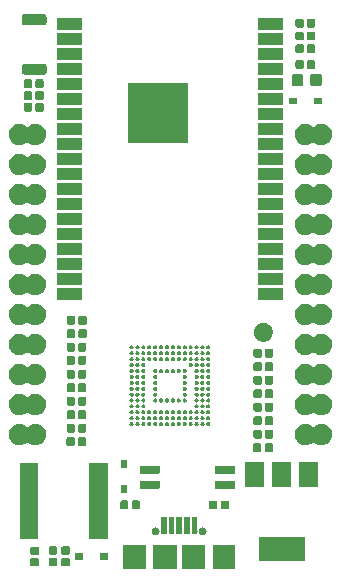
<source format=gbr>
G04 #@! TF.GenerationSoftware,KiCad,Pcbnew,(5.1.5-0)*
G04 #@! TF.CreationDate,2022-09-26T12:06:12-07:00*
G04 #@! TF.ProjectId,wvr_v.1.0,7776725f-762e-4312-9e30-2e6b69636164,rev?*
G04 #@! TF.SameCoordinates,Original*
G04 #@! TF.FileFunction,Soldermask,Top*
G04 #@! TF.FilePolarity,Negative*
%FSLAX46Y46*%
G04 Gerber Fmt 4.6, Leading zero omitted, Abs format (unit mm)*
G04 Created by KiCad (PCBNEW (5.1.5-0)) date 2022-09-26 12:06:12*
%MOMM*%
%LPD*%
G04 APERTURE LIST*
%ADD10C,0.100000*%
G04 APERTURE END LIST*
D10*
G36*
X149011000Y-64716000D02*
G01*
X147109000Y-64716000D01*
X147109000Y-62714000D01*
X149011000Y-62714000D01*
X149011000Y-64716000D01*
G37*
G36*
X146461000Y-64716000D02*
G01*
X144459000Y-64716000D01*
X144459000Y-62714000D01*
X146461000Y-62714000D01*
X146461000Y-64716000D01*
G37*
G36*
X144061000Y-64716000D02*
G01*
X142059000Y-64716000D01*
X142059000Y-62714000D01*
X144061000Y-62714000D01*
X144061000Y-64716000D01*
G37*
G36*
X141411000Y-64716000D02*
G01*
X139509000Y-64716000D01*
X139509000Y-62714000D01*
X141411000Y-62714000D01*
X141411000Y-64716000D01*
G37*
G36*
X132286447Y-63845215D02*
G01*
X132312884Y-63853235D01*
X132337253Y-63866260D01*
X132358611Y-63883789D01*
X132376140Y-63905147D01*
X132389165Y-63929516D01*
X132397185Y-63955953D01*
X132400200Y-63986567D01*
X132400200Y-64389833D01*
X132397185Y-64420447D01*
X132389165Y-64446884D01*
X132376140Y-64471253D01*
X132358611Y-64492611D01*
X132337253Y-64510140D01*
X132312884Y-64523165D01*
X132286447Y-64531185D01*
X132255833Y-64534200D01*
X131802567Y-64534200D01*
X131771953Y-64531185D01*
X131745516Y-64523165D01*
X131721147Y-64510140D01*
X131699789Y-64492611D01*
X131682260Y-64471253D01*
X131669235Y-64446884D01*
X131661215Y-64420447D01*
X131658200Y-64389833D01*
X131658200Y-63986567D01*
X131661215Y-63955953D01*
X131669235Y-63929516D01*
X131682260Y-63905147D01*
X131699789Y-63883789D01*
X131721147Y-63866260D01*
X131745516Y-63853235D01*
X131771953Y-63845215D01*
X131802567Y-63842200D01*
X132255833Y-63842200D01*
X132286447Y-63845215D01*
G37*
G36*
X134902647Y-63819815D02*
G01*
X134929084Y-63827835D01*
X134953453Y-63840860D01*
X134974811Y-63858389D01*
X134992340Y-63879747D01*
X135005365Y-63904116D01*
X135013385Y-63930553D01*
X135016400Y-63961167D01*
X135016400Y-64364433D01*
X135013385Y-64395047D01*
X135005365Y-64421484D01*
X134992340Y-64445853D01*
X134974811Y-64467211D01*
X134953453Y-64484740D01*
X134929084Y-64497765D01*
X134902647Y-64505785D01*
X134872033Y-64508800D01*
X134418767Y-64508800D01*
X134388153Y-64505785D01*
X134361716Y-64497765D01*
X134337347Y-64484740D01*
X134315989Y-64467211D01*
X134298460Y-64445853D01*
X134285435Y-64421484D01*
X134277415Y-64395047D01*
X134274400Y-64364433D01*
X134274400Y-63961167D01*
X134277415Y-63930553D01*
X134285435Y-63904116D01*
X134298460Y-63879747D01*
X134315989Y-63858389D01*
X134337347Y-63840860D01*
X134361716Y-63827835D01*
X134388153Y-63819815D01*
X134418767Y-63816800D01*
X134872033Y-63816800D01*
X134902647Y-63819815D01*
G37*
G36*
X133835847Y-63819815D02*
G01*
X133862284Y-63827835D01*
X133886653Y-63840860D01*
X133908011Y-63858389D01*
X133925540Y-63879747D01*
X133938565Y-63904116D01*
X133946585Y-63930553D01*
X133949600Y-63961167D01*
X133949600Y-64364433D01*
X133946585Y-64395047D01*
X133938565Y-64421484D01*
X133925540Y-64445853D01*
X133908011Y-64467211D01*
X133886653Y-64484740D01*
X133862284Y-64497765D01*
X133835847Y-64505785D01*
X133805233Y-64508800D01*
X133351967Y-64508800D01*
X133321353Y-64505785D01*
X133294916Y-64497765D01*
X133270547Y-64484740D01*
X133249189Y-64467211D01*
X133231660Y-64445853D01*
X133218635Y-64421484D01*
X133210615Y-64395047D01*
X133207600Y-64364433D01*
X133207600Y-63961167D01*
X133210615Y-63930553D01*
X133218635Y-63904116D01*
X133231660Y-63879747D01*
X133249189Y-63858389D01*
X133270547Y-63840860D01*
X133294916Y-63827835D01*
X133321353Y-63819815D01*
X133351967Y-63816800D01*
X133805233Y-63816800D01*
X133835847Y-63819815D01*
G37*
G36*
X154901000Y-64121000D02*
G01*
X150999000Y-64121000D01*
X150999000Y-62019000D01*
X154901000Y-62019000D01*
X154901000Y-64121000D01*
G37*
G36*
X138243500Y-63966500D02*
G01*
X137541500Y-63966500D01*
X137541500Y-63414500D01*
X138243500Y-63414500D01*
X138243500Y-63966500D01*
G37*
G36*
X136143500Y-63966500D02*
G01*
X135441500Y-63966500D01*
X135441500Y-63414500D01*
X136143500Y-63414500D01*
X136143500Y-63966500D01*
G37*
G36*
X132286447Y-62875215D02*
G01*
X132312884Y-62883235D01*
X132337253Y-62896260D01*
X132358611Y-62913789D01*
X132376140Y-62935147D01*
X132389165Y-62959516D01*
X132397185Y-62985953D01*
X132400200Y-63016567D01*
X132400200Y-63419833D01*
X132397185Y-63450447D01*
X132389165Y-63476884D01*
X132376140Y-63501253D01*
X132358611Y-63522611D01*
X132337253Y-63540140D01*
X132312884Y-63553165D01*
X132286447Y-63561185D01*
X132255833Y-63564200D01*
X131802567Y-63564200D01*
X131771953Y-63561185D01*
X131745516Y-63553165D01*
X131721147Y-63540140D01*
X131699789Y-63522611D01*
X131682260Y-63501253D01*
X131669235Y-63476884D01*
X131661215Y-63450447D01*
X131658200Y-63419833D01*
X131658200Y-63016567D01*
X131661215Y-62985953D01*
X131669235Y-62959516D01*
X131682260Y-62935147D01*
X131699789Y-62913789D01*
X131721147Y-62896260D01*
X131745516Y-62883235D01*
X131771953Y-62875215D01*
X131802567Y-62872200D01*
X132255833Y-62872200D01*
X132286447Y-62875215D01*
G37*
G36*
X134902647Y-62849815D02*
G01*
X134929084Y-62857835D01*
X134953453Y-62870860D01*
X134974811Y-62888389D01*
X134992340Y-62909747D01*
X135005365Y-62934116D01*
X135013385Y-62960553D01*
X135016400Y-62991167D01*
X135016400Y-63394433D01*
X135013385Y-63425047D01*
X135005365Y-63451484D01*
X134992340Y-63475853D01*
X134974811Y-63497211D01*
X134953453Y-63514740D01*
X134929084Y-63527765D01*
X134902647Y-63535785D01*
X134872033Y-63538800D01*
X134418767Y-63538800D01*
X134388153Y-63535785D01*
X134361716Y-63527765D01*
X134337347Y-63514740D01*
X134315989Y-63497211D01*
X134298460Y-63475853D01*
X134285435Y-63451484D01*
X134277415Y-63425047D01*
X134274400Y-63394433D01*
X134274400Y-62991167D01*
X134277415Y-62960553D01*
X134285435Y-62934116D01*
X134298460Y-62909747D01*
X134315989Y-62888389D01*
X134337347Y-62870860D01*
X134361716Y-62857835D01*
X134388153Y-62849815D01*
X134418767Y-62846800D01*
X134872033Y-62846800D01*
X134902647Y-62849815D01*
G37*
G36*
X133835847Y-62849815D02*
G01*
X133862284Y-62857835D01*
X133886653Y-62870860D01*
X133908011Y-62888389D01*
X133925540Y-62909747D01*
X133938565Y-62934116D01*
X133946585Y-62960553D01*
X133949600Y-62991167D01*
X133949600Y-63394433D01*
X133946585Y-63425047D01*
X133938565Y-63451484D01*
X133925540Y-63475853D01*
X133908011Y-63497211D01*
X133886653Y-63514740D01*
X133862284Y-63527765D01*
X133835847Y-63535785D01*
X133805233Y-63538800D01*
X133351967Y-63538800D01*
X133321353Y-63535785D01*
X133294916Y-63527765D01*
X133270547Y-63514740D01*
X133249189Y-63497211D01*
X133231660Y-63475853D01*
X133218635Y-63451484D01*
X133210615Y-63425047D01*
X133207600Y-63394433D01*
X133207600Y-62991167D01*
X133210615Y-62960553D01*
X133218635Y-62934116D01*
X133231660Y-62909747D01*
X133249189Y-62888389D01*
X133270547Y-62870860D01*
X133294916Y-62857835D01*
X133321353Y-62849815D01*
X133351967Y-62846800D01*
X133805233Y-62846800D01*
X133835847Y-62849815D01*
G37*
G36*
X138196000Y-62191000D02*
G01*
X136644000Y-62191000D01*
X136644000Y-55789000D01*
X138196000Y-55789000D01*
X138196000Y-62191000D01*
G37*
G36*
X132296000Y-62191000D02*
G01*
X130744000Y-62191000D01*
X130744000Y-55789000D01*
X132296000Y-55789000D01*
X132296000Y-62191000D01*
G37*
G36*
X142307854Y-61241792D02*
G01*
X142355094Y-61251188D01*
X142414420Y-61275762D01*
X142467808Y-61311435D01*
X142513225Y-61356852D01*
X142548898Y-61410240D01*
X142573472Y-61469566D01*
X142583222Y-61518586D01*
X142586835Y-61530498D01*
X142592703Y-61541476D01*
X142600600Y-61551098D01*
X142610223Y-61558995D01*
X142620821Y-61564660D01*
X142610223Y-61570325D01*
X142600600Y-61578221D01*
X142592704Y-61587844D01*
X142586836Y-61598822D01*
X142583222Y-61610734D01*
X142573472Y-61659754D01*
X142548898Y-61719080D01*
X142513225Y-61772468D01*
X142467808Y-61817885D01*
X142414420Y-61853558D01*
X142355094Y-61878132D01*
X142307854Y-61887528D01*
X142292108Y-61890660D01*
X142227892Y-61890660D01*
X142212146Y-61887528D01*
X142164906Y-61878132D01*
X142105580Y-61853558D01*
X142052192Y-61817885D01*
X142006775Y-61772468D01*
X141971102Y-61719080D01*
X141946528Y-61659754D01*
X141934000Y-61596767D01*
X141934000Y-61532553D01*
X141946528Y-61469566D01*
X141971102Y-61410240D01*
X142006775Y-61356852D01*
X142052192Y-61311435D01*
X142105580Y-61275762D01*
X142164906Y-61251188D01*
X142212146Y-61241792D01*
X142227892Y-61238660D01*
X142292108Y-61238660D01*
X142307854Y-61241792D01*
G37*
G36*
X146307854Y-61241792D02*
G01*
X146355094Y-61251188D01*
X146414420Y-61275762D01*
X146467808Y-61311435D01*
X146513225Y-61356852D01*
X146548898Y-61410240D01*
X146573472Y-61469566D01*
X146586000Y-61532553D01*
X146586000Y-61596767D01*
X146573472Y-61659754D01*
X146548898Y-61719080D01*
X146513225Y-61772468D01*
X146467808Y-61817885D01*
X146414420Y-61853558D01*
X146355094Y-61878132D01*
X146307854Y-61887528D01*
X146292108Y-61890660D01*
X146227892Y-61890660D01*
X146212146Y-61887528D01*
X146164906Y-61878132D01*
X146105580Y-61853558D01*
X146052192Y-61817885D01*
X146006775Y-61772468D01*
X145971102Y-61719080D01*
X145946528Y-61659754D01*
X145936778Y-61610734D01*
X145933165Y-61598822D01*
X145927297Y-61587844D01*
X145919400Y-61578222D01*
X145909777Y-61570325D01*
X145899179Y-61564660D01*
X145909777Y-61558995D01*
X145919400Y-61551099D01*
X145927296Y-61541476D01*
X145933164Y-61530498D01*
X145936778Y-61518586D01*
X145946528Y-61469566D01*
X145971102Y-61410240D01*
X146006775Y-61356852D01*
X146052192Y-61311435D01*
X146105580Y-61275762D01*
X146164906Y-61251188D01*
X146212146Y-61241792D01*
X146227892Y-61238660D01*
X146292108Y-61238660D01*
X146307854Y-61241792D01*
G37*
G36*
X143861000Y-61766000D02*
G01*
X143359000Y-61766000D01*
X143359000Y-60314000D01*
X143861000Y-60314000D01*
X143861000Y-61766000D01*
G37*
G36*
X145161000Y-61766000D02*
G01*
X144659000Y-61766000D01*
X144659000Y-60314000D01*
X145161000Y-60314000D01*
X145161000Y-61766000D01*
G37*
G36*
X143211000Y-61766000D02*
G01*
X142709000Y-61766000D01*
X142709000Y-61623122D01*
X142707780Y-61610734D01*
X142704166Y-61598822D01*
X142698298Y-61587844D01*
X142690402Y-61578221D01*
X142680779Y-61570325D01*
X142670182Y-61564661D01*
X142680779Y-61558996D01*
X142690401Y-61551099D01*
X142698298Y-61541476D01*
X142704166Y-61530498D01*
X142707780Y-61518586D01*
X142709000Y-61506198D01*
X142709000Y-60314000D01*
X143211000Y-60314000D01*
X143211000Y-61766000D01*
G37*
G36*
X145811000Y-61506198D02*
G01*
X145812220Y-61518586D01*
X145815834Y-61530498D01*
X145821702Y-61541476D01*
X145829598Y-61551099D01*
X145839221Y-61558995D01*
X145849818Y-61564660D01*
X145839221Y-61570324D01*
X145829599Y-61578221D01*
X145821702Y-61587844D01*
X145815834Y-61598822D01*
X145812220Y-61610734D01*
X145811000Y-61623122D01*
X145811000Y-61766000D01*
X145309000Y-61766000D01*
X145309000Y-60314000D01*
X145811000Y-60314000D01*
X145811000Y-61506198D01*
G37*
G36*
X144511000Y-61766000D02*
G01*
X144009000Y-61766000D01*
X144009000Y-60314000D01*
X144511000Y-60314000D01*
X144511000Y-61766000D01*
G37*
G36*
X147382207Y-58961335D02*
G01*
X147408644Y-58969355D01*
X147433013Y-58982380D01*
X147454371Y-58999909D01*
X147471900Y-59021267D01*
X147484925Y-59045636D01*
X147492945Y-59072073D01*
X147495960Y-59102687D01*
X147495960Y-59555953D01*
X147492945Y-59586567D01*
X147484925Y-59613004D01*
X147471900Y-59637373D01*
X147454371Y-59658731D01*
X147433013Y-59676260D01*
X147408644Y-59689285D01*
X147382207Y-59697305D01*
X147351593Y-59700320D01*
X146948327Y-59700320D01*
X146917713Y-59697305D01*
X146891276Y-59689285D01*
X146866907Y-59676260D01*
X146845549Y-59658731D01*
X146828020Y-59637373D01*
X146814995Y-59613004D01*
X146806975Y-59586567D01*
X146803960Y-59555953D01*
X146803960Y-59102687D01*
X146806975Y-59072073D01*
X146814995Y-59045636D01*
X146828020Y-59021267D01*
X146845549Y-58999909D01*
X146866907Y-58982380D01*
X146891276Y-58969355D01*
X146917713Y-58961335D01*
X146948327Y-58958320D01*
X147351593Y-58958320D01*
X147382207Y-58961335D01*
G37*
G36*
X148352207Y-58961335D02*
G01*
X148378644Y-58969355D01*
X148403013Y-58982380D01*
X148424371Y-58999909D01*
X148441900Y-59021267D01*
X148454925Y-59045636D01*
X148462945Y-59072073D01*
X148465960Y-59102687D01*
X148465960Y-59555953D01*
X148462945Y-59586567D01*
X148454925Y-59613004D01*
X148441900Y-59637373D01*
X148424371Y-59658731D01*
X148403013Y-59676260D01*
X148378644Y-59689285D01*
X148352207Y-59697305D01*
X148321593Y-59700320D01*
X147918327Y-59700320D01*
X147887713Y-59697305D01*
X147861276Y-59689285D01*
X147836907Y-59676260D01*
X147815549Y-59658731D01*
X147798020Y-59637373D01*
X147784995Y-59613004D01*
X147776975Y-59586567D01*
X147773960Y-59555953D01*
X147773960Y-59102687D01*
X147776975Y-59072073D01*
X147784995Y-59045636D01*
X147798020Y-59021267D01*
X147815549Y-58999909D01*
X147836907Y-58982380D01*
X147861276Y-58969355D01*
X147887713Y-58961335D01*
X147918327Y-58958320D01*
X148321593Y-58958320D01*
X148352207Y-58961335D01*
G37*
G36*
X139851107Y-58958795D02*
G01*
X139877544Y-58966815D01*
X139901913Y-58979840D01*
X139923271Y-58997369D01*
X139940800Y-59018727D01*
X139953825Y-59043096D01*
X139961845Y-59069533D01*
X139964860Y-59100147D01*
X139964860Y-59553413D01*
X139961845Y-59584027D01*
X139953825Y-59610464D01*
X139940800Y-59634833D01*
X139923271Y-59656191D01*
X139901913Y-59673720D01*
X139877544Y-59686745D01*
X139851107Y-59694765D01*
X139820493Y-59697780D01*
X139417227Y-59697780D01*
X139386613Y-59694765D01*
X139360176Y-59686745D01*
X139335807Y-59673720D01*
X139314449Y-59656191D01*
X139296920Y-59634833D01*
X139283895Y-59610464D01*
X139275875Y-59584027D01*
X139272860Y-59553413D01*
X139272860Y-59100147D01*
X139275875Y-59069533D01*
X139283895Y-59043096D01*
X139296920Y-59018727D01*
X139314449Y-58997369D01*
X139335807Y-58979840D01*
X139360176Y-58966815D01*
X139386613Y-58958795D01*
X139417227Y-58955780D01*
X139820493Y-58955780D01*
X139851107Y-58958795D01*
G37*
G36*
X140821107Y-58958795D02*
G01*
X140847544Y-58966815D01*
X140871913Y-58979840D01*
X140893271Y-58997369D01*
X140910800Y-59018727D01*
X140923825Y-59043096D01*
X140931845Y-59069533D01*
X140934860Y-59100147D01*
X140934860Y-59553413D01*
X140931845Y-59584027D01*
X140923825Y-59610464D01*
X140910800Y-59634833D01*
X140893271Y-59656191D01*
X140871913Y-59673720D01*
X140847544Y-59686745D01*
X140821107Y-59694765D01*
X140790493Y-59697780D01*
X140387227Y-59697780D01*
X140356613Y-59694765D01*
X140330176Y-59686745D01*
X140305807Y-59673720D01*
X140284449Y-59656191D01*
X140266920Y-59634833D01*
X140253895Y-59610464D01*
X140245875Y-59584027D01*
X140242860Y-59553413D01*
X140242860Y-59100147D01*
X140245875Y-59069533D01*
X140253895Y-59043096D01*
X140266920Y-59018727D01*
X140284449Y-58997369D01*
X140305807Y-58979840D01*
X140330176Y-58966815D01*
X140356613Y-58958795D01*
X140387227Y-58955780D01*
X140790493Y-58955780D01*
X140821107Y-58958795D01*
G37*
G36*
X139849000Y-58341740D02*
G01*
X139297000Y-58341740D01*
X139297000Y-57639740D01*
X139849000Y-57639740D01*
X139849000Y-58341740D01*
G37*
G36*
X148895231Y-57277063D02*
G01*
X148922143Y-57285226D01*
X148946942Y-57298482D01*
X148968679Y-57316321D01*
X148986518Y-57338058D01*
X148999774Y-57362857D01*
X149007937Y-57389769D01*
X149011000Y-57420867D01*
X149011000Y-57829133D01*
X149007937Y-57860231D01*
X148999774Y-57887143D01*
X148986518Y-57911942D01*
X148968679Y-57933679D01*
X148946942Y-57951518D01*
X148922143Y-57964774D01*
X148895231Y-57972937D01*
X148864133Y-57976000D01*
X147430867Y-57976000D01*
X147399769Y-57972937D01*
X147372857Y-57964774D01*
X147348058Y-57951518D01*
X147326321Y-57933679D01*
X147308482Y-57911942D01*
X147295226Y-57887143D01*
X147287063Y-57860231D01*
X147284000Y-57829133D01*
X147284000Y-57420867D01*
X147287063Y-57389769D01*
X147295226Y-57362857D01*
X147308482Y-57338058D01*
X147326321Y-57316321D01*
X147348058Y-57298482D01*
X147372857Y-57285226D01*
X147399769Y-57277063D01*
X147430867Y-57274000D01*
X148864133Y-57274000D01*
X148895231Y-57277063D01*
G37*
G36*
X142520231Y-57277063D02*
G01*
X142547143Y-57285226D01*
X142571942Y-57298482D01*
X142593679Y-57316321D01*
X142611518Y-57338058D01*
X142624774Y-57362857D01*
X142632937Y-57389769D01*
X142636000Y-57420867D01*
X142636000Y-57829133D01*
X142632937Y-57860231D01*
X142624774Y-57887143D01*
X142611518Y-57911942D01*
X142593679Y-57933679D01*
X142571942Y-57951518D01*
X142547143Y-57964774D01*
X142520231Y-57972937D01*
X142489133Y-57976000D01*
X141055867Y-57976000D01*
X141024769Y-57972937D01*
X140997857Y-57964774D01*
X140973058Y-57951518D01*
X140951321Y-57933679D01*
X140933482Y-57911942D01*
X140920226Y-57887143D01*
X140912063Y-57860231D01*
X140909000Y-57829133D01*
X140909000Y-57420867D01*
X140912063Y-57389769D01*
X140920226Y-57362857D01*
X140933482Y-57338058D01*
X140951321Y-57316321D01*
X140973058Y-57298482D01*
X140997857Y-57285226D01*
X141024769Y-57277063D01*
X141055867Y-57274000D01*
X142489133Y-57274000D01*
X142520231Y-57277063D01*
G37*
G36*
X156051000Y-57821000D02*
G01*
X154449000Y-57821000D01*
X154449000Y-55719000D01*
X156051000Y-55719000D01*
X156051000Y-57821000D01*
G37*
G36*
X151451000Y-57821000D02*
G01*
X149849000Y-57821000D01*
X149849000Y-55719000D01*
X151451000Y-55719000D01*
X151451000Y-57821000D01*
G37*
G36*
X153751000Y-57821000D02*
G01*
X152149000Y-57821000D01*
X152149000Y-55719000D01*
X153751000Y-55719000D01*
X153751000Y-57821000D01*
G37*
G36*
X148895231Y-56007063D02*
G01*
X148922143Y-56015226D01*
X148946942Y-56028482D01*
X148968679Y-56046321D01*
X148986518Y-56068058D01*
X148999774Y-56092857D01*
X149007937Y-56119769D01*
X149011000Y-56150867D01*
X149011000Y-56559133D01*
X149007937Y-56590231D01*
X148999774Y-56617143D01*
X148986518Y-56641942D01*
X148968679Y-56663679D01*
X148946942Y-56681518D01*
X148922143Y-56694774D01*
X148895231Y-56702937D01*
X148864133Y-56706000D01*
X147430867Y-56706000D01*
X147399769Y-56702937D01*
X147372857Y-56694774D01*
X147348058Y-56681518D01*
X147326321Y-56663679D01*
X147308482Y-56641942D01*
X147295226Y-56617143D01*
X147287063Y-56590231D01*
X147284000Y-56559133D01*
X147284000Y-56150867D01*
X147287063Y-56119769D01*
X147295226Y-56092857D01*
X147308482Y-56068058D01*
X147326321Y-56046321D01*
X147348058Y-56028482D01*
X147372857Y-56015226D01*
X147399769Y-56007063D01*
X147430867Y-56004000D01*
X148864133Y-56004000D01*
X148895231Y-56007063D01*
G37*
G36*
X142520231Y-56007063D02*
G01*
X142547143Y-56015226D01*
X142571942Y-56028482D01*
X142593679Y-56046321D01*
X142611518Y-56068058D01*
X142624774Y-56092857D01*
X142632937Y-56119769D01*
X142636000Y-56150867D01*
X142636000Y-56559133D01*
X142632937Y-56590231D01*
X142624774Y-56617143D01*
X142611518Y-56641942D01*
X142593679Y-56663679D01*
X142571942Y-56681518D01*
X142547143Y-56694774D01*
X142520231Y-56702937D01*
X142489133Y-56706000D01*
X141055867Y-56706000D01*
X141024769Y-56702937D01*
X140997857Y-56694774D01*
X140973058Y-56681518D01*
X140951321Y-56663679D01*
X140933482Y-56641942D01*
X140920226Y-56617143D01*
X140912063Y-56590231D01*
X140909000Y-56559133D01*
X140909000Y-56150867D01*
X140912063Y-56119769D01*
X140920226Y-56092857D01*
X140933482Y-56068058D01*
X140951321Y-56046321D01*
X140973058Y-56028482D01*
X140997857Y-56015226D01*
X141024769Y-56007063D01*
X141055867Y-56004000D01*
X142489133Y-56004000D01*
X142520231Y-56007063D01*
G37*
G36*
X139849000Y-56241740D02*
G01*
X139297000Y-56241740D01*
X139297000Y-55539740D01*
X139849000Y-55539740D01*
X139849000Y-56241740D01*
G37*
G36*
X152078247Y-54115015D02*
G01*
X152104684Y-54123035D01*
X152129053Y-54136060D01*
X152150411Y-54153589D01*
X152167940Y-54174947D01*
X152180965Y-54199316D01*
X152188985Y-54225753D01*
X152192000Y-54256367D01*
X152192000Y-54709633D01*
X152188985Y-54740247D01*
X152180965Y-54766684D01*
X152167940Y-54791053D01*
X152150411Y-54812411D01*
X152129053Y-54829940D01*
X152104684Y-54842965D01*
X152078247Y-54850985D01*
X152047633Y-54854000D01*
X151644367Y-54854000D01*
X151613753Y-54850985D01*
X151587316Y-54842965D01*
X151562947Y-54829940D01*
X151541589Y-54812411D01*
X151524060Y-54791053D01*
X151511035Y-54766684D01*
X151503015Y-54740247D01*
X151500000Y-54709633D01*
X151500000Y-54256367D01*
X151503015Y-54225753D01*
X151511035Y-54199316D01*
X151524060Y-54174947D01*
X151541589Y-54153589D01*
X151562947Y-54136060D01*
X151587316Y-54123035D01*
X151613753Y-54115015D01*
X151644367Y-54112000D01*
X152047633Y-54112000D01*
X152078247Y-54115015D01*
G37*
G36*
X151108247Y-54115015D02*
G01*
X151134684Y-54123035D01*
X151159053Y-54136060D01*
X151180411Y-54153589D01*
X151197940Y-54174947D01*
X151210965Y-54199316D01*
X151218985Y-54225753D01*
X151222000Y-54256367D01*
X151222000Y-54709633D01*
X151218985Y-54740247D01*
X151210965Y-54766684D01*
X151197940Y-54791053D01*
X151180411Y-54812411D01*
X151159053Y-54829940D01*
X151134684Y-54842965D01*
X151108247Y-54850985D01*
X151077633Y-54854000D01*
X150674367Y-54854000D01*
X150643753Y-54850985D01*
X150617316Y-54842965D01*
X150592947Y-54829940D01*
X150571589Y-54812411D01*
X150554060Y-54791053D01*
X150541035Y-54766684D01*
X150533015Y-54740247D01*
X150530000Y-54709633D01*
X150530000Y-54256367D01*
X150533015Y-54225753D01*
X150541035Y-54199316D01*
X150554060Y-54174947D01*
X150571589Y-54153589D01*
X150592947Y-54136060D01*
X150617316Y-54123035D01*
X150643753Y-54115015D01*
X150674367Y-54112000D01*
X151077633Y-54112000D01*
X151108247Y-54115015D01*
G37*
G36*
X135296747Y-53607015D02*
G01*
X135323184Y-53615035D01*
X135347553Y-53628060D01*
X135368911Y-53645589D01*
X135386440Y-53666947D01*
X135399465Y-53691316D01*
X135407485Y-53717753D01*
X135410500Y-53748367D01*
X135410500Y-54201633D01*
X135407485Y-54232247D01*
X135399465Y-54258684D01*
X135386440Y-54283053D01*
X135368911Y-54304411D01*
X135347553Y-54321940D01*
X135323184Y-54334965D01*
X135296747Y-54342985D01*
X135266133Y-54346000D01*
X134862867Y-54346000D01*
X134832253Y-54342985D01*
X134805816Y-54334965D01*
X134781447Y-54321940D01*
X134760089Y-54304411D01*
X134742560Y-54283053D01*
X134729535Y-54258684D01*
X134721515Y-54232247D01*
X134718500Y-54201633D01*
X134718500Y-53748367D01*
X134721515Y-53717753D01*
X134729535Y-53691316D01*
X134742560Y-53666947D01*
X134760089Y-53645589D01*
X134781447Y-53628060D01*
X134805816Y-53615035D01*
X134832253Y-53607015D01*
X134862867Y-53604000D01*
X135266133Y-53604000D01*
X135296747Y-53607015D01*
G37*
G36*
X136266747Y-53607015D02*
G01*
X136293184Y-53615035D01*
X136317553Y-53628060D01*
X136338911Y-53645589D01*
X136356440Y-53666947D01*
X136369465Y-53691316D01*
X136377485Y-53717753D01*
X136380500Y-53748367D01*
X136380500Y-54201633D01*
X136377485Y-54232247D01*
X136369465Y-54258684D01*
X136356440Y-54283053D01*
X136338911Y-54304411D01*
X136317553Y-54321940D01*
X136293184Y-54334965D01*
X136266747Y-54342985D01*
X136236133Y-54346000D01*
X135832867Y-54346000D01*
X135802253Y-54342985D01*
X135775816Y-54334965D01*
X135751447Y-54321940D01*
X135730089Y-54304411D01*
X135712560Y-54283053D01*
X135699535Y-54258684D01*
X135691515Y-54232247D01*
X135688500Y-54201633D01*
X135688500Y-53748367D01*
X135691515Y-53717753D01*
X135699535Y-53691316D01*
X135712560Y-53666947D01*
X135730089Y-53645589D01*
X135751447Y-53628060D01*
X135775816Y-53615035D01*
X135802253Y-53607015D01*
X135832867Y-53604000D01*
X136236133Y-53604000D01*
X136266747Y-53607015D01*
G37*
G36*
X155202812Y-52493624D02*
G01*
X155202814Y-52493625D01*
X155202815Y-52493625D01*
X155318005Y-52541339D01*
X155366784Y-52561544D01*
X155514354Y-52660147D01*
X155575110Y-52720903D01*
X155584722Y-52728790D01*
X155595700Y-52734658D01*
X155607612Y-52738272D01*
X155620000Y-52739492D01*
X155632388Y-52738272D01*
X155644300Y-52734658D01*
X155655278Y-52728790D01*
X155664890Y-52720903D01*
X155725646Y-52660147D01*
X155873216Y-52561544D01*
X155921995Y-52541339D01*
X156037185Y-52493625D01*
X156037186Y-52493625D01*
X156037188Y-52493624D01*
X156211259Y-52459000D01*
X156388741Y-52459000D01*
X156562812Y-52493624D01*
X156562814Y-52493625D01*
X156562815Y-52493625D01*
X156678005Y-52541339D01*
X156726784Y-52561544D01*
X156874354Y-52660147D01*
X156999853Y-52785646D01*
X156999856Y-52785651D01*
X157098456Y-52933216D01*
X157165969Y-53096204D01*
X157166376Y-53097188D01*
X157201000Y-53271259D01*
X157201000Y-53448741D01*
X157169457Y-53607324D01*
X157166375Y-53622815D01*
X157135302Y-53697831D01*
X157098456Y-53786784D01*
X156999853Y-53934354D01*
X156874354Y-54059853D01*
X156760302Y-54136060D01*
X156726784Y-54158456D01*
X156562815Y-54226375D01*
X156562814Y-54226375D01*
X156562812Y-54226376D01*
X156388741Y-54261000D01*
X156211259Y-54261000D01*
X156037188Y-54226376D01*
X156037186Y-54226375D01*
X156037185Y-54226375D01*
X155873216Y-54158456D01*
X155839698Y-54136060D01*
X155725646Y-54059853D01*
X155664890Y-53999097D01*
X155655278Y-53991210D01*
X155644300Y-53985342D01*
X155632388Y-53981728D01*
X155620000Y-53980508D01*
X155607612Y-53981728D01*
X155595700Y-53985342D01*
X155584722Y-53991210D01*
X155575110Y-53999097D01*
X155514354Y-54059853D01*
X155400302Y-54136060D01*
X155366784Y-54158456D01*
X155202815Y-54226375D01*
X155202814Y-54226375D01*
X155202812Y-54226376D01*
X155028741Y-54261000D01*
X154851259Y-54261000D01*
X154677188Y-54226376D01*
X154677186Y-54226375D01*
X154677185Y-54226375D01*
X154513216Y-54158456D01*
X154479698Y-54136060D01*
X154365646Y-54059853D01*
X154240147Y-53934354D01*
X154141544Y-53786784D01*
X154104698Y-53697831D01*
X154073625Y-53622815D01*
X154070544Y-53607324D01*
X154039000Y-53448741D01*
X154039000Y-53271259D01*
X154073624Y-53097188D01*
X154074032Y-53096204D01*
X154141544Y-52933216D01*
X154240144Y-52785651D01*
X154240147Y-52785646D01*
X154365646Y-52660147D01*
X154513216Y-52561544D01*
X154561995Y-52541339D01*
X154677185Y-52493625D01*
X154677186Y-52493625D01*
X154677188Y-52493624D01*
X154851259Y-52459000D01*
X155028741Y-52459000D01*
X155202812Y-52493624D01*
G37*
G36*
X130992812Y-52493624D02*
G01*
X130992814Y-52493625D01*
X130992815Y-52493625D01*
X131108005Y-52541339D01*
X131156784Y-52561544D01*
X131304354Y-52660147D01*
X131360110Y-52715903D01*
X131369722Y-52723790D01*
X131380700Y-52729658D01*
X131392612Y-52733272D01*
X131405000Y-52734492D01*
X131417388Y-52733272D01*
X131429300Y-52729658D01*
X131440278Y-52723790D01*
X131449890Y-52715903D01*
X131505646Y-52660147D01*
X131653216Y-52561544D01*
X131701995Y-52541339D01*
X131817185Y-52493625D01*
X131817186Y-52493625D01*
X131817188Y-52493624D01*
X131991259Y-52459000D01*
X132168741Y-52459000D01*
X132342812Y-52493624D01*
X132342814Y-52493625D01*
X132342815Y-52493625D01*
X132458005Y-52541339D01*
X132506784Y-52561544D01*
X132654354Y-52660147D01*
X132779853Y-52785646D01*
X132779856Y-52785651D01*
X132878456Y-52933216D01*
X132945969Y-53096204D01*
X132946376Y-53097188D01*
X132981000Y-53271259D01*
X132981000Y-53448741D01*
X132949457Y-53607324D01*
X132946375Y-53622815D01*
X132915302Y-53697831D01*
X132878456Y-53786784D01*
X132779853Y-53934354D01*
X132654354Y-54059853D01*
X132540302Y-54136060D01*
X132506784Y-54158456D01*
X132342815Y-54226375D01*
X132342814Y-54226375D01*
X132342812Y-54226376D01*
X132168741Y-54261000D01*
X131991259Y-54261000D01*
X131817188Y-54226376D01*
X131817186Y-54226375D01*
X131817185Y-54226375D01*
X131653216Y-54158456D01*
X131619698Y-54136060D01*
X131505646Y-54059853D01*
X131449890Y-54004097D01*
X131440278Y-53996210D01*
X131429300Y-53990342D01*
X131417388Y-53986728D01*
X131405000Y-53985508D01*
X131392612Y-53986728D01*
X131380700Y-53990342D01*
X131369722Y-53996210D01*
X131360110Y-54004097D01*
X131304354Y-54059853D01*
X131190302Y-54136060D01*
X131156784Y-54158456D01*
X130992815Y-54226375D01*
X130992814Y-54226375D01*
X130992812Y-54226376D01*
X130818741Y-54261000D01*
X130641259Y-54261000D01*
X130467188Y-54226376D01*
X130467186Y-54226375D01*
X130467185Y-54226375D01*
X130303216Y-54158456D01*
X130269698Y-54136060D01*
X130155646Y-54059853D01*
X130030147Y-53934354D01*
X129931544Y-53786784D01*
X129894698Y-53697831D01*
X129863625Y-53622815D01*
X129860544Y-53607324D01*
X129829000Y-53448741D01*
X129829000Y-53271259D01*
X129863624Y-53097188D01*
X129864032Y-53096204D01*
X129931544Y-52933216D01*
X130030144Y-52785651D01*
X130030147Y-52785646D01*
X130155646Y-52660147D01*
X130303216Y-52561544D01*
X130351995Y-52541339D01*
X130467185Y-52493625D01*
X130467186Y-52493625D01*
X130467188Y-52493624D01*
X130641259Y-52459000D01*
X130818741Y-52459000D01*
X130992812Y-52493624D01*
G37*
G36*
X152101247Y-52972015D02*
G01*
X152127684Y-52980035D01*
X152152053Y-52993060D01*
X152173411Y-53010589D01*
X152190940Y-53031947D01*
X152203965Y-53056316D01*
X152211985Y-53082753D01*
X152215000Y-53113367D01*
X152215000Y-53566633D01*
X152211985Y-53597247D01*
X152203965Y-53623684D01*
X152190940Y-53648053D01*
X152173411Y-53669411D01*
X152152053Y-53686940D01*
X152127684Y-53699965D01*
X152101247Y-53707985D01*
X152070633Y-53711000D01*
X151667367Y-53711000D01*
X151636753Y-53707985D01*
X151610316Y-53699965D01*
X151585947Y-53686940D01*
X151564589Y-53669411D01*
X151547060Y-53648053D01*
X151534035Y-53623684D01*
X151526015Y-53597247D01*
X151523000Y-53566633D01*
X151523000Y-53113367D01*
X151526015Y-53082753D01*
X151534035Y-53056316D01*
X151547060Y-53031947D01*
X151564589Y-53010589D01*
X151585947Y-52993060D01*
X151610316Y-52980035D01*
X151636753Y-52972015D01*
X151667367Y-52969000D01*
X152070633Y-52969000D01*
X152101247Y-52972015D01*
G37*
G36*
X151131247Y-52972015D02*
G01*
X151157684Y-52980035D01*
X151182053Y-52993060D01*
X151203411Y-53010589D01*
X151220940Y-53031947D01*
X151233965Y-53056316D01*
X151241985Y-53082753D01*
X151245000Y-53113367D01*
X151245000Y-53566633D01*
X151241985Y-53597247D01*
X151233965Y-53623684D01*
X151220940Y-53648053D01*
X151203411Y-53669411D01*
X151182053Y-53686940D01*
X151157684Y-53699965D01*
X151131247Y-53707985D01*
X151100633Y-53711000D01*
X150697367Y-53711000D01*
X150666753Y-53707985D01*
X150640316Y-53699965D01*
X150615947Y-53686940D01*
X150594589Y-53669411D01*
X150577060Y-53648053D01*
X150564035Y-53623684D01*
X150556015Y-53597247D01*
X150553000Y-53566633D01*
X150553000Y-53113367D01*
X150556015Y-53082753D01*
X150564035Y-53056316D01*
X150577060Y-53031947D01*
X150594589Y-53010589D01*
X150615947Y-52993060D01*
X150640316Y-52980035D01*
X150666753Y-52972015D01*
X150697367Y-52969000D01*
X151100633Y-52969000D01*
X151131247Y-52972015D01*
G37*
G36*
X135319747Y-52464015D02*
G01*
X135346184Y-52472035D01*
X135370553Y-52485060D01*
X135391911Y-52502589D01*
X135409440Y-52523947D01*
X135422465Y-52548316D01*
X135430485Y-52574753D01*
X135433500Y-52605367D01*
X135433500Y-53058633D01*
X135430485Y-53089247D01*
X135422465Y-53115684D01*
X135409440Y-53140053D01*
X135391911Y-53161411D01*
X135370553Y-53178940D01*
X135346184Y-53191965D01*
X135319747Y-53199985D01*
X135289133Y-53203000D01*
X134885867Y-53203000D01*
X134855253Y-53199985D01*
X134828816Y-53191965D01*
X134804447Y-53178940D01*
X134783089Y-53161411D01*
X134765560Y-53140053D01*
X134752535Y-53115684D01*
X134744515Y-53089247D01*
X134741500Y-53058633D01*
X134741500Y-52605367D01*
X134744515Y-52574753D01*
X134752535Y-52548316D01*
X134765560Y-52523947D01*
X134783089Y-52502589D01*
X134804447Y-52485060D01*
X134828816Y-52472035D01*
X134855253Y-52464015D01*
X134885867Y-52461000D01*
X135289133Y-52461000D01*
X135319747Y-52464015D01*
G37*
G36*
X136289747Y-52464015D02*
G01*
X136316184Y-52472035D01*
X136340553Y-52485060D01*
X136361911Y-52502589D01*
X136379440Y-52523947D01*
X136392465Y-52548316D01*
X136400485Y-52574753D01*
X136403500Y-52605367D01*
X136403500Y-53058633D01*
X136400485Y-53089247D01*
X136392465Y-53115684D01*
X136379440Y-53140053D01*
X136361911Y-53161411D01*
X136340553Y-53178940D01*
X136316184Y-53191965D01*
X136289747Y-53199985D01*
X136259133Y-53203000D01*
X135855867Y-53203000D01*
X135825253Y-53199985D01*
X135798816Y-53191965D01*
X135774447Y-53178940D01*
X135753089Y-53161411D01*
X135735560Y-53140053D01*
X135722535Y-53115684D01*
X135714515Y-53089247D01*
X135711500Y-53058633D01*
X135711500Y-52605367D01*
X135714515Y-52574753D01*
X135722535Y-52548316D01*
X135735560Y-52523947D01*
X135753089Y-52502589D01*
X135774447Y-52485060D01*
X135798816Y-52472035D01*
X135825253Y-52464015D01*
X135855867Y-52461000D01*
X136259133Y-52461000D01*
X136289747Y-52464015D01*
G37*
G36*
X144281337Y-52320763D02*
G01*
X144313367Y-52334030D01*
X144342194Y-52353292D01*
X144366708Y-52377806D01*
X144385970Y-52406633D01*
X144399237Y-52438663D01*
X144406000Y-52472665D01*
X144406000Y-52507335D01*
X144399237Y-52541337D01*
X144385970Y-52573367D01*
X144366708Y-52602194D01*
X144342194Y-52626708D01*
X144313367Y-52645970D01*
X144281337Y-52659237D01*
X144247335Y-52666000D01*
X144212665Y-52666000D01*
X144178663Y-52659237D01*
X144146633Y-52645970D01*
X144117806Y-52626708D01*
X144093292Y-52602194D01*
X144074030Y-52573367D01*
X144060763Y-52541337D01*
X144054000Y-52507335D01*
X144054000Y-52472665D01*
X144060763Y-52438663D01*
X144074030Y-52406633D01*
X144093292Y-52377806D01*
X144117806Y-52353292D01*
X144146633Y-52334030D01*
X144178663Y-52320763D01*
X144212665Y-52314000D01*
X144247335Y-52314000D01*
X144281337Y-52320763D01*
G37*
G36*
X143781337Y-52320763D02*
G01*
X143813367Y-52334030D01*
X143842194Y-52353292D01*
X143866708Y-52377806D01*
X143885970Y-52406633D01*
X143899237Y-52438663D01*
X143906000Y-52472665D01*
X143906000Y-52507335D01*
X143899237Y-52541337D01*
X143885970Y-52573367D01*
X143866708Y-52602194D01*
X143842194Y-52626708D01*
X143813367Y-52645970D01*
X143781337Y-52659237D01*
X143747335Y-52666000D01*
X143712665Y-52666000D01*
X143678663Y-52659237D01*
X143646633Y-52645970D01*
X143617806Y-52626708D01*
X143593292Y-52602194D01*
X143574030Y-52573367D01*
X143560763Y-52541337D01*
X143554000Y-52507335D01*
X143554000Y-52472665D01*
X143560763Y-52438663D01*
X143574030Y-52406633D01*
X143593292Y-52377806D01*
X143617806Y-52353292D01*
X143646633Y-52334030D01*
X143678663Y-52320763D01*
X143712665Y-52314000D01*
X143747335Y-52314000D01*
X143781337Y-52320763D01*
G37*
G36*
X141781337Y-52320763D02*
G01*
X141813367Y-52334030D01*
X141842194Y-52353292D01*
X141866708Y-52377806D01*
X141885970Y-52406633D01*
X141899237Y-52438663D01*
X141906000Y-52472665D01*
X141906000Y-52507335D01*
X141899237Y-52541337D01*
X141885970Y-52573367D01*
X141866708Y-52602194D01*
X141842194Y-52626708D01*
X141813367Y-52645970D01*
X141781337Y-52659237D01*
X141747335Y-52666000D01*
X141712665Y-52666000D01*
X141678663Y-52659237D01*
X141646633Y-52645970D01*
X141617806Y-52626708D01*
X141593292Y-52602194D01*
X141574030Y-52573367D01*
X141560763Y-52541337D01*
X141554000Y-52507335D01*
X141554000Y-52472665D01*
X141560763Y-52438663D01*
X141574030Y-52406633D01*
X141593292Y-52377806D01*
X141617806Y-52353292D01*
X141646633Y-52334030D01*
X141678663Y-52320763D01*
X141712665Y-52314000D01*
X141747335Y-52314000D01*
X141781337Y-52320763D01*
G37*
G36*
X141281337Y-52320763D02*
G01*
X141313367Y-52334030D01*
X141342194Y-52353292D01*
X141366708Y-52377806D01*
X141385970Y-52406633D01*
X141399237Y-52438663D01*
X141406000Y-52472665D01*
X141406000Y-52507335D01*
X141399237Y-52541337D01*
X141385970Y-52573367D01*
X141366708Y-52602194D01*
X141342194Y-52626708D01*
X141313367Y-52645970D01*
X141281337Y-52659237D01*
X141247335Y-52666000D01*
X141212665Y-52666000D01*
X141178663Y-52659237D01*
X141146633Y-52645970D01*
X141117806Y-52626708D01*
X141093292Y-52602194D01*
X141074030Y-52573367D01*
X141060763Y-52541337D01*
X141054000Y-52507335D01*
X141054000Y-52472665D01*
X141060763Y-52438663D01*
X141074030Y-52406633D01*
X141093292Y-52377806D01*
X141117806Y-52353292D01*
X141146633Y-52334030D01*
X141178663Y-52320763D01*
X141212665Y-52314000D01*
X141247335Y-52314000D01*
X141281337Y-52320763D01*
G37*
G36*
X146281337Y-52320763D02*
G01*
X146313367Y-52334030D01*
X146342194Y-52353292D01*
X146366708Y-52377806D01*
X146385970Y-52406633D01*
X146399237Y-52438663D01*
X146406000Y-52472665D01*
X146406000Y-52507335D01*
X146399237Y-52541337D01*
X146385970Y-52573367D01*
X146366708Y-52602194D01*
X146342194Y-52626708D01*
X146313367Y-52645970D01*
X146281337Y-52659237D01*
X146247335Y-52666000D01*
X146212665Y-52666000D01*
X146178663Y-52659237D01*
X146146633Y-52645970D01*
X146117806Y-52626708D01*
X146093292Y-52602194D01*
X146074030Y-52573367D01*
X146060763Y-52541337D01*
X146054000Y-52507335D01*
X146054000Y-52472665D01*
X146060763Y-52438663D01*
X146074030Y-52406633D01*
X146093292Y-52377806D01*
X146117806Y-52353292D01*
X146146633Y-52334030D01*
X146178663Y-52320763D01*
X146212665Y-52314000D01*
X146247335Y-52314000D01*
X146281337Y-52320763D01*
G37*
G36*
X142781337Y-52320763D02*
G01*
X142813367Y-52334030D01*
X142842194Y-52353292D01*
X142866708Y-52377806D01*
X142885970Y-52406633D01*
X142899237Y-52438663D01*
X142906000Y-52472665D01*
X142906000Y-52507335D01*
X142899237Y-52541337D01*
X142885970Y-52573367D01*
X142866708Y-52602194D01*
X142842194Y-52626708D01*
X142813367Y-52645970D01*
X142781337Y-52659237D01*
X142747335Y-52666000D01*
X142712665Y-52666000D01*
X142678663Y-52659237D01*
X142646633Y-52645970D01*
X142617806Y-52626708D01*
X142593292Y-52602194D01*
X142574030Y-52573367D01*
X142560763Y-52541337D01*
X142554000Y-52507335D01*
X142554000Y-52472665D01*
X142560763Y-52438663D01*
X142574030Y-52406633D01*
X142593292Y-52377806D01*
X142617806Y-52353292D01*
X142646633Y-52334030D01*
X142678663Y-52320763D01*
X142712665Y-52314000D01*
X142747335Y-52314000D01*
X142781337Y-52320763D01*
G37*
G36*
X142281337Y-52320763D02*
G01*
X142313367Y-52334030D01*
X142342194Y-52353292D01*
X142366708Y-52377806D01*
X142385970Y-52406633D01*
X142399237Y-52438663D01*
X142406000Y-52472665D01*
X142406000Y-52507335D01*
X142399237Y-52541337D01*
X142385970Y-52573367D01*
X142366708Y-52602194D01*
X142342194Y-52626708D01*
X142313367Y-52645970D01*
X142281337Y-52659237D01*
X142247335Y-52666000D01*
X142212665Y-52666000D01*
X142178663Y-52659237D01*
X142146633Y-52645970D01*
X142117806Y-52626708D01*
X142093292Y-52602194D01*
X142074030Y-52573367D01*
X142060763Y-52541337D01*
X142054000Y-52507335D01*
X142054000Y-52472665D01*
X142060763Y-52438663D01*
X142074030Y-52406633D01*
X142093292Y-52377806D01*
X142117806Y-52353292D01*
X142146633Y-52334030D01*
X142178663Y-52320763D01*
X142212665Y-52314000D01*
X142247335Y-52314000D01*
X142281337Y-52320763D01*
G37*
G36*
X146781337Y-52320763D02*
G01*
X146813367Y-52334030D01*
X146842194Y-52353292D01*
X146866708Y-52377806D01*
X146885970Y-52406633D01*
X146899237Y-52438663D01*
X146906000Y-52472665D01*
X146906000Y-52507335D01*
X146899237Y-52541337D01*
X146885970Y-52573367D01*
X146866708Y-52602194D01*
X146842194Y-52626708D01*
X146813367Y-52645970D01*
X146781337Y-52659237D01*
X146747335Y-52666000D01*
X146712665Y-52666000D01*
X146678663Y-52659237D01*
X146646633Y-52645970D01*
X146617806Y-52626708D01*
X146593292Y-52602194D01*
X146574030Y-52573367D01*
X146560763Y-52541337D01*
X146554000Y-52507335D01*
X146554000Y-52472665D01*
X146560763Y-52438663D01*
X146574030Y-52406633D01*
X146593292Y-52377806D01*
X146617806Y-52353292D01*
X146646633Y-52334030D01*
X146678663Y-52320763D01*
X146712665Y-52314000D01*
X146747335Y-52314000D01*
X146781337Y-52320763D01*
G37*
G36*
X143281337Y-52320763D02*
G01*
X143313367Y-52334030D01*
X143342194Y-52353292D01*
X143366708Y-52377806D01*
X143385970Y-52406633D01*
X143399237Y-52438663D01*
X143406000Y-52472665D01*
X143406000Y-52507335D01*
X143399237Y-52541337D01*
X143385970Y-52573367D01*
X143366708Y-52602194D01*
X143342194Y-52626708D01*
X143313367Y-52645970D01*
X143281337Y-52659237D01*
X143247335Y-52666000D01*
X143212665Y-52666000D01*
X143178663Y-52659237D01*
X143146633Y-52645970D01*
X143117806Y-52626708D01*
X143093292Y-52602194D01*
X143074030Y-52573367D01*
X143060763Y-52541337D01*
X143054000Y-52507335D01*
X143054000Y-52472665D01*
X143060763Y-52438663D01*
X143074030Y-52406633D01*
X143093292Y-52377806D01*
X143117806Y-52353292D01*
X143146633Y-52334030D01*
X143178663Y-52320763D01*
X143212665Y-52314000D01*
X143247335Y-52314000D01*
X143281337Y-52320763D01*
G37*
G36*
X140281337Y-52320763D02*
G01*
X140313367Y-52334030D01*
X140342194Y-52353292D01*
X140366708Y-52377806D01*
X140385970Y-52406633D01*
X140399237Y-52438663D01*
X140406000Y-52472665D01*
X140406000Y-52507335D01*
X140399237Y-52541337D01*
X140385970Y-52573367D01*
X140366708Y-52602194D01*
X140342194Y-52626708D01*
X140313367Y-52645970D01*
X140281337Y-52659237D01*
X140247335Y-52666000D01*
X140212665Y-52666000D01*
X140178663Y-52659237D01*
X140146633Y-52645970D01*
X140117806Y-52626708D01*
X140093292Y-52602194D01*
X140074030Y-52573367D01*
X140060763Y-52541337D01*
X140054000Y-52507335D01*
X140054000Y-52472665D01*
X140060763Y-52438663D01*
X140074030Y-52406633D01*
X140093292Y-52377806D01*
X140117806Y-52353292D01*
X140146633Y-52334030D01*
X140178663Y-52320763D01*
X140212665Y-52314000D01*
X140247335Y-52314000D01*
X140281337Y-52320763D01*
G37*
G36*
X140781337Y-52320763D02*
G01*
X140813367Y-52334030D01*
X140842194Y-52353292D01*
X140866708Y-52377806D01*
X140885970Y-52406633D01*
X140899237Y-52438663D01*
X140906000Y-52472665D01*
X140906000Y-52507335D01*
X140899237Y-52541337D01*
X140885970Y-52573367D01*
X140866708Y-52602194D01*
X140842194Y-52626708D01*
X140813367Y-52645970D01*
X140781337Y-52659237D01*
X140747335Y-52666000D01*
X140712665Y-52666000D01*
X140678663Y-52659237D01*
X140646633Y-52645970D01*
X140617806Y-52626708D01*
X140593292Y-52602194D01*
X140574030Y-52573367D01*
X140560763Y-52541337D01*
X140554000Y-52507335D01*
X140554000Y-52472665D01*
X140560763Y-52438663D01*
X140574030Y-52406633D01*
X140593292Y-52377806D01*
X140617806Y-52353292D01*
X140646633Y-52334030D01*
X140678663Y-52320763D01*
X140712665Y-52314000D01*
X140747335Y-52314000D01*
X140781337Y-52320763D01*
G37*
G36*
X145781337Y-52320763D02*
G01*
X145813367Y-52334030D01*
X145842194Y-52353292D01*
X145866708Y-52377806D01*
X145885970Y-52406633D01*
X145899237Y-52438663D01*
X145906000Y-52472665D01*
X145906000Y-52507335D01*
X145899237Y-52541337D01*
X145885970Y-52573367D01*
X145866708Y-52602194D01*
X145842194Y-52626708D01*
X145813367Y-52645970D01*
X145781337Y-52659237D01*
X145747335Y-52666000D01*
X145712665Y-52666000D01*
X145678663Y-52659237D01*
X145646633Y-52645970D01*
X145617806Y-52626708D01*
X145593292Y-52602194D01*
X145574030Y-52573367D01*
X145560763Y-52541337D01*
X145554000Y-52507335D01*
X145554000Y-52472665D01*
X145560763Y-52438663D01*
X145574030Y-52406633D01*
X145593292Y-52377806D01*
X145617806Y-52353292D01*
X145646633Y-52334030D01*
X145678663Y-52320763D01*
X145712665Y-52314000D01*
X145747335Y-52314000D01*
X145781337Y-52320763D01*
G37*
G36*
X145281337Y-52320763D02*
G01*
X145313367Y-52334030D01*
X145342194Y-52353292D01*
X145366708Y-52377806D01*
X145385970Y-52406633D01*
X145399237Y-52438663D01*
X145406000Y-52472665D01*
X145406000Y-52507335D01*
X145399237Y-52541337D01*
X145385970Y-52573367D01*
X145366708Y-52602194D01*
X145342194Y-52626708D01*
X145313367Y-52645970D01*
X145281337Y-52659237D01*
X145247335Y-52666000D01*
X145212665Y-52666000D01*
X145178663Y-52659237D01*
X145146633Y-52645970D01*
X145117806Y-52626708D01*
X145093292Y-52602194D01*
X145074030Y-52573367D01*
X145060763Y-52541337D01*
X145054000Y-52507335D01*
X145054000Y-52472665D01*
X145060763Y-52438663D01*
X145074030Y-52406633D01*
X145093292Y-52377806D01*
X145117806Y-52353292D01*
X145146633Y-52334030D01*
X145178663Y-52320763D01*
X145212665Y-52314000D01*
X145247335Y-52314000D01*
X145281337Y-52320763D01*
G37*
G36*
X144781337Y-52320763D02*
G01*
X144813367Y-52334030D01*
X144842194Y-52353292D01*
X144866708Y-52377806D01*
X144885970Y-52406633D01*
X144899237Y-52438663D01*
X144906000Y-52472665D01*
X144906000Y-52507335D01*
X144899237Y-52541337D01*
X144885970Y-52573367D01*
X144866708Y-52602194D01*
X144842194Y-52626708D01*
X144813367Y-52645970D01*
X144781337Y-52659237D01*
X144747335Y-52666000D01*
X144712665Y-52666000D01*
X144678663Y-52659237D01*
X144646633Y-52645970D01*
X144617806Y-52626708D01*
X144593292Y-52602194D01*
X144574030Y-52573367D01*
X144560763Y-52541337D01*
X144554000Y-52507335D01*
X144554000Y-52472665D01*
X144560763Y-52438663D01*
X144574030Y-52406633D01*
X144593292Y-52377806D01*
X144617806Y-52353292D01*
X144646633Y-52334030D01*
X144678663Y-52320763D01*
X144712665Y-52314000D01*
X144747335Y-52314000D01*
X144781337Y-52320763D01*
G37*
G36*
X152101247Y-51829015D02*
G01*
X152127684Y-51837035D01*
X152152053Y-51850060D01*
X152173411Y-51867589D01*
X152190940Y-51888947D01*
X152203965Y-51913316D01*
X152211985Y-51939753D01*
X152215000Y-51970367D01*
X152215000Y-52423633D01*
X152211985Y-52454247D01*
X152203965Y-52480684D01*
X152190940Y-52505053D01*
X152173411Y-52526411D01*
X152152053Y-52543940D01*
X152127684Y-52556965D01*
X152101247Y-52564985D01*
X152070633Y-52568000D01*
X151667367Y-52568000D01*
X151636753Y-52564985D01*
X151610316Y-52556965D01*
X151585947Y-52543940D01*
X151564589Y-52526411D01*
X151547060Y-52505053D01*
X151534035Y-52480684D01*
X151526015Y-52454247D01*
X151523000Y-52423633D01*
X151523000Y-51970367D01*
X151526015Y-51939753D01*
X151534035Y-51913316D01*
X151547060Y-51888947D01*
X151564589Y-51867589D01*
X151585947Y-51850060D01*
X151610316Y-51837035D01*
X151636753Y-51829015D01*
X151667367Y-51826000D01*
X152070633Y-51826000D01*
X152101247Y-51829015D01*
G37*
G36*
X151131247Y-51829015D02*
G01*
X151157684Y-51837035D01*
X151182053Y-51850060D01*
X151203411Y-51867589D01*
X151220940Y-51888947D01*
X151233965Y-51913316D01*
X151241985Y-51939753D01*
X151245000Y-51970367D01*
X151245000Y-52423633D01*
X151241985Y-52454247D01*
X151233965Y-52480684D01*
X151220940Y-52505053D01*
X151203411Y-52526411D01*
X151182053Y-52543940D01*
X151157684Y-52556965D01*
X151131247Y-52564985D01*
X151100633Y-52568000D01*
X150697367Y-52568000D01*
X150666753Y-52564985D01*
X150640316Y-52556965D01*
X150615947Y-52543940D01*
X150594589Y-52526411D01*
X150577060Y-52505053D01*
X150564035Y-52480684D01*
X150556015Y-52454247D01*
X150553000Y-52423633D01*
X150553000Y-51970367D01*
X150556015Y-51939753D01*
X150564035Y-51913316D01*
X150577060Y-51888947D01*
X150594589Y-51867589D01*
X150615947Y-51850060D01*
X150640316Y-51837035D01*
X150666753Y-51829015D01*
X150697367Y-51826000D01*
X151100633Y-51826000D01*
X151131247Y-51829015D01*
G37*
G36*
X141781337Y-51820763D02*
G01*
X141813367Y-51834030D01*
X141842194Y-51853292D01*
X141866708Y-51877806D01*
X141885970Y-51906633D01*
X141899237Y-51938663D01*
X141906000Y-51972665D01*
X141906000Y-52007335D01*
X141899237Y-52041337D01*
X141885970Y-52073367D01*
X141866708Y-52102194D01*
X141842194Y-52126708D01*
X141813367Y-52145970D01*
X141781337Y-52159237D01*
X141747335Y-52166000D01*
X141712665Y-52166000D01*
X141678663Y-52159237D01*
X141646633Y-52145970D01*
X141617806Y-52126708D01*
X141593292Y-52102194D01*
X141574030Y-52073367D01*
X141560763Y-52041337D01*
X141554000Y-52007335D01*
X141554000Y-51972665D01*
X141560763Y-51938663D01*
X141574030Y-51906633D01*
X141593292Y-51877806D01*
X141617806Y-51853292D01*
X141646633Y-51834030D01*
X141678663Y-51820763D01*
X141712665Y-51814000D01*
X141747335Y-51814000D01*
X141781337Y-51820763D01*
G37*
G36*
X146281337Y-51820763D02*
G01*
X146313367Y-51834030D01*
X146342194Y-51853292D01*
X146366708Y-51877806D01*
X146385970Y-51906633D01*
X146399237Y-51938663D01*
X146406000Y-51972665D01*
X146406000Y-52007335D01*
X146399237Y-52041337D01*
X146385970Y-52073367D01*
X146366708Y-52102194D01*
X146342194Y-52126708D01*
X146313367Y-52145970D01*
X146281337Y-52159237D01*
X146247335Y-52166000D01*
X146212665Y-52166000D01*
X146178663Y-52159237D01*
X146146633Y-52145970D01*
X146117806Y-52126708D01*
X146093292Y-52102194D01*
X146074030Y-52073367D01*
X146060763Y-52041337D01*
X146054000Y-52007335D01*
X146054000Y-51972665D01*
X146060763Y-51938663D01*
X146074030Y-51906633D01*
X146093292Y-51877806D01*
X146117806Y-51853292D01*
X146146633Y-51834030D01*
X146178663Y-51820763D01*
X146212665Y-51814000D01*
X146247335Y-51814000D01*
X146281337Y-51820763D01*
G37*
G36*
X145781337Y-51820763D02*
G01*
X145813367Y-51834030D01*
X145842194Y-51853292D01*
X145866708Y-51877806D01*
X145885970Y-51906633D01*
X145899237Y-51938663D01*
X145906000Y-51972665D01*
X145906000Y-52007335D01*
X145899237Y-52041337D01*
X145885970Y-52073367D01*
X145866708Y-52102194D01*
X145842194Y-52126708D01*
X145813367Y-52145970D01*
X145781337Y-52159237D01*
X145747335Y-52166000D01*
X145712665Y-52166000D01*
X145678663Y-52159237D01*
X145646633Y-52145970D01*
X145617806Y-52126708D01*
X145593292Y-52102194D01*
X145574030Y-52073367D01*
X145560763Y-52041337D01*
X145554000Y-52007335D01*
X145554000Y-51972665D01*
X145560763Y-51938663D01*
X145574030Y-51906633D01*
X145593292Y-51877806D01*
X145617806Y-51853292D01*
X145646633Y-51834030D01*
X145678663Y-51820763D01*
X145712665Y-51814000D01*
X145747335Y-51814000D01*
X145781337Y-51820763D01*
G37*
G36*
X145281337Y-51820763D02*
G01*
X145313367Y-51834030D01*
X145342194Y-51853292D01*
X145366708Y-51877806D01*
X145385970Y-51906633D01*
X145399237Y-51938663D01*
X145406000Y-51972665D01*
X145406000Y-52007335D01*
X145399237Y-52041337D01*
X145385970Y-52073367D01*
X145366708Y-52102194D01*
X145342194Y-52126708D01*
X145313367Y-52145970D01*
X145281337Y-52159237D01*
X145247335Y-52166000D01*
X145212665Y-52166000D01*
X145178663Y-52159237D01*
X145146633Y-52145970D01*
X145117806Y-52126708D01*
X145093292Y-52102194D01*
X145074030Y-52073367D01*
X145060763Y-52041337D01*
X145054000Y-52007335D01*
X145054000Y-51972665D01*
X145060763Y-51938663D01*
X145074030Y-51906633D01*
X145093292Y-51877806D01*
X145117806Y-51853292D01*
X145146633Y-51834030D01*
X145178663Y-51820763D01*
X145212665Y-51814000D01*
X145247335Y-51814000D01*
X145281337Y-51820763D01*
G37*
G36*
X142281337Y-51820763D02*
G01*
X142313367Y-51834030D01*
X142342194Y-51853292D01*
X142366708Y-51877806D01*
X142385970Y-51906633D01*
X142399237Y-51938663D01*
X142406000Y-51972665D01*
X142406000Y-52007335D01*
X142399237Y-52041337D01*
X142385970Y-52073367D01*
X142366708Y-52102194D01*
X142342194Y-52126708D01*
X142313367Y-52145970D01*
X142281337Y-52159237D01*
X142247335Y-52166000D01*
X142212665Y-52166000D01*
X142178663Y-52159237D01*
X142146633Y-52145970D01*
X142117806Y-52126708D01*
X142093292Y-52102194D01*
X142074030Y-52073367D01*
X142060763Y-52041337D01*
X142054000Y-52007335D01*
X142054000Y-51972665D01*
X142060763Y-51938663D01*
X142074030Y-51906633D01*
X142093292Y-51877806D01*
X142117806Y-51853292D01*
X142146633Y-51834030D01*
X142178663Y-51820763D01*
X142212665Y-51814000D01*
X142247335Y-51814000D01*
X142281337Y-51820763D01*
G37*
G36*
X144781337Y-51820763D02*
G01*
X144813367Y-51834030D01*
X144842194Y-51853292D01*
X144866708Y-51877806D01*
X144885970Y-51906633D01*
X144899237Y-51938663D01*
X144906000Y-51972665D01*
X144906000Y-52007335D01*
X144899237Y-52041337D01*
X144885970Y-52073367D01*
X144866708Y-52102194D01*
X144842194Y-52126708D01*
X144813367Y-52145970D01*
X144781337Y-52159237D01*
X144747335Y-52166000D01*
X144712665Y-52166000D01*
X144678663Y-52159237D01*
X144646633Y-52145970D01*
X144617806Y-52126708D01*
X144593292Y-52102194D01*
X144574030Y-52073367D01*
X144560763Y-52041337D01*
X144554000Y-52007335D01*
X144554000Y-51972665D01*
X144560763Y-51938663D01*
X144574030Y-51906633D01*
X144593292Y-51877806D01*
X144617806Y-51853292D01*
X144646633Y-51834030D01*
X144678663Y-51820763D01*
X144712665Y-51814000D01*
X144747335Y-51814000D01*
X144781337Y-51820763D01*
G37*
G36*
X143781337Y-51820763D02*
G01*
X143813367Y-51834030D01*
X143842194Y-51853292D01*
X143866708Y-51877806D01*
X143885970Y-51906633D01*
X143899237Y-51938663D01*
X143906000Y-51972665D01*
X143906000Y-52007335D01*
X143899237Y-52041337D01*
X143885970Y-52073367D01*
X143866708Y-52102194D01*
X143842194Y-52126708D01*
X143813367Y-52145970D01*
X143781337Y-52159237D01*
X143747335Y-52166000D01*
X143712665Y-52166000D01*
X143678663Y-52159237D01*
X143646633Y-52145970D01*
X143617806Y-52126708D01*
X143593292Y-52102194D01*
X143574030Y-52073367D01*
X143560763Y-52041337D01*
X143554000Y-52007335D01*
X143554000Y-51972665D01*
X143560763Y-51938663D01*
X143574030Y-51906633D01*
X143593292Y-51877806D01*
X143617806Y-51853292D01*
X143646633Y-51834030D01*
X143678663Y-51820763D01*
X143712665Y-51814000D01*
X143747335Y-51814000D01*
X143781337Y-51820763D01*
G37*
G36*
X141281337Y-51820763D02*
G01*
X141313367Y-51834030D01*
X141342194Y-51853292D01*
X141366708Y-51877806D01*
X141385970Y-51906633D01*
X141399237Y-51938663D01*
X141406000Y-51972665D01*
X141406000Y-52007335D01*
X141399237Y-52041337D01*
X141385970Y-52073367D01*
X141366708Y-52102194D01*
X141342194Y-52126708D01*
X141313367Y-52145970D01*
X141281337Y-52159237D01*
X141247335Y-52166000D01*
X141212665Y-52166000D01*
X141178663Y-52159237D01*
X141146633Y-52145970D01*
X141117806Y-52126708D01*
X141093292Y-52102194D01*
X141074030Y-52073367D01*
X141060763Y-52041337D01*
X141054000Y-52007335D01*
X141054000Y-51972665D01*
X141060763Y-51938663D01*
X141074030Y-51906633D01*
X141093292Y-51877806D01*
X141117806Y-51853292D01*
X141146633Y-51834030D01*
X141178663Y-51820763D01*
X141212665Y-51814000D01*
X141247335Y-51814000D01*
X141281337Y-51820763D01*
G37*
G36*
X140781337Y-51820763D02*
G01*
X140813367Y-51834030D01*
X140842194Y-51853292D01*
X140866708Y-51877806D01*
X140885970Y-51906633D01*
X140899237Y-51938663D01*
X140906000Y-51972665D01*
X140906000Y-52007335D01*
X140899237Y-52041337D01*
X140885970Y-52073367D01*
X140866708Y-52102194D01*
X140842194Y-52126708D01*
X140813367Y-52145970D01*
X140781337Y-52159237D01*
X140747335Y-52166000D01*
X140712665Y-52166000D01*
X140678663Y-52159237D01*
X140646633Y-52145970D01*
X140617806Y-52126708D01*
X140593292Y-52102194D01*
X140574030Y-52073367D01*
X140560763Y-52041337D01*
X140554000Y-52007335D01*
X140554000Y-51972665D01*
X140560763Y-51938663D01*
X140574030Y-51906633D01*
X140593292Y-51877806D01*
X140617806Y-51853292D01*
X140646633Y-51834030D01*
X140678663Y-51820763D01*
X140712665Y-51814000D01*
X140747335Y-51814000D01*
X140781337Y-51820763D01*
G37*
G36*
X142781337Y-51820763D02*
G01*
X142813367Y-51834030D01*
X142842194Y-51853292D01*
X142866708Y-51877806D01*
X142885970Y-51906633D01*
X142899237Y-51938663D01*
X142906000Y-51972665D01*
X142906000Y-52007335D01*
X142899237Y-52041337D01*
X142885970Y-52073367D01*
X142866708Y-52102194D01*
X142842194Y-52126708D01*
X142813367Y-52145970D01*
X142781337Y-52159237D01*
X142747335Y-52166000D01*
X142712665Y-52166000D01*
X142678663Y-52159237D01*
X142646633Y-52145970D01*
X142617806Y-52126708D01*
X142593292Y-52102194D01*
X142574030Y-52073367D01*
X142560763Y-52041337D01*
X142554000Y-52007335D01*
X142554000Y-51972665D01*
X142560763Y-51938663D01*
X142574030Y-51906633D01*
X142593292Y-51877806D01*
X142617806Y-51853292D01*
X142646633Y-51834030D01*
X142678663Y-51820763D01*
X142712665Y-51814000D01*
X142747335Y-51814000D01*
X142781337Y-51820763D01*
G37*
G36*
X140281337Y-51820763D02*
G01*
X140313367Y-51834030D01*
X140342194Y-51853292D01*
X140366708Y-51877806D01*
X140385970Y-51906633D01*
X140399237Y-51938663D01*
X140406000Y-51972665D01*
X140406000Y-52007335D01*
X140399237Y-52041337D01*
X140385970Y-52073367D01*
X140366708Y-52102194D01*
X140342194Y-52126708D01*
X140313367Y-52145970D01*
X140281337Y-52159237D01*
X140247335Y-52166000D01*
X140212665Y-52166000D01*
X140178663Y-52159237D01*
X140146633Y-52145970D01*
X140117806Y-52126708D01*
X140093292Y-52102194D01*
X140074030Y-52073367D01*
X140060763Y-52041337D01*
X140054000Y-52007335D01*
X140054000Y-51972665D01*
X140060763Y-51938663D01*
X140074030Y-51906633D01*
X140093292Y-51877806D01*
X140117806Y-51853292D01*
X140146633Y-51834030D01*
X140178663Y-51820763D01*
X140212665Y-51814000D01*
X140247335Y-51814000D01*
X140281337Y-51820763D01*
G37*
G36*
X146781337Y-51820763D02*
G01*
X146813367Y-51834030D01*
X146842194Y-51853292D01*
X146866708Y-51877806D01*
X146885970Y-51906633D01*
X146899237Y-51938663D01*
X146906000Y-51972665D01*
X146906000Y-52007335D01*
X146899237Y-52041337D01*
X146885970Y-52073367D01*
X146866708Y-52102194D01*
X146842194Y-52126708D01*
X146813367Y-52145970D01*
X146781337Y-52159237D01*
X146747335Y-52166000D01*
X146712665Y-52166000D01*
X146678663Y-52159237D01*
X146646633Y-52145970D01*
X146617806Y-52126708D01*
X146593292Y-52102194D01*
X146574030Y-52073367D01*
X146560763Y-52041337D01*
X146554000Y-52007335D01*
X146554000Y-51972665D01*
X146560763Y-51938663D01*
X146574030Y-51906633D01*
X146593292Y-51877806D01*
X146617806Y-51853292D01*
X146646633Y-51834030D01*
X146678663Y-51820763D01*
X146712665Y-51814000D01*
X146747335Y-51814000D01*
X146781337Y-51820763D01*
G37*
G36*
X143281337Y-51820763D02*
G01*
X143313367Y-51834030D01*
X143342194Y-51853292D01*
X143366708Y-51877806D01*
X143385970Y-51906633D01*
X143399237Y-51938663D01*
X143406000Y-51972665D01*
X143406000Y-52007335D01*
X143399237Y-52041337D01*
X143385970Y-52073367D01*
X143366708Y-52102194D01*
X143342194Y-52126708D01*
X143313367Y-52145970D01*
X143281337Y-52159237D01*
X143247335Y-52166000D01*
X143212665Y-52166000D01*
X143178663Y-52159237D01*
X143146633Y-52145970D01*
X143117806Y-52126708D01*
X143093292Y-52102194D01*
X143074030Y-52073367D01*
X143060763Y-52041337D01*
X143054000Y-52007335D01*
X143054000Y-51972665D01*
X143060763Y-51938663D01*
X143074030Y-51906633D01*
X143093292Y-51877806D01*
X143117806Y-51853292D01*
X143146633Y-51834030D01*
X143178663Y-51820763D01*
X143212665Y-51814000D01*
X143247335Y-51814000D01*
X143281337Y-51820763D01*
G37*
G36*
X144281337Y-51820763D02*
G01*
X144313367Y-51834030D01*
X144342194Y-51853292D01*
X144366708Y-51877806D01*
X144385970Y-51906633D01*
X144399237Y-51938663D01*
X144406000Y-51972665D01*
X144406000Y-52007335D01*
X144399237Y-52041337D01*
X144385970Y-52073367D01*
X144366708Y-52102194D01*
X144342194Y-52126708D01*
X144313367Y-52145970D01*
X144281337Y-52159237D01*
X144247335Y-52166000D01*
X144212665Y-52166000D01*
X144178663Y-52159237D01*
X144146633Y-52145970D01*
X144117806Y-52126708D01*
X144093292Y-52102194D01*
X144074030Y-52073367D01*
X144060763Y-52041337D01*
X144054000Y-52007335D01*
X144054000Y-51972665D01*
X144060763Y-51938663D01*
X144074030Y-51906633D01*
X144093292Y-51877806D01*
X144117806Y-51853292D01*
X144146633Y-51834030D01*
X144178663Y-51820763D01*
X144212665Y-51814000D01*
X144247335Y-51814000D01*
X144281337Y-51820763D01*
G37*
G36*
X135319747Y-51321015D02*
G01*
X135346184Y-51329035D01*
X135370553Y-51342060D01*
X135391911Y-51359589D01*
X135409440Y-51380947D01*
X135422465Y-51405316D01*
X135430485Y-51431753D01*
X135433500Y-51462367D01*
X135433500Y-51915633D01*
X135430485Y-51946247D01*
X135422465Y-51972684D01*
X135409440Y-51997053D01*
X135391911Y-52018411D01*
X135370553Y-52035940D01*
X135346184Y-52048965D01*
X135319747Y-52056985D01*
X135289133Y-52060000D01*
X134885867Y-52060000D01*
X134855253Y-52056985D01*
X134828816Y-52048965D01*
X134804447Y-52035940D01*
X134783089Y-52018411D01*
X134765560Y-51997053D01*
X134752535Y-51972684D01*
X134744515Y-51946247D01*
X134741500Y-51915633D01*
X134741500Y-51462367D01*
X134744515Y-51431753D01*
X134752535Y-51405316D01*
X134765560Y-51380947D01*
X134783089Y-51359589D01*
X134804447Y-51342060D01*
X134828816Y-51329035D01*
X134855253Y-51321015D01*
X134885867Y-51318000D01*
X135289133Y-51318000D01*
X135319747Y-51321015D01*
G37*
G36*
X136289747Y-51321015D02*
G01*
X136316184Y-51329035D01*
X136340553Y-51342060D01*
X136361911Y-51359589D01*
X136379440Y-51380947D01*
X136392465Y-51405316D01*
X136400485Y-51431753D01*
X136403500Y-51462367D01*
X136403500Y-51915633D01*
X136400485Y-51946247D01*
X136392465Y-51972684D01*
X136379440Y-51997053D01*
X136361911Y-52018411D01*
X136340553Y-52035940D01*
X136316184Y-52048965D01*
X136289747Y-52056985D01*
X136259133Y-52060000D01*
X135855867Y-52060000D01*
X135825253Y-52056985D01*
X135798816Y-52048965D01*
X135774447Y-52035940D01*
X135753089Y-52018411D01*
X135735560Y-51997053D01*
X135722535Y-51972684D01*
X135714515Y-51946247D01*
X135711500Y-51915633D01*
X135711500Y-51462367D01*
X135714515Y-51431753D01*
X135722535Y-51405316D01*
X135735560Y-51380947D01*
X135753089Y-51359589D01*
X135774447Y-51342060D01*
X135798816Y-51329035D01*
X135825253Y-51321015D01*
X135855867Y-51318000D01*
X136259133Y-51318000D01*
X136289747Y-51321015D01*
G37*
G36*
X130992812Y-49953624D02*
G01*
X130992814Y-49953625D01*
X130992815Y-49953625D01*
X131038781Y-49972665D01*
X131156784Y-50021544D01*
X131304354Y-50120147D01*
X131360110Y-50175903D01*
X131369722Y-50183790D01*
X131380700Y-50189658D01*
X131392612Y-50193272D01*
X131405000Y-50194492D01*
X131417388Y-50193272D01*
X131429300Y-50189658D01*
X131440278Y-50183790D01*
X131449890Y-50175903D01*
X131505646Y-50120147D01*
X131653216Y-50021544D01*
X131771219Y-49972665D01*
X131817185Y-49953625D01*
X131817186Y-49953625D01*
X131817188Y-49953624D01*
X131991259Y-49919000D01*
X132168741Y-49919000D01*
X132342812Y-49953624D01*
X132342814Y-49953625D01*
X132342815Y-49953625D01*
X132388781Y-49972665D01*
X132506784Y-50021544D01*
X132654354Y-50120147D01*
X132779853Y-50245646D01*
X132878456Y-50393216D01*
X132946376Y-50557188D01*
X132981000Y-50731259D01*
X132981000Y-50908741D01*
X132948255Y-51073367D01*
X132946375Y-51082815D01*
X132911918Y-51166000D01*
X132878456Y-51246784D01*
X132779853Y-51394354D01*
X132654354Y-51519853D01*
X132531123Y-51602193D01*
X132506784Y-51618456D01*
X132342815Y-51686375D01*
X132342814Y-51686375D01*
X132342812Y-51686376D01*
X132168741Y-51721000D01*
X131991259Y-51721000D01*
X131817188Y-51686376D01*
X131817186Y-51686375D01*
X131817185Y-51686375D01*
X131653216Y-51618456D01*
X131628877Y-51602193D01*
X131505646Y-51519853D01*
X131449890Y-51464097D01*
X131440278Y-51456210D01*
X131429300Y-51450342D01*
X131417388Y-51446728D01*
X131405000Y-51445508D01*
X131392612Y-51446728D01*
X131380700Y-51450342D01*
X131369722Y-51456210D01*
X131360110Y-51464097D01*
X131304354Y-51519853D01*
X131181123Y-51602193D01*
X131156784Y-51618456D01*
X130992815Y-51686375D01*
X130992814Y-51686375D01*
X130992812Y-51686376D01*
X130818741Y-51721000D01*
X130641259Y-51721000D01*
X130467188Y-51686376D01*
X130467186Y-51686375D01*
X130467185Y-51686375D01*
X130303216Y-51618456D01*
X130278877Y-51602193D01*
X130155646Y-51519853D01*
X130030147Y-51394354D01*
X129931544Y-51246784D01*
X129898082Y-51166000D01*
X129863625Y-51082815D01*
X129861746Y-51073367D01*
X129829000Y-50908741D01*
X129829000Y-50731259D01*
X129863624Y-50557188D01*
X129931544Y-50393216D01*
X130030147Y-50245646D01*
X130155646Y-50120147D01*
X130303216Y-50021544D01*
X130421219Y-49972665D01*
X130467185Y-49953625D01*
X130467186Y-49953625D01*
X130467188Y-49953624D01*
X130641259Y-49919000D01*
X130818741Y-49919000D01*
X130992812Y-49953624D01*
G37*
G36*
X155202812Y-49953624D02*
G01*
X155202814Y-49953625D01*
X155202815Y-49953625D01*
X155248781Y-49972665D01*
X155366784Y-50021544D01*
X155514354Y-50120147D01*
X155575110Y-50180903D01*
X155584722Y-50188790D01*
X155595700Y-50194658D01*
X155607612Y-50198272D01*
X155620000Y-50199492D01*
X155632388Y-50198272D01*
X155644300Y-50194658D01*
X155655278Y-50188790D01*
X155664890Y-50180903D01*
X155725646Y-50120147D01*
X155873216Y-50021544D01*
X155991219Y-49972665D01*
X156037185Y-49953625D01*
X156037186Y-49953625D01*
X156037188Y-49953624D01*
X156211259Y-49919000D01*
X156388741Y-49919000D01*
X156562812Y-49953624D01*
X156562814Y-49953625D01*
X156562815Y-49953625D01*
X156608781Y-49972665D01*
X156726784Y-50021544D01*
X156874354Y-50120147D01*
X156999853Y-50245646D01*
X157098456Y-50393216D01*
X157166376Y-50557188D01*
X157201000Y-50731259D01*
X157201000Y-50908741D01*
X157168255Y-51073367D01*
X157166375Y-51082815D01*
X157131918Y-51166000D01*
X157098456Y-51246784D01*
X156999853Y-51394354D01*
X156874354Y-51519853D01*
X156751123Y-51602193D01*
X156726784Y-51618456D01*
X156562815Y-51686375D01*
X156562814Y-51686375D01*
X156562812Y-51686376D01*
X156388741Y-51721000D01*
X156211259Y-51721000D01*
X156037188Y-51686376D01*
X156037186Y-51686375D01*
X156037185Y-51686375D01*
X155873216Y-51618456D01*
X155848877Y-51602193D01*
X155725646Y-51519853D01*
X155664890Y-51459097D01*
X155655278Y-51451210D01*
X155644300Y-51445342D01*
X155632388Y-51441728D01*
X155620000Y-51440508D01*
X155607612Y-51441728D01*
X155595700Y-51445342D01*
X155584722Y-51451210D01*
X155575110Y-51459097D01*
X155514354Y-51519853D01*
X155391123Y-51602193D01*
X155366784Y-51618456D01*
X155202815Y-51686375D01*
X155202814Y-51686375D01*
X155202812Y-51686376D01*
X155028741Y-51721000D01*
X154851259Y-51721000D01*
X154677188Y-51686376D01*
X154677186Y-51686375D01*
X154677185Y-51686375D01*
X154513216Y-51618456D01*
X154488877Y-51602193D01*
X154365646Y-51519853D01*
X154240147Y-51394354D01*
X154141544Y-51246784D01*
X154108082Y-51166000D01*
X154073625Y-51082815D01*
X154071746Y-51073367D01*
X154039000Y-50908741D01*
X154039000Y-50731259D01*
X154073624Y-50557188D01*
X154141544Y-50393216D01*
X154240147Y-50245646D01*
X154365646Y-50120147D01*
X154513216Y-50021544D01*
X154631219Y-49972665D01*
X154677185Y-49953625D01*
X154677186Y-49953625D01*
X154677188Y-49953624D01*
X154851259Y-49919000D01*
X155028741Y-49919000D01*
X155202812Y-49953624D01*
G37*
G36*
X140781337Y-51320763D02*
G01*
X140813367Y-51334030D01*
X140842194Y-51353292D01*
X140866708Y-51377806D01*
X140885970Y-51406633D01*
X140899237Y-51438663D01*
X140906000Y-51472665D01*
X140906000Y-51507335D01*
X140899237Y-51541337D01*
X140885970Y-51573367D01*
X140866708Y-51602194D01*
X140842194Y-51626708D01*
X140813367Y-51645970D01*
X140781337Y-51659237D01*
X140747335Y-51666000D01*
X140712665Y-51666000D01*
X140678663Y-51659237D01*
X140646633Y-51645970D01*
X140617806Y-51626708D01*
X140593292Y-51602194D01*
X140574030Y-51573367D01*
X140560763Y-51541337D01*
X140554000Y-51507335D01*
X140554000Y-51472665D01*
X140560763Y-51438663D01*
X140574030Y-51406633D01*
X140593292Y-51377806D01*
X140617806Y-51353292D01*
X140646633Y-51334030D01*
X140678663Y-51320763D01*
X140712665Y-51314000D01*
X140747335Y-51314000D01*
X140781337Y-51320763D01*
G37*
G36*
X141281337Y-51320763D02*
G01*
X141313367Y-51334030D01*
X141342194Y-51353292D01*
X141366708Y-51377806D01*
X141385970Y-51406633D01*
X141399237Y-51438663D01*
X141406000Y-51472665D01*
X141406000Y-51507335D01*
X141399237Y-51541337D01*
X141385970Y-51573367D01*
X141366708Y-51602194D01*
X141342194Y-51626708D01*
X141313367Y-51645970D01*
X141281337Y-51659237D01*
X141247335Y-51666000D01*
X141212665Y-51666000D01*
X141178663Y-51659237D01*
X141146633Y-51645970D01*
X141117806Y-51626708D01*
X141093292Y-51602194D01*
X141074030Y-51573367D01*
X141060763Y-51541337D01*
X141054000Y-51507335D01*
X141054000Y-51472665D01*
X141060763Y-51438663D01*
X141074030Y-51406633D01*
X141093292Y-51377806D01*
X141117806Y-51353292D01*
X141146633Y-51334030D01*
X141178663Y-51320763D01*
X141212665Y-51314000D01*
X141247335Y-51314000D01*
X141281337Y-51320763D01*
G37*
G36*
X146781337Y-51320763D02*
G01*
X146813367Y-51334030D01*
X146842194Y-51353292D01*
X146866708Y-51377806D01*
X146885970Y-51406633D01*
X146899237Y-51438663D01*
X146906000Y-51472665D01*
X146906000Y-51507335D01*
X146899237Y-51541337D01*
X146885970Y-51573367D01*
X146866708Y-51602194D01*
X146842194Y-51626708D01*
X146813367Y-51645970D01*
X146781337Y-51659237D01*
X146747335Y-51666000D01*
X146712665Y-51666000D01*
X146678663Y-51659237D01*
X146646633Y-51645970D01*
X146617806Y-51626708D01*
X146593292Y-51602194D01*
X146574030Y-51573367D01*
X146560763Y-51541337D01*
X146554000Y-51507335D01*
X146554000Y-51472665D01*
X146560763Y-51438663D01*
X146574030Y-51406633D01*
X146593292Y-51377806D01*
X146617806Y-51353292D01*
X146646633Y-51334030D01*
X146678663Y-51320763D01*
X146712665Y-51314000D01*
X146747335Y-51314000D01*
X146781337Y-51320763D01*
G37*
G36*
X145781337Y-51320763D02*
G01*
X145813367Y-51334030D01*
X145842194Y-51353292D01*
X145866708Y-51377806D01*
X145885970Y-51406633D01*
X145899237Y-51438663D01*
X145906000Y-51472665D01*
X145906000Y-51507335D01*
X145899237Y-51541337D01*
X145885970Y-51573367D01*
X145866708Y-51602194D01*
X145842194Y-51626708D01*
X145813367Y-51645970D01*
X145781337Y-51659237D01*
X145747335Y-51666000D01*
X145712665Y-51666000D01*
X145678663Y-51659237D01*
X145646633Y-51645970D01*
X145617806Y-51626708D01*
X145593292Y-51602194D01*
X145574030Y-51573367D01*
X145560763Y-51541337D01*
X145554000Y-51507335D01*
X145554000Y-51472665D01*
X145560763Y-51438663D01*
X145574030Y-51406633D01*
X145593292Y-51377806D01*
X145617806Y-51353292D01*
X145646633Y-51334030D01*
X145678663Y-51320763D01*
X145712665Y-51314000D01*
X145747335Y-51314000D01*
X145781337Y-51320763D01*
G37*
G36*
X146281337Y-51320763D02*
G01*
X146313367Y-51334030D01*
X146342194Y-51353292D01*
X146366708Y-51377806D01*
X146385970Y-51406633D01*
X146399237Y-51438663D01*
X146406000Y-51472665D01*
X146406000Y-51507335D01*
X146399237Y-51541337D01*
X146385970Y-51573367D01*
X146366708Y-51602194D01*
X146342194Y-51626708D01*
X146313367Y-51645970D01*
X146281337Y-51659237D01*
X146247335Y-51666000D01*
X146212665Y-51666000D01*
X146178663Y-51659237D01*
X146146633Y-51645970D01*
X146117806Y-51626708D01*
X146093292Y-51602194D01*
X146074030Y-51573367D01*
X146060763Y-51541337D01*
X146054000Y-51507335D01*
X146054000Y-51472665D01*
X146060763Y-51438663D01*
X146074030Y-51406633D01*
X146093292Y-51377806D01*
X146117806Y-51353292D01*
X146146633Y-51334030D01*
X146178663Y-51320763D01*
X146212665Y-51314000D01*
X146247335Y-51314000D01*
X146281337Y-51320763D01*
G37*
G36*
X145281337Y-51320763D02*
G01*
X145313367Y-51334030D01*
X145342194Y-51353292D01*
X145366708Y-51377806D01*
X145385970Y-51406633D01*
X145399237Y-51438663D01*
X145406000Y-51472665D01*
X145406000Y-51507335D01*
X145399237Y-51541337D01*
X145385970Y-51573367D01*
X145366708Y-51602194D01*
X145342194Y-51626708D01*
X145313367Y-51645970D01*
X145281337Y-51659237D01*
X145247335Y-51666000D01*
X145212665Y-51666000D01*
X145178663Y-51659237D01*
X145146633Y-51645970D01*
X145117806Y-51626708D01*
X145093292Y-51602194D01*
X145074030Y-51573367D01*
X145060763Y-51541337D01*
X145054000Y-51507335D01*
X145054000Y-51472665D01*
X145060763Y-51438663D01*
X145074030Y-51406633D01*
X145093292Y-51377806D01*
X145117806Y-51353292D01*
X145146633Y-51334030D01*
X145178663Y-51320763D01*
X145212665Y-51314000D01*
X145247335Y-51314000D01*
X145281337Y-51320763D01*
G37*
G36*
X140281337Y-51320763D02*
G01*
X140313367Y-51334030D01*
X140342194Y-51353292D01*
X140366708Y-51377806D01*
X140385970Y-51406633D01*
X140399237Y-51438663D01*
X140406000Y-51472665D01*
X140406000Y-51507335D01*
X140399237Y-51541337D01*
X140385970Y-51573367D01*
X140366708Y-51602194D01*
X140342194Y-51626708D01*
X140313367Y-51645970D01*
X140281337Y-51659237D01*
X140247335Y-51666000D01*
X140212665Y-51666000D01*
X140178663Y-51659237D01*
X140146633Y-51645970D01*
X140117806Y-51626708D01*
X140093292Y-51602194D01*
X140074030Y-51573367D01*
X140060763Y-51541337D01*
X140054000Y-51507335D01*
X140054000Y-51472665D01*
X140060763Y-51438663D01*
X140074030Y-51406633D01*
X140093292Y-51377806D01*
X140117806Y-51353292D01*
X140146633Y-51334030D01*
X140178663Y-51320763D01*
X140212665Y-51314000D01*
X140247335Y-51314000D01*
X140281337Y-51320763D01*
G37*
G36*
X141781337Y-51320763D02*
G01*
X141813367Y-51334030D01*
X141842194Y-51353292D01*
X141866708Y-51377806D01*
X141885970Y-51406633D01*
X141899237Y-51438663D01*
X141906000Y-51472665D01*
X141906000Y-51507335D01*
X141899237Y-51541337D01*
X141885970Y-51573367D01*
X141866708Y-51602194D01*
X141842194Y-51626708D01*
X141813367Y-51645970D01*
X141781337Y-51659237D01*
X141747335Y-51666000D01*
X141712665Y-51666000D01*
X141678663Y-51659237D01*
X141646633Y-51645970D01*
X141617806Y-51626708D01*
X141593292Y-51602194D01*
X141574030Y-51573367D01*
X141560763Y-51541337D01*
X141554000Y-51507335D01*
X141554000Y-51472665D01*
X141560763Y-51438663D01*
X141574030Y-51406633D01*
X141593292Y-51377806D01*
X141617806Y-51353292D01*
X141646633Y-51334030D01*
X141678663Y-51320763D01*
X141712665Y-51314000D01*
X141747335Y-51314000D01*
X141781337Y-51320763D01*
G37*
G36*
X144781337Y-51320763D02*
G01*
X144813367Y-51334030D01*
X144842194Y-51353292D01*
X144866708Y-51377806D01*
X144885970Y-51406633D01*
X144899237Y-51438663D01*
X144906000Y-51472665D01*
X144906000Y-51507335D01*
X144899237Y-51541337D01*
X144885970Y-51573367D01*
X144866708Y-51602194D01*
X144842194Y-51626708D01*
X144813367Y-51645970D01*
X144781337Y-51659237D01*
X144747335Y-51666000D01*
X144712665Y-51666000D01*
X144678663Y-51659237D01*
X144646633Y-51645970D01*
X144617806Y-51626708D01*
X144593292Y-51602194D01*
X144574030Y-51573367D01*
X144560763Y-51541337D01*
X144554000Y-51507335D01*
X144554000Y-51472665D01*
X144560763Y-51438663D01*
X144574030Y-51406633D01*
X144593292Y-51377806D01*
X144617806Y-51353292D01*
X144646633Y-51334030D01*
X144678663Y-51320763D01*
X144712665Y-51314000D01*
X144747335Y-51314000D01*
X144781337Y-51320763D01*
G37*
G36*
X144281337Y-51320763D02*
G01*
X144313367Y-51334030D01*
X144342194Y-51353292D01*
X144366708Y-51377806D01*
X144385970Y-51406633D01*
X144399237Y-51438663D01*
X144406000Y-51472665D01*
X144406000Y-51507335D01*
X144399237Y-51541337D01*
X144385970Y-51573367D01*
X144366708Y-51602194D01*
X144342194Y-51626708D01*
X144313367Y-51645970D01*
X144281337Y-51659237D01*
X144247335Y-51666000D01*
X144212665Y-51666000D01*
X144178663Y-51659237D01*
X144146633Y-51645970D01*
X144117806Y-51626708D01*
X144093292Y-51602194D01*
X144074030Y-51573367D01*
X144060763Y-51541337D01*
X144054000Y-51507335D01*
X144054000Y-51472665D01*
X144060763Y-51438663D01*
X144074030Y-51406633D01*
X144093292Y-51377806D01*
X144117806Y-51353292D01*
X144146633Y-51334030D01*
X144178663Y-51320763D01*
X144212665Y-51314000D01*
X144247335Y-51314000D01*
X144281337Y-51320763D01*
G37*
G36*
X143781337Y-51320763D02*
G01*
X143813367Y-51334030D01*
X143842194Y-51353292D01*
X143866708Y-51377806D01*
X143885970Y-51406633D01*
X143899237Y-51438663D01*
X143906000Y-51472665D01*
X143906000Y-51507335D01*
X143899237Y-51541337D01*
X143885970Y-51573367D01*
X143866708Y-51602194D01*
X143842194Y-51626708D01*
X143813367Y-51645970D01*
X143781337Y-51659237D01*
X143747335Y-51666000D01*
X143712665Y-51666000D01*
X143678663Y-51659237D01*
X143646633Y-51645970D01*
X143617806Y-51626708D01*
X143593292Y-51602194D01*
X143574030Y-51573367D01*
X143560763Y-51541337D01*
X143554000Y-51507335D01*
X143554000Y-51472665D01*
X143560763Y-51438663D01*
X143574030Y-51406633D01*
X143593292Y-51377806D01*
X143617806Y-51353292D01*
X143646633Y-51334030D01*
X143678663Y-51320763D01*
X143712665Y-51314000D01*
X143747335Y-51314000D01*
X143781337Y-51320763D01*
G37*
G36*
X143281337Y-51320763D02*
G01*
X143313367Y-51334030D01*
X143342194Y-51353292D01*
X143366708Y-51377806D01*
X143385970Y-51406633D01*
X143399237Y-51438663D01*
X143406000Y-51472665D01*
X143406000Y-51507335D01*
X143399237Y-51541337D01*
X143385970Y-51573367D01*
X143366708Y-51602194D01*
X143342194Y-51626708D01*
X143313367Y-51645970D01*
X143281337Y-51659237D01*
X143247335Y-51666000D01*
X143212665Y-51666000D01*
X143178663Y-51659237D01*
X143146633Y-51645970D01*
X143117806Y-51626708D01*
X143093292Y-51602194D01*
X143074030Y-51573367D01*
X143060763Y-51541337D01*
X143054000Y-51507335D01*
X143054000Y-51472665D01*
X143060763Y-51438663D01*
X143074030Y-51406633D01*
X143093292Y-51377806D01*
X143117806Y-51353292D01*
X143146633Y-51334030D01*
X143178663Y-51320763D01*
X143212665Y-51314000D01*
X143247335Y-51314000D01*
X143281337Y-51320763D01*
G37*
G36*
X142781337Y-51320763D02*
G01*
X142813367Y-51334030D01*
X142842194Y-51353292D01*
X142866708Y-51377806D01*
X142885970Y-51406633D01*
X142899237Y-51438663D01*
X142906000Y-51472665D01*
X142906000Y-51507335D01*
X142899237Y-51541337D01*
X142885970Y-51573367D01*
X142866708Y-51602194D01*
X142842194Y-51626708D01*
X142813367Y-51645970D01*
X142781337Y-51659237D01*
X142747335Y-51666000D01*
X142712665Y-51666000D01*
X142678663Y-51659237D01*
X142646633Y-51645970D01*
X142617806Y-51626708D01*
X142593292Y-51602194D01*
X142574030Y-51573367D01*
X142560763Y-51541337D01*
X142554000Y-51507335D01*
X142554000Y-51472665D01*
X142560763Y-51438663D01*
X142574030Y-51406633D01*
X142593292Y-51377806D01*
X142617806Y-51353292D01*
X142646633Y-51334030D01*
X142678663Y-51320763D01*
X142712665Y-51314000D01*
X142747335Y-51314000D01*
X142781337Y-51320763D01*
G37*
G36*
X142281337Y-51320763D02*
G01*
X142313367Y-51334030D01*
X142342194Y-51353292D01*
X142366708Y-51377806D01*
X142385970Y-51406633D01*
X142399237Y-51438663D01*
X142406000Y-51472665D01*
X142406000Y-51507335D01*
X142399237Y-51541337D01*
X142385970Y-51573367D01*
X142366708Y-51602194D01*
X142342194Y-51626708D01*
X142313367Y-51645970D01*
X142281337Y-51659237D01*
X142247335Y-51666000D01*
X142212665Y-51666000D01*
X142178663Y-51659237D01*
X142146633Y-51645970D01*
X142117806Y-51626708D01*
X142093292Y-51602194D01*
X142074030Y-51573367D01*
X142060763Y-51541337D01*
X142054000Y-51507335D01*
X142054000Y-51472665D01*
X142060763Y-51438663D01*
X142074030Y-51406633D01*
X142093292Y-51377806D01*
X142117806Y-51353292D01*
X142146633Y-51334030D01*
X142178663Y-51320763D01*
X142212665Y-51314000D01*
X142247335Y-51314000D01*
X142281337Y-51320763D01*
G37*
G36*
X152101247Y-50686015D02*
G01*
X152127684Y-50694035D01*
X152152053Y-50707060D01*
X152173411Y-50724589D01*
X152190940Y-50745947D01*
X152203965Y-50770316D01*
X152211985Y-50796753D01*
X152215000Y-50827367D01*
X152215000Y-51280633D01*
X152211985Y-51311247D01*
X152203965Y-51337684D01*
X152190940Y-51362053D01*
X152173411Y-51383411D01*
X152152053Y-51400940D01*
X152127684Y-51413965D01*
X152101247Y-51421985D01*
X152070633Y-51425000D01*
X151667367Y-51425000D01*
X151636753Y-51421985D01*
X151610316Y-51413965D01*
X151585947Y-51400940D01*
X151564589Y-51383411D01*
X151547060Y-51362053D01*
X151534035Y-51337684D01*
X151526015Y-51311247D01*
X151523000Y-51280633D01*
X151523000Y-50827367D01*
X151526015Y-50796753D01*
X151534035Y-50770316D01*
X151547060Y-50745947D01*
X151564589Y-50724589D01*
X151585947Y-50707060D01*
X151610316Y-50694035D01*
X151636753Y-50686015D01*
X151667367Y-50683000D01*
X152070633Y-50683000D01*
X152101247Y-50686015D01*
G37*
G36*
X151131247Y-50686015D02*
G01*
X151157684Y-50694035D01*
X151182053Y-50707060D01*
X151203411Y-50724589D01*
X151220940Y-50745947D01*
X151233965Y-50770316D01*
X151241985Y-50796753D01*
X151245000Y-50827367D01*
X151245000Y-51280633D01*
X151241985Y-51311247D01*
X151233965Y-51337684D01*
X151220940Y-51362053D01*
X151203411Y-51383411D01*
X151182053Y-51400940D01*
X151157684Y-51413965D01*
X151131247Y-51421985D01*
X151100633Y-51425000D01*
X150697367Y-51425000D01*
X150666753Y-51421985D01*
X150640316Y-51413965D01*
X150615947Y-51400940D01*
X150594589Y-51383411D01*
X150577060Y-51362053D01*
X150564035Y-51337684D01*
X150556015Y-51311247D01*
X150553000Y-51280633D01*
X150553000Y-50827367D01*
X150556015Y-50796753D01*
X150564035Y-50770316D01*
X150577060Y-50745947D01*
X150594589Y-50724589D01*
X150615947Y-50707060D01*
X150640316Y-50694035D01*
X150666753Y-50686015D01*
X150697367Y-50683000D01*
X151100633Y-50683000D01*
X151131247Y-50686015D01*
G37*
G36*
X146281337Y-50820763D02*
G01*
X146313367Y-50834030D01*
X146342194Y-50853292D01*
X146366708Y-50877806D01*
X146385970Y-50906633D01*
X146399237Y-50938663D01*
X146406000Y-50972665D01*
X146406000Y-51007335D01*
X146399237Y-51041337D01*
X146385970Y-51073367D01*
X146366708Y-51102194D01*
X146342194Y-51126708D01*
X146313367Y-51145970D01*
X146281337Y-51159237D01*
X146247335Y-51166000D01*
X146212665Y-51166000D01*
X146178663Y-51159237D01*
X146146633Y-51145970D01*
X146117806Y-51126708D01*
X146093292Y-51102194D01*
X146074030Y-51073367D01*
X146060763Y-51041337D01*
X146054000Y-51007335D01*
X146054000Y-50972665D01*
X146060763Y-50938663D01*
X146074030Y-50906633D01*
X146093292Y-50877806D01*
X146117806Y-50853292D01*
X146146633Y-50834030D01*
X146178663Y-50820763D01*
X146212665Y-50814000D01*
X146247335Y-50814000D01*
X146281337Y-50820763D01*
G37*
G36*
X146781337Y-50820763D02*
G01*
X146813367Y-50834030D01*
X146842194Y-50853292D01*
X146866708Y-50877806D01*
X146885970Y-50906633D01*
X146899237Y-50938663D01*
X146906000Y-50972665D01*
X146906000Y-51007335D01*
X146899237Y-51041337D01*
X146885970Y-51073367D01*
X146866708Y-51102194D01*
X146842194Y-51126708D01*
X146813367Y-51145970D01*
X146781337Y-51159237D01*
X146747335Y-51166000D01*
X146712665Y-51166000D01*
X146678663Y-51159237D01*
X146646633Y-51145970D01*
X146617806Y-51126708D01*
X146593292Y-51102194D01*
X146574030Y-51073367D01*
X146560763Y-51041337D01*
X146554000Y-51007335D01*
X146554000Y-50972665D01*
X146560763Y-50938663D01*
X146574030Y-50906633D01*
X146593292Y-50877806D01*
X146617806Y-50853292D01*
X146646633Y-50834030D01*
X146678663Y-50820763D01*
X146712665Y-50814000D01*
X146747335Y-50814000D01*
X146781337Y-50820763D01*
G37*
G36*
X145781337Y-50820763D02*
G01*
X145813367Y-50834030D01*
X145842194Y-50853292D01*
X145866708Y-50877806D01*
X145885970Y-50906633D01*
X145899237Y-50938663D01*
X145906000Y-50972665D01*
X145906000Y-51007335D01*
X145899237Y-51041337D01*
X145885970Y-51073367D01*
X145866708Y-51102194D01*
X145842194Y-51126708D01*
X145813367Y-51145970D01*
X145781337Y-51159237D01*
X145747335Y-51166000D01*
X145712665Y-51166000D01*
X145678663Y-51159237D01*
X145646633Y-51145970D01*
X145617806Y-51126708D01*
X145593292Y-51102194D01*
X145574030Y-51073367D01*
X145560763Y-51041337D01*
X145554000Y-51007335D01*
X145554000Y-50972665D01*
X145560763Y-50938663D01*
X145574030Y-50906633D01*
X145593292Y-50877806D01*
X145617806Y-50853292D01*
X145646633Y-50834030D01*
X145678663Y-50820763D01*
X145712665Y-50814000D01*
X145747335Y-50814000D01*
X145781337Y-50820763D01*
G37*
G36*
X141281337Y-50820763D02*
G01*
X141313367Y-50834030D01*
X141342194Y-50853292D01*
X141366708Y-50877806D01*
X141385970Y-50906633D01*
X141399237Y-50938663D01*
X141406000Y-50972665D01*
X141406000Y-51007335D01*
X141399237Y-51041337D01*
X141385970Y-51073367D01*
X141366708Y-51102194D01*
X141342194Y-51126708D01*
X141313367Y-51145970D01*
X141281337Y-51159237D01*
X141247335Y-51166000D01*
X141212665Y-51166000D01*
X141178663Y-51159237D01*
X141146633Y-51145970D01*
X141117806Y-51126708D01*
X141093292Y-51102194D01*
X141074030Y-51073367D01*
X141060763Y-51041337D01*
X141054000Y-51007335D01*
X141054000Y-50972665D01*
X141060763Y-50938663D01*
X141074030Y-50906633D01*
X141093292Y-50877806D01*
X141117806Y-50853292D01*
X141146633Y-50834030D01*
X141178663Y-50820763D01*
X141212665Y-50814000D01*
X141247335Y-50814000D01*
X141281337Y-50820763D01*
G37*
G36*
X140781337Y-50820763D02*
G01*
X140813367Y-50834030D01*
X140842194Y-50853292D01*
X140866708Y-50877806D01*
X140885970Y-50906633D01*
X140899237Y-50938663D01*
X140906000Y-50972665D01*
X140906000Y-51007335D01*
X140899237Y-51041337D01*
X140885970Y-51073367D01*
X140866708Y-51102194D01*
X140842194Y-51126708D01*
X140813367Y-51145970D01*
X140781337Y-51159237D01*
X140747335Y-51166000D01*
X140712665Y-51166000D01*
X140678663Y-51159237D01*
X140646633Y-51145970D01*
X140617806Y-51126708D01*
X140593292Y-51102194D01*
X140574030Y-51073367D01*
X140560763Y-51041337D01*
X140554000Y-51007335D01*
X140554000Y-50972665D01*
X140560763Y-50938663D01*
X140574030Y-50906633D01*
X140593292Y-50877806D01*
X140617806Y-50853292D01*
X140646633Y-50834030D01*
X140678663Y-50820763D01*
X140712665Y-50814000D01*
X140747335Y-50814000D01*
X140781337Y-50820763D01*
G37*
G36*
X140281337Y-50820763D02*
G01*
X140313367Y-50834030D01*
X140342194Y-50853292D01*
X140366708Y-50877806D01*
X140385970Y-50906633D01*
X140399237Y-50938663D01*
X140406000Y-50972665D01*
X140406000Y-51007335D01*
X140399237Y-51041337D01*
X140385970Y-51073367D01*
X140366708Y-51102194D01*
X140342194Y-51126708D01*
X140313367Y-51145970D01*
X140281337Y-51159237D01*
X140247335Y-51166000D01*
X140212665Y-51166000D01*
X140178663Y-51159237D01*
X140146633Y-51145970D01*
X140117806Y-51126708D01*
X140093292Y-51102194D01*
X140074030Y-51073367D01*
X140060763Y-51041337D01*
X140054000Y-51007335D01*
X140054000Y-50972665D01*
X140060763Y-50938663D01*
X140074030Y-50906633D01*
X140093292Y-50877806D01*
X140117806Y-50853292D01*
X140146633Y-50834030D01*
X140178663Y-50820763D01*
X140212665Y-50814000D01*
X140247335Y-50814000D01*
X140281337Y-50820763D01*
G37*
G36*
X136289747Y-50178015D02*
G01*
X136316184Y-50186035D01*
X136340553Y-50199060D01*
X136361911Y-50216589D01*
X136379440Y-50237947D01*
X136392465Y-50262316D01*
X136400485Y-50288753D01*
X136403500Y-50319367D01*
X136403500Y-50772633D01*
X136400485Y-50803247D01*
X136392465Y-50829684D01*
X136379440Y-50854053D01*
X136361911Y-50875411D01*
X136340553Y-50892940D01*
X136316184Y-50905965D01*
X136289747Y-50913985D01*
X136259133Y-50917000D01*
X135855867Y-50917000D01*
X135825253Y-50913985D01*
X135798816Y-50905965D01*
X135774447Y-50892940D01*
X135753089Y-50875411D01*
X135735560Y-50854053D01*
X135722535Y-50829684D01*
X135714515Y-50803247D01*
X135711500Y-50772633D01*
X135711500Y-50319367D01*
X135714515Y-50288753D01*
X135722535Y-50262316D01*
X135735560Y-50237947D01*
X135753089Y-50216589D01*
X135774447Y-50199060D01*
X135798816Y-50186035D01*
X135825253Y-50178015D01*
X135855867Y-50175000D01*
X136259133Y-50175000D01*
X136289747Y-50178015D01*
G37*
G36*
X135319747Y-50178015D02*
G01*
X135346184Y-50186035D01*
X135370553Y-50199060D01*
X135391911Y-50216589D01*
X135409440Y-50237947D01*
X135422465Y-50262316D01*
X135430485Y-50288753D01*
X135433500Y-50319367D01*
X135433500Y-50772633D01*
X135430485Y-50803247D01*
X135422465Y-50829684D01*
X135409440Y-50854053D01*
X135391911Y-50875411D01*
X135370553Y-50892940D01*
X135346184Y-50905965D01*
X135319747Y-50913985D01*
X135289133Y-50917000D01*
X134885867Y-50917000D01*
X134855253Y-50913985D01*
X134828816Y-50905965D01*
X134804447Y-50892940D01*
X134783089Y-50875411D01*
X134765560Y-50854053D01*
X134752535Y-50829684D01*
X134744515Y-50803247D01*
X134741500Y-50772633D01*
X134741500Y-50319367D01*
X134744515Y-50288753D01*
X134752535Y-50262316D01*
X134765560Y-50237947D01*
X134783089Y-50216589D01*
X134804447Y-50199060D01*
X134828816Y-50186035D01*
X134855253Y-50178015D01*
X134885867Y-50175000D01*
X135289133Y-50175000D01*
X135319747Y-50178015D01*
G37*
G36*
X140781337Y-50320763D02*
G01*
X140813367Y-50334030D01*
X140842194Y-50353292D01*
X140866708Y-50377806D01*
X140885970Y-50406633D01*
X140899237Y-50438663D01*
X140906000Y-50472665D01*
X140906000Y-50507335D01*
X140899237Y-50541337D01*
X140885970Y-50573367D01*
X140866708Y-50602194D01*
X140842194Y-50626708D01*
X140813367Y-50645970D01*
X140781337Y-50659237D01*
X140747335Y-50666000D01*
X140712665Y-50666000D01*
X140678663Y-50659237D01*
X140646633Y-50645970D01*
X140617806Y-50626708D01*
X140593292Y-50602194D01*
X140574030Y-50573367D01*
X140560763Y-50541337D01*
X140554000Y-50507335D01*
X140554000Y-50472665D01*
X140560763Y-50438663D01*
X140574030Y-50406633D01*
X140593292Y-50377806D01*
X140617806Y-50353292D01*
X140646633Y-50334030D01*
X140678663Y-50320763D01*
X140712665Y-50314000D01*
X140747335Y-50314000D01*
X140781337Y-50320763D01*
G37*
G36*
X140281337Y-50320763D02*
G01*
X140313367Y-50334030D01*
X140342194Y-50353292D01*
X140366708Y-50377806D01*
X140385970Y-50406633D01*
X140399237Y-50438663D01*
X140406000Y-50472665D01*
X140406000Y-50507335D01*
X140399237Y-50541337D01*
X140385970Y-50573367D01*
X140366708Y-50602194D01*
X140342194Y-50626708D01*
X140313367Y-50645970D01*
X140281337Y-50659237D01*
X140247335Y-50666000D01*
X140212665Y-50666000D01*
X140178663Y-50659237D01*
X140146633Y-50645970D01*
X140117806Y-50626708D01*
X140093292Y-50602194D01*
X140074030Y-50573367D01*
X140060763Y-50541337D01*
X140054000Y-50507335D01*
X140054000Y-50472665D01*
X140060763Y-50438663D01*
X140074030Y-50406633D01*
X140093292Y-50377806D01*
X140117806Y-50353292D01*
X140146633Y-50334030D01*
X140178663Y-50320763D01*
X140212665Y-50314000D01*
X140247335Y-50314000D01*
X140281337Y-50320763D01*
G37*
G36*
X143781337Y-50320763D02*
G01*
X143813367Y-50334030D01*
X143842194Y-50353292D01*
X143866708Y-50377806D01*
X143885970Y-50406633D01*
X143899237Y-50438663D01*
X143906000Y-50472665D01*
X143906000Y-50507335D01*
X143899237Y-50541337D01*
X143885970Y-50573367D01*
X143866708Y-50602194D01*
X143842194Y-50626708D01*
X143813367Y-50645970D01*
X143781337Y-50659237D01*
X143747335Y-50666000D01*
X143712665Y-50666000D01*
X143678663Y-50659237D01*
X143646633Y-50645970D01*
X143617806Y-50626708D01*
X143593292Y-50602194D01*
X143574030Y-50573367D01*
X143560763Y-50541337D01*
X143554000Y-50507335D01*
X143554000Y-50472665D01*
X143560763Y-50438663D01*
X143574030Y-50406633D01*
X143593292Y-50377806D01*
X143617806Y-50353292D01*
X143646633Y-50334030D01*
X143678663Y-50320763D01*
X143712665Y-50314000D01*
X143747335Y-50314000D01*
X143781337Y-50320763D01*
G37*
G36*
X146281337Y-50320763D02*
G01*
X146313367Y-50334030D01*
X146342194Y-50353292D01*
X146366708Y-50377806D01*
X146385970Y-50406633D01*
X146399237Y-50438663D01*
X146406000Y-50472665D01*
X146406000Y-50507335D01*
X146399237Y-50541337D01*
X146385970Y-50573367D01*
X146366708Y-50602194D01*
X146342194Y-50626708D01*
X146313367Y-50645970D01*
X146281337Y-50659237D01*
X146247335Y-50666000D01*
X146212665Y-50666000D01*
X146178663Y-50659237D01*
X146146633Y-50645970D01*
X146117806Y-50626708D01*
X146093292Y-50602194D01*
X146074030Y-50573367D01*
X146060763Y-50541337D01*
X146054000Y-50507335D01*
X146054000Y-50472665D01*
X146060763Y-50438663D01*
X146074030Y-50406633D01*
X146093292Y-50377806D01*
X146117806Y-50353292D01*
X146146633Y-50334030D01*
X146178663Y-50320763D01*
X146212665Y-50314000D01*
X146247335Y-50314000D01*
X146281337Y-50320763D01*
G37*
G36*
X145781337Y-50320763D02*
G01*
X145813367Y-50334030D01*
X145842194Y-50353292D01*
X145866708Y-50377806D01*
X145885970Y-50406633D01*
X145899237Y-50438663D01*
X145906000Y-50472665D01*
X145906000Y-50507335D01*
X145899237Y-50541337D01*
X145885970Y-50573367D01*
X145866708Y-50602194D01*
X145842194Y-50626708D01*
X145813367Y-50645970D01*
X145781337Y-50659237D01*
X145747335Y-50666000D01*
X145712665Y-50666000D01*
X145678663Y-50659237D01*
X145646633Y-50645970D01*
X145617806Y-50626708D01*
X145593292Y-50602194D01*
X145574030Y-50573367D01*
X145560763Y-50541337D01*
X145554000Y-50507335D01*
X145554000Y-50472665D01*
X145560763Y-50438663D01*
X145574030Y-50406633D01*
X145593292Y-50377806D01*
X145617806Y-50353292D01*
X145646633Y-50334030D01*
X145678663Y-50320763D01*
X145712665Y-50314000D01*
X145747335Y-50314000D01*
X145781337Y-50320763D01*
G37*
G36*
X146781337Y-50320763D02*
G01*
X146813367Y-50334030D01*
X146842194Y-50353292D01*
X146866708Y-50377806D01*
X146885970Y-50406633D01*
X146899237Y-50438663D01*
X146906000Y-50472665D01*
X146906000Y-50507335D01*
X146899237Y-50541337D01*
X146885970Y-50573367D01*
X146866708Y-50602194D01*
X146842194Y-50626708D01*
X146813367Y-50645970D01*
X146781337Y-50659237D01*
X146747335Y-50666000D01*
X146712665Y-50666000D01*
X146678663Y-50659237D01*
X146646633Y-50645970D01*
X146617806Y-50626708D01*
X146593292Y-50602194D01*
X146574030Y-50573367D01*
X146560763Y-50541337D01*
X146554000Y-50507335D01*
X146554000Y-50472665D01*
X146560763Y-50438663D01*
X146574030Y-50406633D01*
X146593292Y-50377806D01*
X146617806Y-50353292D01*
X146646633Y-50334030D01*
X146678663Y-50320763D01*
X146712665Y-50314000D01*
X146747335Y-50314000D01*
X146781337Y-50320763D01*
G37*
G36*
X142281337Y-50320763D02*
G01*
X142313367Y-50334030D01*
X142342194Y-50353292D01*
X142366708Y-50377806D01*
X142385970Y-50406633D01*
X142399237Y-50438663D01*
X142406000Y-50472665D01*
X142406000Y-50507335D01*
X142399237Y-50541337D01*
X142385970Y-50573367D01*
X142366708Y-50602194D01*
X142342194Y-50626708D01*
X142313367Y-50645970D01*
X142281337Y-50659237D01*
X142247335Y-50666000D01*
X142212665Y-50666000D01*
X142178663Y-50659237D01*
X142146633Y-50645970D01*
X142117806Y-50626708D01*
X142093292Y-50602194D01*
X142074030Y-50573367D01*
X142060763Y-50541337D01*
X142054000Y-50507335D01*
X142054000Y-50472665D01*
X142060763Y-50438663D01*
X142074030Y-50406633D01*
X142093292Y-50377806D01*
X142117806Y-50353292D01*
X142146633Y-50334030D01*
X142178663Y-50320763D01*
X142212665Y-50314000D01*
X142247335Y-50314000D01*
X142281337Y-50320763D01*
G37*
G36*
X142781337Y-50320763D02*
G01*
X142813367Y-50334030D01*
X142842194Y-50353292D01*
X142866708Y-50377806D01*
X142885970Y-50406633D01*
X142899237Y-50438663D01*
X142906000Y-50472665D01*
X142906000Y-50507335D01*
X142899237Y-50541337D01*
X142885970Y-50573367D01*
X142866708Y-50602194D01*
X142842194Y-50626708D01*
X142813367Y-50645970D01*
X142781337Y-50659237D01*
X142747335Y-50666000D01*
X142712665Y-50666000D01*
X142678663Y-50659237D01*
X142646633Y-50645970D01*
X142617806Y-50626708D01*
X142593292Y-50602194D01*
X142574030Y-50573367D01*
X142560763Y-50541337D01*
X142554000Y-50507335D01*
X142554000Y-50472665D01*
X142560763Y-50438663D01*
X142574030Y-50406633D01*
X142593292Y-50377806D01*
X142617806Y-50353292D01*
X142646633Y-50334030D01*
X142678663Y-50320763D01*
X142712665Y-50314000D01*
X142747335Y-50314000D01*
X142781337Y-50320763D01*
G37*
G36*
X143281337Y-50320763D02*
G01*
X143313367Y-50334030D01*
X143342194Y-50353292D01*
X143366708Y-50377806D01*
X143385970Y-50406633D01*
X143399237Y-50438663D01*
X143406000Y-50472665D01*
X143406000Y-50507335D01*
X143399237Y-50541337D01*
X143385970Y-50573367D01*
X143366708Y-50602194D01*
X143342194Y-50626708D01*
X143313367Y-50645970D01*
X143281337Y-50659237D01*
X143247335Y-50666000D01*
X143212665Y-50666000D01*
X143178663Y-50659237D01*
X143146633Y-50645970D01*
X143117806Y-50626708D01*
X143093292Y-50602194D01*
X143074030Y-50573367D01*
X143060763Y-50541337D01*
X143054000Y-50507335D01*
X143054000Y-50472665D01*
X143060763Y-50438663D01*
X143074030Y-50406633D01*
X143093292Y-50377806D01*
X143117806Y-50353292D01*
X143146633Y-50334030D01*
X143178663Y-50320763D01*
X143212665Y-50314000D01*
X143247335Y-50314000D01*
X143281337Y-50320763D01*
G37*
G36*
X144281337Y-50320763D02*
G01*
X144313367Y-50334030D01*
X144342194Y-50353292D01*
X144366708Y-50377806D01*
X144385970Y-50406633D01*
X144399237Y-50438663D01*
X144406000Y-50472665D01*
X144406000Y-50507335D01*
X144399237Y-50541337D01*
X144385970Y-50573367D01*
X144366708Y-50602194D01*
X144342194Y-50626708D01*
X144313367Y-50645970D01*
X144281337Y-50659237D01*
X144247335Y-50666000D01*
X144212665Y-50666000D01*
X144178663Y-50659237D01*
X144146633Y-50645970D01*
X144117806Y-50626708D01*
X144093292Y-50602194D01*
X144074030Y-50573367D01*
X144060763Y-50541337D01*
X144054000Y-50507335D01*
X144054000Y-50472665D01*
X144060763Y-50438663D01*
X144074030Y-50406633D01*
X144093292Y-50377806D01*
X144117806Y-50353292D01*
X144146633Y-50334030D01*
X144178663Y-50320763D01*
X144212665Y-50314000D01*
X144247335Y-50314000D01*
X144281337Y-50320763D01*
G37*
G36*
X144781337Y-50320763D02*
G01*
X144813367Y-50334030D01*
X144842194Y-50353292D01*
X144866708Y-50377806D01*
X144885970Y-50406633D01*
X144899237Y-50438663D01*
X144906000Y-50472665D01*
X144906000Y-50507335D01*
X144899237Y-50541337D01*
X144885970Y-50573367D01*
X144866708Y-50602194D01*
X144842194Y-50626708D01*
X144813367Y-50645970D01*
X144781337Y-50659237D01*
X144747335Y-50666000D01*
X144712665Y-50666000D01*
X144678663Y-50659237D01*
X144646633Y-50645970D01*
X144617806Y-50626708D01*
X144593292Y-50602194D01*
X144574030Y-50573367D01*
X144560763Y-50541337D01*
X144554000Y-50507335D01*
X144554000Y-50472665D01*
X144560763Y-50438663D01*
X144574030Y-50406633D01*
X144593292Y-50377806D01*
X144617806Y-50353292D01*
X144646633Y-50334030D01*
X144678663Y-50320763D01*
X144712665Y-50314000D01*
X144747335Y-50314000D01*
X144781337Y-50320763D01*
G37*
G36*
X141281337Y-50320763D02*
G01*
X141313367Y-50334030D01*
X141342194Y-50353292D01*
X141366708Y-50377806D01*
X141385970Y-50406633D01*
X141399237Y-50438663D01*
X141406000Y-50472665D01*
X141406000Y-50507335D01*
X141399237Y-50541337D01*
X141385970Y-50573367D01*
X141366708Y-50602194D01*
X141342194Y-50626708D01*
X141313367Y-50645970D01*
X141281337Y-50659237D01*
X141247335Y-50666000D01*
X141212665Y-50666000D01*
X141178663Y-50659237D01*
X141146633Y-50645970D01*
X141117806Y-50626708D01*
X141093292Y-50602194D01*
X141074030Y-50573367D01*
X141060763Y-50541337D01*
X141054000Y-50507335D01*
X141054000Y-50472665D01*
X141060763Y-50438663D01*
X141074030Y-50406633D01*
X141093292Y-50377806D01*
X141117806Y-50353292D01*
X141146633Y-50334030D01*
X141178663Y-50320763D01*
X141212665Y-50314000D01*
X141247335Y-50314000D01*
X141281337Y-50320763D01*
G37*
G36*
X151131247Y-49543015D02*
G01*
X151157684Y-49551035D01*
X151182053Y-49564060D01*
X151203411Y-49581589D01*
X151220940Y-49602947D01*
X151233965Y-49627316D01*
X151241985Y-49653753D01*
X151245000Y-49684367D01*
X151245000Y-50137633D01*
X151241985Y-50168247D01*
X151233965Y-50194684D01*
X151220940Y-50219053D01*
X151203411Y-50240411D01*
X151182053Y-50257940D01*
X151157684Y-50270965D01*
X151131247Y-50278985D01*
X151100633Y-50282000D01*
X150697367Y-50282000D01*
X150666753Y-50278985D01*
X150640316Y-50270965D01*
X150615947Y-50257940D01*
X150594589Y-50240411D01*
X150577060Y-50219053D01*
X150564035Y-50194684D01*
X150556015Y-50168247D01*
X150553000Y-50137633D01*
X150553000Y-49684367D01*
X150556015Y-49653753D01*
X150564035Y-49627316D01*
X150577060Y-49602947D01*
X150594589Y-49581589D01*
X150615947Y-49564060D01*
X150640316Y-49551035D01*
X150666753Y-49543015D01*
X150697367Y-49540000D01*
X151100633Y-49540000D01*
X151131247Y-49543015D01*
G37*
G36*
X152101247Y-49543015D02*
G01*
X152127684Y-49551035D01*
X152152053Y-49564060D01*
X152173411Y-49581589D01*
X152190940Y-49602947D01*
X152203965Y-49627316D01*
X152211985Y-49653753D01*
X152215000Y-49684367D01*
X152215000Y-50137633D01*
X152211985Y-50168247D01*
X152203965Y-50194684D01*
X152190940Y-50219053D01*
X152173411Y-50240411D01*
X152152053Y-50257940D01*
X152127684Y-50270965D01*
X152101247Y-50278985D01*
X152070633Y-50282000D01*
X151667367Y-50282000D01*
X151636753Y-50278985D01*
X151610316Y-50270965D01*
X151585947Y-50257940D01*
X151564589Y-50240411D01*
X151547060Y-50219053D01*
X151534035Y-50194684D01*
X151526015Y-50168247D01*
X151523000Y-50137633D01*
X151523000Y-49684367D01*
X151526015Y-49653753D01*
X151534035Y-49627316D01*
X151547060Y-49602947D01*
X151564589Y-49581589D01*
X151585947Y-49564060D01*
X151610316Y-49551035D01*
X151636753Y-49543015D01*
X151667367Y-49540000D01*
X152070633Y-49540000D01*
X152101247Y-49543015D01*
G37*
G36*
X142281337Y-49820763D02*
G01*
X142313367Y-49834030D01*
X142342194Y-49853292D01*
X142366708Y-49877806D01*
X142385970Y-49906633D01*
X142399237Y-49938663D01*
X142406000Y-49972665D01*
X142406000Y-50007335D01*
X142399237Y-50041337D01*
X142385970Y-50073367D01*
X142366708Y-50102194D01*
X142342194Y-50126708D01*
X142313367Y-50145970D01*
X142281337Y-50159237D01*
X142247335Y-50166000D01*
X142212665Y-50166000D01*
X142178663Y-50159237D01*
X142146633Y-50145970D01*
X142117806Y-50126708D01*
X142093292Y-50102194D01*
X142074030Y-50073367D01*
X142060763Y-50041337D01*
X142054000Y-50007335D01*
X142054000Y-49972665D01*
X142060763Y-49938663D01*
X142074030Y-49906633D01*
X142093292Y-49877806D01*
X142117806Y-49853292D01*
X142146633Y-49834030D01*
X142178663Y-49820763D01*
X142212665Y-49814000D01*
X142247335Y-49814000D01*
X142281337Y-49820763D01*
G37*
G36*
X141281337Y-49820763D02*
G01*
X141313367Y-49834030D01*
X141342194Y-49853292D01*
X141366708Y-49877806D01*
X141385970Y-49906633D01*
X141399237Y-49938663D01*
X141406000Y-49972665D01*
X141406000Y-50007335D01*
X141399237Y-50041337D01*
X141385970Y-50073367D01*
X141366708Y-50102194D01*
X141342194Y-50126708D01*
X141313367Y-50145970D01*
X141281337Y-50159237D01*
X141247335Y-50166000D01*
X141212665Y-50166000D01*
X141178663Y-50159237D01*
X141146633Y-50145970D01*
X141117806Y-50126708D01*
X141093292Y-50102194D01*
X141074030Y-50073367D01*
X141060763Y-50041337D01*
X141054000Y-50007335D01*
X141054000Y-49972665D01*
X141060763Y-49938663D01*
X141074030Y-49906633D01*
X141093292Y-49877806D01*
X141117806Y-49853292D01*
X141146633Y-49834030D01*
X141178663Y-49820763D01*
X141212665Y-49814000D01*
X141247335Y-49814000D01*
X141281337Y-49820763D01*
G37*
G36*
X146781337Y-49820763D02*
G01*
X146813367Y-49834030D01*
X146842194Y-49853292D01*
X146866708Y-49877806D01*
X146885970Y-49906633D01*
X146899237Y-49938663D01*
X146906000Y-49972665D01*
X146906000Y-50007335D01*
X146899237Y-50041337D01*
X146885970Y-50073367D01*
X146866708Y-50102194D01*
X146842194Y-50126708D01*
X146813367Y-50145970D01*
X146781337Y-50159237D01*
X146747335Y-50166000D01*
X146712665Y-50166000D01*
X146678663Y-50159237D01*
X146646633Y-50145970D01*
X146617806Y-50126708D01*
X146593292Y-50102194D01*
X146574030Y-50073367D01*
X146560763Y-50041337D01*
X146554000Y-50007335D01*
X146554000Y-49972665D01*
X146560763Y-49938663D01*
X146574030Y-49906633D01*
X146593292Y-49877806D01*
X146617806Y-49853292D01*
X146646633Y-49834030D01*
X146678663Y-49820763D01*
X146712665Y-49814000D01*
X146747335Y-49814000D01*
X146781337Y-49820763D01*
G37*
G36*
X146281337Y-49820763D02*
G01*
X146313367Y-49834030D01*
X146342194Y-49853292D01*
X146366708Y-49877806D01*
X146385970Y-49906633D01*
X146399237Y-49938663D01*
X146406000Y-49972665D01*
X146406000Y-50007335D01*
X146399237Y-50041337D01*
X146385970Y-50073367D01*
X146366708Y-50102194D01*
X146342194Y-50126708D01*
X146313367Y-50145970D01*
X146281337Y-50159237D01*
X146247335Y-50166000D01*
X146212665Y-50166000D01*
X146178663Y-50159237D01*
X146146633Y-50145970D01*
X146117806Y-50126708D01*
X146093292Y-50102194D01*
X146074030Y-50073367D01*
X146060763Y-50041337D01*
X146054000Y-50007335D01*
X146054000Y-49972665D01*
X146060763Y-49938663D01*
X146074030Y-49906633D01*
X146093292Y-49877806D01*
X146117806Y-49853292D01*
X146146633Y-49834030D01*
X146178663Y-49820763D01*
X146212665Y-49814000D01*
X146247335Y-49814000D01*
X146281337Y-49820763D01*
G37*
G36*
X145781337Y-49820763D02*
G01*
X145813367Y-49834030D01*
X145842194Y-49853292D01*
X145866708Y-49877806D01*
X145885970Y-49906633D01*
X145899237Y-49938663D01*
X145906000Y-49972665D01*
X145906000Y-50007335D01*
X145899237Y-50041337D01*
X145885970Y-50073367D01*
X145866708Y-50102194D01*
X145842194Y-50126708D01*
X145813367Y-50145970D01*
X145781337Y-50159237D01*
X145747335Y-50166000D01*
X145712665Y-50166000D01*
X145678663Y-50159237D01*
X145646633Y-50145970D01*
X145617806Y-50126708D01*
X145593292Y-50102194D01*
X145574030Y-50073367D01*
X145560763Y-50041337D01*
X145554000Y-50007335D01*
X145554000Y-49972665D01*
X145560763Y-49938663D01*
X145574030Y-49906633D01*
X145593292Y-49877806D01*
X145617806Y-49853292D01*
X145646633Y-49834030D01*
X145678663Y-49820763D01*
X145712665Y-49814000D01*
X145747335Y-49814000D01*
X145781337Y-49820763D01*
G37*
G36*
X144781337Y-49820763D02*
G01*
X144813367Y-49834030D01*
X144842194Y-49853292D01*
X144866708Y-49877806D01*
X144885970Y-49906633D01*
X144899237Y-49938663D01*
X144906000Y-49972665D01*
X144906000Y-50007335D01*
X144899237Y-50041337D01*
X144885970Y-50073367D01*
X144866708Y-50102194D01*
X144842194Y-50126708D01*
X144813367Y-50145970D01*
X144781337Y-50159237D01*
X144747335Y-50166000D01*
X144712665Y-50166000D01*
X144678663Y-50159237D01*
X144646633Y-50145970D01*
X144617806Y-50126708D01*
X144593292Y-50102194D01*
X144574030Y-50073367D01*
X144560763Y-50041337D01*
X144554000Y-50007335D01*
X144554000Y-49972665D01*
X144560763Y-49938663D01*
X144574030Y-49906633D01*
X144593292Y-49877806D01*
X144617806Y-49853292D01*
X144646633Y-49834030D01*
X144678663Y-49820763D01*
X144712665Y-49814000D01*
X144747335Y-49814000D01*
X144781337Y-49820763D01*
G37*
G36*
X140781337Y-49820763D02*
G01*
X140813367Y-49834030D01*
X140842194Y-49853292D01*
X140866708Y-49877806D01*
X140885970Y-49906633D01*
X140899237Y-49938663D01*
X140906000Y-49972665D01*
X140906000Y-50007335D01*
X140899237Y-50041337D01*
X140885970Y-50073367D01*
X140866708Y-50102194D01*
X140842194Y-50126708D01*
X140813367Y-50145970D01*
X140781337Y-50159237D01*
X140747335Y-50166000D01*
X140712665Y-50166000D01*
X140678663Y-50159237D01*
X140646633Y-50145970D01*
X140617806Y-50126708D01*
X140593292Y-50102194D01*
X140574030Y-50073367D01*
X140560763Y-50041337D01*
X140554000Y-50007335D01*
X140554000Y-49972665D01*
X140560763Y-49938663D01*
X140574030Y-49906633D01*
X140593292Y-49877806D01*
X140617806Y-49853292D01*
X140646633Y-49834030D01*
X140678663Y-49820763D01*
X140712665Y-49814000D01*
X140747335Y-49814000D01*
X140781337Y-49820763D01*
G37*
G36*
X140281337Y-49820763D02*
G01*
X140313367Y-49834030D01*
X140342194Y-49853292D01*
X140366708Y-49877806D01*
X140385970Y-49906633D01*
X140399237Y-49938663D01*
X140406000Y-49972665D01*
X140406000Y-50007335D01*
X140399237Y-50041337D01*
X140385970Y-50073367D01*
X140366708Y-50102194D01*
X140342194Y-50126708D01*
X140313367Y-50145970D01*
X140281337Y-50159237D01*
X140247335Y-50166000D01*
X140212665Y-50166000D01*
X140178663Y-50159237D01*
X140146633Y-50145970D01*
X140117806Y-50126708D01*
X140093292Y-50102194D01*
X140074030Y-50073367D01*
X140060763Y-50041337D01*
X140054000Y-50007335D01*
X140054000Y-49972665D01*
X140060763Y-49938663D01*
X140074030Y-49906633D01*
X140093292Y-49877806D01*
X140117806Y-49853292D01*
X140146633Y-49834030D01*
X140178663Y-49820763D01*
X140212665Y-49814000D01*
X140247335Y-49814000D01*
X140281337Y-49820763D01*
G37*
G36*
X135319747Y-49035015D02*
G01*
X135346184Y-49043035D01*
X135370553Y-49056060D01*
X135391911Y-49073589D01*
X135409440Y-49094947D01*
X135422465Y-49119316D01*
X135430485Y-49145753D01*
X135433500Y-49176367D01*
X135433500Y-49629633D01*
X135430485Y-49660247D01*
X135422465Y-49686684D01*
X135409440Y-49711053D01*
X135391911Y-49732411D01*
X135370553Y-49749940D01*
X135346184Y-49762965D01*
X135319747Y-49770985D01*
X135289133Y-49774000D01*
X134885867Y-49774000D01*
X134855253Y-49770985D01*
X134828816Y-49762965D01*
X134804447Y-49749940D01*
X134783089Y-49732411D01*
X134765560Y-49711053D01*
X134752535Y-49686684D01*
X134744515Y-49660247D01*
X134741500Y-49629633D01*
X134741500Y-49176367D01*
X134744515Y-49145753D01*
X134752535Y-49119316D01*
X134765560Y-49094947D01*
X134783089Y-49073589D01*
X134804447Y-49056060D01*
X134828816Y-49043035D01*
X134855253Y-49035015D01*
X134885867Y-49032000D01*
X135289133Y-49032000D01*
X135319747Y-49035015D01*
G37*
G36*
X136289747Y-49035015D02*
G01*
X136316184Y-49043035D01*
X136340553Y-49056060D01*
X136361911Y-49073589D01*
X136379440Y-49094947D01*
X136392465Y-49119316D01*
X136400485Y-49145753D01*
X136403500Y-49176367D01*
X136403500Y-49629633D01*
X136400485Y-49660247D01*
X136392465Y-49686684D01*
X136379440Y-49711053D01*
X136361911Y-49732411D01*
X136340553Y-49749940D01*
X136316184Y-49762965D01*
X136289747Y-49770985D01*
X136259133Y-49774000D01*
X135855867Y-49774000D01*
X135825253Y-49770985D01*
X135798816Y-49762965D01*
X135774447Y-49749940D01*
X135753089Y-49732411D01*
X135735560Y-49711053D01*
X135722535Y-49686684D01*
X135714515Y-49660247D01*
X135711500Y-49629633D01*
X135711500Y-49176367D01*
X135714515Y-49145753D01*
X135722535Y-49119316D01*
X135735560Y-49094947D01*
X135753089Y-49073589D01*
X135774447Y-49056060D01*
X135798816Y-49043035D01*
X135825253Y-49035015D01*
X135855867Y-49032000D01*
X136259133Y-49032000D01*
X136289747Y-49035015D01*
G37*
G36*
X146781337Y-49320763D02*
G01*
X146813367Y-49334030D01*
X146842194Y-49353292D01*
X146866708Y-49377806D01*
X146885970Y-49406633D01*
X146899237Y-49438663D01*
X146906000Y-49472665D01*
X146906000Y-49507335D01*
X146899237Y-49541337D01*
X146885970Y-49573367D01*
X146866708Y-49602194D01*
X146842194Y-49626708D01*
X146813367Y-49645970D01*
X146781337Y-49659237D01*
X146747335Y-49666000D01*
X146712665Y-49666000D01*
X146678663Y-49659237D01*
X146646633Y-49645970D01*
X146617806Y-49626708D01*
X146593292Y-49602194D01*
X146574030Y-49573367D01*
X146560763Y-49541337D01*
X146554000Y-49507335D01*
X146554000Y-49472665D01*
X146560763Y-49438663D01*
X146574030Y-49406633D01*
X146593292Y-49377806D01*
X146617806Y-49353292D01*
X146646633Y-49334030D01*
X146678663Y-49320763D01*
X146712665Y-49314000D01*
X146747335Y-49314000D01*
X146781337Y-49320763D01*
G37*
G36*
X140281337Y-49320763D02*
G01*
X140313367Y-49334030D01*
X140342194Y-49353292D01*
X140366708Y-49377806D01*
X140385970Y-49406633D01*
X140399237Y-49438663D01*
X140406000Y-49472665D01*
X140406000Y-49507335D01*
X140399237Y-49541337D01*
X140385970Y-49573367D01*
X140366708Y-49602194D01*
X140342194Y-49626708D01*
X140313367Y-49645970D01*
X140281337Y-49659237D01*
X140247335Y-49666000D01*
X140212665Y-49666000D01*
X140178663Y-49659237D01*
X140146633Y-49645970D01*
X140117806Y-49626708D01*
X140093292Y-49602194D01*
X140074030Y-49573367D01*
X140060763Y-49541337D01*
X140054000Y-49507335D01*
X140054000Y-49472665D01*
X140060763Y-49438663D01*
X140074030Y-49406633D01*
X140093292Y-49377806D01*
X140117806Y-49353292D01*
X140146633Y-49334030D01*
X140178663Y-49320763D01*
X140212665Y-49314000D01*
X140247335Y-49314000D01*
X140281337Y-49320763D01*
G37*
G36*
X144781337Y-49320763D02*
G01*
X144813367Y-49334030D01*
X144842194Y-49353292D01*
X144866708Y-49377806D01*
X144885970Y-49406633D01*
X144899237Y-49438663D01*
X144906000Y-49472665D01*
X144906000Y-49507335D01*
X144899237Y-49541337D01*
X144885970Y-49573367D01*
X144866708Y-49602194D01*
X144842194Y-49626708D01*
X144813367Y-49645970D01*
X144781337Y-49659237D01*
X144747335Y-49666000D01*
X144712665Y-49666000D01*
X144678663Y-49659237D01*
X144646633Y-49645970D01*
X144617806Y-49626708D01*
X144593292Y-49602194D01*
X144574030Y-49573367D01*
X144560763Y-49541337D01*
X144554000Y-49507335D01*
X144554000Y-49472665D01*
X144560763Y-49438663D01*
X144574030Y-49406633D01*
X144593292Y-49377806D01*
X144617806Y-49353292D01*
X144646633Y-49334030D01*
X144678663Y-49320763D01*
X144712665Y-49314000D01*
X144747335Y-49314000D01*
X144781337Y-49320763D01*
G37*
G36*
X142281337Y-49320763D02*
G01*
X142313367Y-49334030D01*
X142342194Y-49353292D01*
X142366708Y-49377806D01*
X142385970Y-49406633D01*
X142399237Y-49438663D01*
X142406000Y-49472665D01*
X142406000Y-49507335D01*
X142399237Y-49541337D01*
X142385970Y-49573367D01*
X142366708Y-49602194D01*
X142342194Y-49626708D01*
X142313367Y-49645970D01*
X142281337Y-49659237D01*
X142247335Y-49666000D01*
X142212665Y-49666000D01*
X142178663Y-49659237D01*
X142146633Y-49645970D01*
X142117806Y-49626708D01*
X142093292Y-49602194D01*
X142074030Y-49573367D01*
X142060763Y-49541337D01*
X142054000Y-49507335D01*
X142054000Y-49472665D01*
X142060763Y-49438663D01*
X142074030Y-49406633D01*
X142093292Y-49377806D01*
X142117806Y-49353292D01*
X142146633Y-49334030D01*
X142178663Y-49320763D01*
X142212665Y-49314000D01*
X142247335Y-49314000D01*
X142281337Y-49320763D01*
G37*
G36*
X141281337Y-49320763D02*
G01*
X141313367Y-49334030D01*
X141342194Y-49353292D01*
X141366708Y-49377806D01*
X141385970Y-49406633D01*
X141399237Y-49438663D01*
X141406000Y-49472665D01*
X141406000Y-49507335D01*
X141399237Y-49541337D01*
X141385970Y-49573367D01*
X141366708Y-49602194D01*
X141342194Y-49626708D01*
X141313367Y-49645970D01*
X141281337Y-49659237D01*
X141247335Y-49666000D01*
X141212665Y-49666000D01*
X141178663Y-49659237D01*
X141146633Y-49645970D01*
X141117806Y-49626708D01*
X141093292Y-49602194D01*
X141074030Y-49573367D01*
X141060763Y-49541337D01*
X141054000Y-49507335D01*
X141054000Y-49472665D01*
X141060763Y-49438663D01*
X141074030Y-49406633D01*
X141093292Y-49377806D01*
X141117806Y-49353292D01*
X141146633Y-49334030D01*
X141178663Y-49320763D01*
X141212665Y-49314000D01*
X141247335Y-49314000D01*
X141281337Y-49320763D01*
G37*
G36*
X140781337Y-49320763D02*
G01*
X140813367Y-49334030D01*
X140842194Y-49353292D01*
X140866708Y-49377806D01*
X140885970Y-49406633D01*
X140899237Y-49438663D01*
X140906000Y-49472665D01*
X140906000Y-49507335D01*
X140899237Y-49541337D01*
X140885970Y-49573367D01*
X140866708Y-49602194D01*
X140842194Y-49626708D01*
X140813367Y-49645970D01*
X140781337Y-49659237D01*
X140747335Y-49666000D01*
X140712665Y-49666000D01*
X140678663Y-49659237D01*
X140646633Y-49645970D01*
X140617806Y-49626708D01*
X140593292Y-49602194D01*
X140574030Y-49573367D01*
X140560763Y-49541337D01*
X140554000Y-49507335D01*
X140554000Y-49472665D01*
X140560763Y-49438663D01*
X140574030Y-49406633D01*
X140593292Y-49377806D01*
X140617806Y-49353292D01*
X140646633Y-49334030D01*
X140678663Y-49320763D01*
X140712665Y-49314000D01*
X140747335Y-49314000D01*
X140781337Y-49320763D01*
G37*
G36*
X146281337Y-49320763D02*
G01*
X146313367Y-49334030D01*
X146342194Y-49353292D01*
X146366708Y-49377806D01*
X146385970Y-49406633D01*
X146399237Y-49438663D01*
X146406000Y-49472665D01*
X146406000Y-49507335D01*
X146399237Y-49541337D01*
X146385970Y-49573367D01*
X146366708Y-49602194D01*
X146342194Y-49626708D01*
X146313367Y-49645970D01*
X146281337Y-49659237D01*
X146247335Y-49666000D01*
X146212665Y-49666000D01*
X146178663Y-49659237D01*
X146146633Y-49645970D01*
X146117806Y-49626708D01*
X146093292Y-49602194D01*
X146074030Y-49573367D01*
X146060763Y-49541337D01*
X146054000Y-49507335D01*
X146054000Y-49472665D01*
X146060763Y-49438663D01*
X146074030Y-49406633D01*
X146093292Y-49377806D01*
X146117806Y-49353292D01*
X146146633Y-49334030D01*
X146178663Y-49320763D01*
X146212665Y-49314000D01*
X146247335Y-49314000D01*
X146281337Y-49320763D01*
G37*
G36*
X145781337Y-49320763D02*
G01*
X145813367Y-49334030D01*
X145842194Y-49353292D01*
X145866708Y-49377806D01*
X145885970Y-49406633D01*
X145899237Y-49438663D01*
X145906000Y-49472665D01*
X145906000Y-49507335D01*
X145899237Y-49541337D01*
X145885970Y-49573367D01*
X145866708Y-49602194D01*
X145842194Y-49626708D01*
X145813367Y-49645970D01*
X145781337Y-49659237D01*
X145747335Y-49666000D01*
X145712665Y-49666000D01*
X145678663Y-49659237D01*
X145646633Y-49645970D01*
X145617806Y-49626708D01*
X145593292Y-49602194D01*
X145574030Y-49573367D01*
X145560763Y-49541337D01*
X145554000Y-49507335D01*
X145554000Y-49472665D01*
X145560763Y-49438663D01*
X145574030Y-49406633D01*
X145593292Y-49377806D01*
X145617806Y-49353292D01*
X145646633Y-49334030D01*
X145678663Y-49320763D01*
X145712665Y-49314000D01*
X145747335Y-49314000D01*
X145781337Y-49320763D01*
G37*
G36*
X130992812Y-47413624D02*
G01*
X130992814Y-47413625D01*
X130992815Y-47413625D01*
X131053261Y-47438663D01*
X131156784Y-47481544D01*
X131304354Y-47580147D01*
X131360110Y-47635903D01*
X131369722Y-47643790D01*
X131380700Y-47649658D01*
X131392612Y-47653272D01*
X131405000Y-47654492D01*
X131417388Y-47653272D01*
X131429300Y-47649658D01*
X131440278Y-47643790D01*
X131449890Y-47635903D01*
X131505646Y-47580147D01*
X131653216Y-47481544D01*
X131756739Y-47438663D01*
X131817185Y-47413625D01*
X131817186Y-47413625D01*
X131817188Y-47413624D01*
X131991259Y-47379000D01*
X132168741Y-47379000D01*
X132342812Y-47413624D01*
X132342814Y-47413625D01*
X132342815Y-47413625D01*
X132403261Y-47438663D01*
X132506784Y-47481544D01*
X132654354Y-47580147D01*
X132779853Y-47705646D01*
X132779856Y-47705651D01*
X132878456Y-47853216D01*
X132942295Y-48007334D01*
X132946376Y-48017188D01*
X132981000Y-48191259D01*
X132981000Y-48368741D01*
X132952753Y-48510753D01*
X132946375Y-48542815D01*
X132921779Y-48602194D01*
X132878456Y-48706784D01*
X132779853Y-48854354D01*
X132654354Y-48979853D01*
X132514405Y-49073364D01*
X132506784Y-49078456D01*
X132342815Y-49146375D01*
X132342814Y-49146375D01*
X132342812Y-49146376D01*
X132168741Y-49181000D01*
X131991259Y-49181000D01*
X131817188Y-49146376D01*
X131817186Y-49146375D01*
X131817185Y-49146375D01*
X131653216Y-49078456D01*
X131645595Y-49073364D01*
X131505646Y-48979853D01*
X131449890Y-48924097D01*
X131440278Y-48916210D01*
X131429300Y-48910342D01*
X131417388Y-48906728D01*
X131405000Y-48905508D01*
X131392612Y-48906728D01*
X131380700Y-48910342D01*
X131369722Y-48916210D01*
X131360110Y-48924097D01*
X131304354Y-48979853D01*
X131164405Y-49073364D01*
X131156784Y-49078456D01*
X130992815Y-49146375D01*
X130992814Y-49146375D01*
X130992812Y-49146376D01*
X130818741Y-49181000D01*
X130641259Y-49181000D01*
X130467188Y-49146376D01*
X130467186Y-49146375D01*
X130467185Y-49146375D01*
X130303216Y-49078456D01*
X130295595Y-49073364D01*
X130155646Y-48979853D01*
X130030147Y-48854354D01*
X129931544Y-48706784D01*
X129888221Y-48602194D01*
X129863625Y-48542815D01*
X129857248Y-48510753D01*
X129829000Y-48368741D01*
X129829000Y-48191259D01*
X129863624Y-48017188D01*
X129867706Y-48007334D01*
X129931544Y-47853216D01*
X130030144Y-47705651D01*
X130030147Y-47705646D01*
X130155646Y-47580147D01*
X130303216Y-47481544D01*
X130406739Y-47438663D01*
X130467185Y-47413625D01*
X130467186Y-47413625D01*
X130467188Y-47413624D01*
X130641259Y-47379000D01*
X130818741Y-47379000D01*
X130992812Y-47413624D01*
G37*
G36*
X155202812Y-47413624D02*
G01*
X155202814Y-47413625D01*
X155202815Y-47413625D01*
X155263261Y-47438663D01*
X155366784Y-47481544D01*
X155514354Y-47580147D01*
X155575110Y-47640903D01*
X155584722Y-47648790D01*
X155595700Y-47654658D01*
X155607612Y-47658272D01*
X155620000Y-47659492D01*
X155632388Y-47658272D01*
X155644300Y-47654658D01*
X155655278Y-47648790D01*
X155664890Y-47640903D01*
X155725646Y-47580147D01*
X155873216Y-47481544D01*
X155976739Y-47438663D01*
X156037185Y-47413625D01*
X156037186Y-47413625D01*
X156037188Y-47413624D01*
X156211259Y-47379000D01*
X156388741Y-47379000D01*
X156562812Y-47413624D01*
X156562814Y-47413625D01*
X156562815Y-47413625D01*
X156623261Y-47438663D01*
X156726784Y-47481544D01*
X156874354Y-47580147D01*
X156999853Y-47705646D01*
X156999856Y-47705651D01*
X157098456Y-47853216D01*
X157162295Y-48007334D01*
X157166376Y-48017188D01*
X157201000Y-48191259D01*
X157201000Y-48368741D01*
X157172753Y-48510753D01*
X157166375Y-48542815D01*
X157141779Y-48602194D01*
X157098456Y-48706784D01*
X156999853Y-48854354D01*
X156874354Y-48979853D01*
X156734405Y-49073364D01*
X156726784Y-49078456D01*
X156562815Y-49146375D01*
X156562814Y-49146375D01*
X156562812Y-49146376D01*
X156388741Y-49181000D01*
X156211259Y-49181000D01*
X156037188Y-49146376D01*
X156037186Y-49146375D01*
X156037185Y-49146375D01*
X155873216Y-49078456D01*
X155865595Y-49073364D01*
X155725646Y-48979853D01*
X155664890Y-48919097D01*
X155655278Y-48911210D01*
X155644300Y-48905342D01*
X155632388Y-48901728D01*
X155620000Y-48900508D01*
X155607612Y-48901728D01*
X155595700Y-48905342D01*
X155584722Y-48911210D01*
X155575110Y-48919097D01*
X155514354Y-48979853D01*
X155374405Y-49073364D01*
X155366784Y-49078456D01*
X155202815Y-49146375D01*
X155202814Y-49146375D01*
X155202812Y-49146376D01*
X155028741Y-49181000D01*
X154851259Y-49181000D01*
X154677188Y-49146376D01*
X154677186Y-49146375D01*
X154677185Y-49146375D01*
X154513216Y-49078456D01*
X154505595Y-49073364D01*
X154365646Y-48979853D01*
X154240147Y-48854354D01*
X154141544Y-48706784D01*
X154098221Y-48602194D01*
X154073625Y-48542815D01*
X154067248Y-48510753D01*
X154039000Y-48368741D01*
X154039000Y-48191259D01*
X154073624Y-48017188D01*
X154077706Y-48007334D01*
X154141544Y-47853216D01*
X154240144Y-47705651D01*
X154240147Y-47705646D01*
X154365646Y-47580147D01*
X154513216Y-47481544D01*
X154616739Y-47438663D01*
X154677185Y-47413625D01*
X154677186Y-47413625D01*
X154677188Y-47413624D01*
X154851259Y-47379000D01*
X155028741Y-47379000D01*
X155202812Y-47413624D01*
G37*
G36*
X142281337Y-48820763D02*
G01*
X142313367Y-48834030D01*
X142342194Y-48853292D01*
X142366708Y-48877806D01*
X142385970Y-48906633D01*
X142399237Y-48938663D01*
X142406000Y-48972665D01*
X142406000Y-49007335D01*
X142399237Y-49041337D01*
X142385970Y-49073367D01*
X142366708Y-49102194D01*
X142342194Y-49126708D01*
X142313367Y-49145970D01*
X142281337Y-49159237D01*
X142247335Y-49166000D01*
X142212665Y-49166000D01*
X142178663Y-49159237D01*
X142146633Y-49145970D01*
X142117806Y-49126708D01*
X142093292Y-49102194D01*
X142074030Y-49073367D01*
X142060763Y-49041337D01*
X142054000Y-49007335D01*
X142054000Y-48972665D01*
X142060763Y-48938663D01*
X142074030Y-48906633D01*
X142093292Y-48877806D01*
X142117806Y-48853292D01*
X142146633Y-48834030D01*
X142178663Y-48820763D01*
X142212665Y-48814000D01*
X142247335Y-48814000D01*
X142281337Y-48820763D01*
G37*
G36*
X140281337Y-48820763D02*
G01*
X140313367Y-48834030D01*
X140342194Y-48853292D01*
X140366708Y-48877806D01*
X140385970Y-48906633D01*
X140399237Y-48938663D01*
X140406000Y-48972665D01*
X140406000Y-49007335D01*
X140399237Y-49041337D01*
X140385970Y-49073367D01*
X140366708Y-49102194D01*
X140342194Y-49126708D01*
X140313367Y-49145970D01*
X140281337Y-49159237D01*
X140247335Y-49166000D01*
X140212665Y-49166000D01*
X140178663Y-49159237D01*
X140146633Y-49145970D01*
X140117806Y-49126708D01*
X140093292Y-49102194D01*
X140074030Y-49073367D01*
X140060763Y-49041337D01*
X140054000Y-49007335D01*
X140054000Y-48972665D01*
X140060763Y-48938663D01*
X140074030Y-48906633D01*
X140093292Y-48877806D01*
X140117806Y-48853292D01*
X140146633Y-48834030D01*
X140178663Y-48820763D01*
X140212665Y-48814000D01*
X140247335Y-48814000D01*
X140281337Y-48820763D01*
G37*
G36*
X146781337Y-48820763D02*
G01*
X146813367Y-48834030D01*
X146842194Y-48853292D01*
X146866708Y-48877806D01*
X146885970Y-48906633D01*
X146899237Y-48938663D01*
X146906000Y-48972665D01*
X146906000Y-49007335D01*
X146899237Y-49041337D01*
X146885970Y-49073367D01*
X146866708Y-49102194D01*
X146842194Y-49126708D01*
X146813367Y-49145970D01*
X146781337Y-49159237D01*
X146747335Y-49166000D01*
X146712665Y-49166000D01*
X146678663Y-49159237D01*
X146646633Y-49145970D01*
X146617806Y-49126708D01*
X146593292Y-49102194D01*
X146574030Y-49073367D01*
X146560763Y-49041337D01*
X146554000Y-49007335D01*
X146554000Y-48972665D01*
X146560763Y-48938663D01*
X146574030Y-48906633D01*
X146593292Y-48877806D01*
X146617806Y-48853292D01*
X146646633Y-48834030D01*
X146678663Y-48820763D01*
X146712665Y-48814000D01*
X146747335Y-48814000D01*
X146781337Y-48820763D01*
G37*
G36*
X140781337Y-48820763D02*
G01*
X140813367Y-48834030D01*
X140842194Y-48853292D01*
X140866708Y-48877806D01*
X140885970Y-48906633D01*
X140899237Y-48938663D01*
X140906000Y-48972665D01*
X140906000Y-49007335D01*
X140899237Y-49041337D01*
X140885970Y-49073367D01*
X140866708Y-49102194D01*
X140842194Y-49126708D01*
X140813367Y-49145970D01*
X140781337Y-49159237D01*
X140747335Y-49166000D01*
X140712665Y-49166000D01*
X140678663Y-49159237D01*
X140646633Y-49145970D01*
X140617806Y-49126708D01*
X140593292Y-49102194D01*
X140574030Y-49073367D01*
X140560763Y-49041337D01*
X140554000Y-49007335D01*
X140554000Y-48972665D01*
X140560763Y-48938663D01*
X140574030Y-48906633D01*
X140593292Y-48877806D01*
X140617806Y-48853292D01*
X140646633Y-48834030D01*
X140678663Y-48820763D01*
X140712665Y-48814000D01*
X140747335Y-48814000D01*
X140781337Y-48820763D01*
G37*
G36*
X141281337Y-48820763D02*
G01*
X141313367Y-48834030D01*
X141342194Y-48853292D01*
X141366708Y-48877806D01*
X141385970Y-48906633D01*
X141399237Y-48938663D01*
X141406000Y-48972665D01*
X141406000Y-49007335D01*
X141399237Y-49041337D01*
X141385970Y-49073367D01*
X141366708Y-49102194D01*
X141342194Y-49126708D01*
X141313367Y-49145970D01*
X141281337Y-49159237D01*
X141247335Y-49166000D01*
X141212665Y-49166000D01*
X141178663Y-49159237D01*
X141146633Y-49145970D01*
X141117806Y-49126708D01*
X141093292Y-49102194D01*
X141074030Y-49073367D01*
X141060763Y-49041337D01*
X141054000Y-49007335D01*
X141054000Y-48972665D01*
X141060763Y-48938663D01*
X141074030Y-48906633D01*
X141093292Y-48877806D01*
X141117806Y-48853292D01*
X141146633Y-48834030D01*
X141178663Y-48820763D01*
X141212665Y-48814000D01*
X141247335Y-48814000D01*
X141281337Y-48820763D01*
G37*
G36*
X144781337Y-48820763D02*
G01*
X144813367Y-48834030D01*
X144842194Y-48853292D01*
X144866708Y-48877806D01*
X144885970Y-48906633D01*
X144899237Y-48938663D01*
X144906000Y-48972665D01*
X144906000Y-49007335D01*
X144899237Y-49041337D01*
X144885970Y-49073367D01*
X144866708Y-49102194D01*
X144842194Y-49126708D01*
X144813367Y-49145970D01*
X144781337Y-49159237D01*
X144747335Y-49166000D01*
X144712665Y-49166000D01*
X144678663Y-49159237D01*
X144646633Y-49145970D01*
X144617806Y-49126708D01*
X144593292Y-49102194D01*
X144574030Y-49073367D01*
X144560763Y-49041337D01*
X144554000Y-49007335D01*
X144554000Y-48972665D01*
X144560763Y-48938663D01*
X144574030Y-48906633D01*
X144593292Y-48877806D01*
X144617806Y-48853292D01*
X144646633Y-48834030D01*
X144678663Y-48820763D01*
X144712665Y-48814000D01*
X144747335Y-48814000D01*
X144781337Y-48820763D01*
G37*
G36*
X146281337Y-48820763D02*
G01*
X146313367Y-48834030D01*
X146342194Y-48853292D01*
X146366708Y-48877806D01*
X146385970Y-48906633D01*
X146399237Y-48938663D01*
X146406000Y-48972665D01*
X146406000Y-49007335D01*
X146399237Y-49041337D01*
X146385970Y-49073367D01*
X146366708Y-49102194D01*
X146342194Y-49126708D01*
X146313367Y-49145970D01*
X146281337Y-49159237D01*
X146247335Y-49166000D01*
X146212665Y-49166000D01*
X146178663Y-49159237D01*
X146146633Y-49145970D01*
X146117806Y-49126708D01*
X146093292Y-49102194D01*
X146074030Y-49073367D01*
X146060763Y-49041337D01*
X146054000Y-49007335D01*
X146054000Y-48972665D01*
X146060763Y-48938663D01*
X146074030Y-48906633D01*
X146093292Y-48877806D01*
X146117806Y-48853292D01*
X146146633Y-48834030D01*
X146178663Y-48820763D01*
X146212665Y-48814000D01*
X146247335Y-48814000D01*
X146281337Y-48820763D01*
G37*
G36*
X145781337Y-48820763D02*
G01*
X145813367Y-48834030D01*
X145842194Y-48853292D01*
X145866708Y-48877806D01*
X145885970Y-48906633D01*
X145899237Y-48938663D01*
X145906000Y-48972665D01*
X145906000Y-49007335D01*
X145899237Y-49041337D01*
X145885970Y-49073367D01*
X145866708Y-49102194D01*
X145842194Y-49126708D01*
X145813367Y-49145970D01*
X145781337Y-49159237D01*
X145747335Y-49166000D01*
X145712665Y-49166000D01*
X145678663Y-49159237D01*
X145646633Y-49145970D01*
X145617806Y-49126708D01*
X145593292Y-49102194D01*
X145574030Y-49073367D01*
X145560763Y-49041337D01*
X145554000Y-49007335D01*
X145554000Y-48972665D01*
X145560763Y-48938663D01*
X145574030Y-48906633D01*
X145593292Y-48877806D01*
X145617806Y-48853292D01*
X145646633Y-48834030D01*
X145678663Y-48820763D01*
X145712665Y-48814000D01*
X145747335Y-48814000D01*
X145781337Y-48820763D01*
G37*
G36*
X152101247Y-48400015D02*
G01*
X152127684Y-48408035D01*
X152152053Y-48421060D01*
X152173411Y-48438589D01*
X152190940Y-48459947D01*
X152203965Y-48484316D01*
X152211985Y-48510753D01*
X152215000Y-48541367D01*
X152215000Y-48994633D01*
X152211985Y-49025247D01*
X152203965Y-49051684D01*
X152190940Y-49076053D01*
X152173411Y-49097411D01*
X152152053Y-49114940D01*
X152127684Y-49127965D01*
X152101247Y-49135985D01*
X152070633Y-49139000D01*
X151667367Y-49139000D01*
X151636753Y-49135985D01*
X151610316Y-49127965D01*
X151585947Y-49114940D01*
X151564589Y-49097411D01*
X151547060Y-49076053D01*
X151534035Y-49051684D01*
X151526015Y-49025247D01*
X151523000Y-48994633D01*
X151523000Y-48541367D01*
X151526015Y-48510753D01*
X151534035Y-48484316D01*
X151547060Y-48459947D01*
X151564589Y-48438589D01*
X151585947Y-48421060D01*
X151610316Y-48408035D01*
X151636753Y-48400015D01*
X151667367Y-48397000D01*
X152070633Y-48397000D01*
X152101247Y-48400015D01*
G37*
G36*
X151131247Y-48400015D02*
G01*
X151157684Y-48408035D01*
X151182053Y-48421060D01*
X151203411Y-48438589D01*
X151220940Y-48459947D01*
X151233965Y-48484316D01*
X151241985Y-48510753D01*
X151245000Y-48541367D01*
X151245000Y-48994633D01*
X151241985Y-49025247D01*
X151233965Y-49051684D01*
X151220940Y-49076053D01*
X151203411Y-49097411D01*
X151182053Y-49114940D01*
X151157684Y-49127965D01*
X151131247Y-49135985D01*
X151100633Y-49139000D01*
X150697367Y-49139000D01*
X150666753Y-49135985D01*
X150640316Y-49127965D01*
X150615947Y-49114940D01*
X150594589Y-49097411D01*
X150577060Y-49076053D01*
X150564035Y-49051684D01*
X150556015Y-49025247D01*
X150553000Y-48994633D01*
X150553000Y-48541367D01*
X150556015Y-48510753D01*
X150564035Y-48484316D01*
X150577060Y-48459947D01*
X150594589Y-48438589D01*
X150615947Y-48421060D01*
X150640316Y-48408035D01*
X150666753Y-48400015D01*
X150697367Y-48397000D01*
X151100633Y-48397000D01*
X151131247Y-48400015D01*
G37*
G36*
X146281337Y-48320763D02*
G01*
X146313367Y-48334030D01*
X146342194Y-48353292D01*
X146366708Y-48377806D01*
X146385970Y-48406633D01*
X146399237Y-48438663D01*
X146406000Y-48472665D01*
X146406000Y-48507335D01*
X146399237Y-48541337D01*
X146385970Y-48573367D01*
X146366708Y-48602194D01*
X146342194Y-48626708D01*
X146313367Y-48645970D01*
X146281337Y-48659237D01*
X146247335Y-48666000D01*
X146212665Y-48666000D01*
X146178663Y-48659237D01*
X146146633Y-48645970D01*
X146117806Y-48626708D01*
X146093292Y-48602194D01*
X146074030Y-48573367D01*
X146060763Y-48541337D01*
X146054000Y-48507335D01*
X146054000Y-48472665D01*
X146060763Y-48438663D01*
X146074030Y-48406633D01*
X146093292Y-48377806D01*
X146117806Y-48353292D01*
X146146633Y-48334030D01*
X146178663Y-48320763D01*
X146212665Y-48314000D01*
X146247335Y-48314000D01*
X146281337Y-48320763D01*
G37*
G36*
X140281337Y-48320763D02*
G01*
X140313367Y-48334030D01*
X140342194Y-48353292D01*
X140366708Y-48377806D01*
X140385970Y-48406633D01*
X140399237Y-48438663D01*
X140406000Y-48472665D01*
X140406000Y-48507335D01*
X140399237Y-48541337D01*
X140385970Y-48573367D01*
X140366708Y-48602194D01*
X140342194Y-48626708D01*
X140313367Y-48645970D01*
X140281337Y-48659237D01*
X140247335Y-48666000D01*
X140212665Y-48666000D01*
X140178663Y-48659237D01*
X140146633Y-48645970D01*
X140117806Y-48626708D01*
X140093292Y-48602194D01*
X140074030Y-48573367D01*
X140060763Y-48541337D01*
X140054000Y-48507335D01*
X140054000Y-48472665D01*
X140060763Y-48438663D01*
X140074030Y-48406633D01*
X140093292Y-48377806D01*
X140117806Y-48353292D01*
X140146633Y-48334030D01*
X140178663Y-48320763D01*
X140212665Y-48314000D01*
X140247335Y-48314000D01*
X140281337Y-48320763D01*
G37*
G36*
X141281337Y-48320763D02*
G01*
X141313367Y-48334030D01*
X141342194Y-48353292D01*
X141366708Y-48377806D01*
X141385970Y-48406633D01*
X141399237Y-48438663D01*
X141406000Y-48472665D01*
X141406000Y-48507335D01*
X141399237Y-48541337D01*
X141385970Y-48573367D01*
X141366708Y-48602194D01*
X141342194Y-48626708D01*
X141313367Y-48645970D01*
X141281337Y-48659237D01*
X141247335Y-48666000D01*
X141212665Y-48666000D01*
X141178663Y-48659237D01*
X141146633Y-48645970D01*
X141117806Y-48626708D01*
X141093292Y-48602194D01*
X141074030Y-48573367D01*
X141060763Y-48541337D01*
X141054000Y-48507335D01*
X141054000Y-48472665D01*
X141060763Y-48438663D01*
X141074030Y-48406633D01*
X141093292Y-48377806D01*
X141117806Y-48353292D01*
X141146633Y-48334030D01*
X141178663Y-48320763D01*
X141212665Y-48314000D01*
X141247335Y-48314000D01*
X141281337Y-48320763D01*
G37*
G36*
X140781337Y-48320763D02*
G01*
X140813367Y-48334030D01*
X140842194Y-48353292D01*
X140866708Y-48377806D01*
X140885970Y-48406633D01*
X140899237Y-48438663D01*
X140906000Y-48472665D01*
X140906000Y-48507335D01*
X140899237Y-48541337D01*
X140885970Y-48573367D01*
X140866708Y-48602194D01*
X140842194Y-48626708D01*
X140813367Y-48645970D01*
X140781337Y-48659237D01*
X140747335Y-48666000D01*
X140712665Y-48666000D01*
X140678663Y-48659237D01*
X140646633Y-48645970D01*
X140617806Y-48626708D01*
X140593292Y-48602194D01*
X140574030Y-48573367D01*
X140560763Y-48541337D01*
X140554000Y-48507335D01*
X140554000Y-48472665D01*
X140560763Y-48438663D01*
X140574030Y-48406633D01*
X140593292Y-48377806D01*
X140617806Y-48353292D01*
X140646633Y-48334030D01*
X140678663Y-48320763D01*
X140712665Y-48314000D01*
X140747335Y-48314000D01*
X140781337Y-48320763D01*
G37*
G36*
X142281337Y-48320763D02*
G01*
X142313367Y-48334030D01*
X142342194Y-48353292D01*
X142366708Y-48377806D01*
X142385970Y-48406633D01*
X142399237Y-48438663D01*
X142406000Y-48472665D01*
X142406000Y-48507335D01*
X142399237Y-48541337D01*
X142385970Y-48573367D01*
X142366708Y-48602194D01*
X142342194Y-48626708D01*
X142313367Y-48645970D01*
X142281337Y-48659237D01*
X142247335Y-48666000D01*
X142212665Y-48666000D01*
X142178663Y-48659237D01*
X142146633Y-48645970D01*
X142117806Y-48626708D01*
X142093292Y-48602194D01*
X142074030Y-48573367D01*
X142060763Y-48541337D01*
X142054000Y-48507335D01*
X142054000Y-48472665D01*
X142060763Y-48438663D01*
X142074030Y-48406633D01*
X142093292Y-48377806D01*
X142117806Y-48353292D01*
X142146633Y-48334030D01*
X142178663Y-48320763D01*
X142212665Y-48314000D01*
X142247335Y-48314000D01*
X142281337Y-48320763D01*
G37*
G36*
X144781337Y-48320763D02*
G01*
X144813367Y-48334030D01*
X144842194Y-48353292D01*
X144866708Y-48377806D01*
X144885970Y-48406633D01*
X144899237Y-48438663D01*
X144906000Y-48472665D01*
X144906000Y-48507335D01*
X144899237Y-48541337D01*
X144885970Y-48573367D01*
X144866708Y-48602194D01*
X144842194Y-48626708D01*
X144813367Y-48645970D01*
X144781337Y-48659237D01*
X144747335Y-48666000D01*
X144712665Y-48666000D01*
X144678663Y-48659237D01*
X144646633Y-48645970D01*
X144617806Y-48626708D01*
X144593292Y-48602194D01*
X144574030Y-48573367D01*
X144560763Y-48541337D01*
X144554000Y-48507335D01*
X144554000Y-48472665D01*
X144560763Y-48438663D01*
X144574030Y-48406633D01*
X144593292Y-48377806D01*
X144617806Y-48353292D01*
X144646633Y-48334030D01*
X144678663Y-48320763D01*
X144712665Y-48314000D01*
X144747335Y-48314000D01*
X144781337Y-48320763D01*
G37*
G36*
X145781337Y-48320763D02*
G01*
X145813367Y-48334030D01*
X145842194Y-48353292D01*
X145866708Y-48377806D01*
X145885970Y-48406633D01*
X145899237Y-48438663D01*
X145906000Y-48472665D01*
X145906000Y-48507335D01*
X145899237Y-48541337D01*
X145885970Y-48573367D01*
X145866708Y-48602194D01*
X145842194Y-48626708D01*
X145813367Y-48645970D01*
X145781337Y-48659237D01*
X145747335Y-48666000D01*
X145712665Y-48666000D01*
X145678663Y-48659237D01*
X145646633Y-48645970D01*
X145617806Y-48626708D01*
X145593292Y-48602194D01*
X145574030Y-48573367D01*
X145560763Y-48541337D01*
X145554000Y-48507335D01*
X145554000Y-48472665D01*
X145560763Y-48438663D01*
X145574030Y-48406633D01*
X145593292Y-48377806D01*
X145617806Y-48353292D01*
X145646633Y-48334030D01*
X145678663Y-48320763D01*
X145712665Y-48314000D01*
X145747335Y-48314000D01*
X145781337Y-48320763D01*
G37*
G36*
X146781337Y-48320763D02*
G01*
X146813367Y-48334030D01*
X146842194Y-48353292D01*
X146866708Y-48377806D01*
X146885970Y-48406633D01*
X146899237Y-48438663D01*
X146906000Y-48472665D01*
X146906000Y-48507335D01*
X146899237Y-48541337D01*
X146885970Y-48573367D01*
X146866708Y-48602194D01*
X146842194Y-48626708D01*
X146813367Y-48645970D01*
X146781337Y-48659237D01*
X146747335Y-48666000D01*
X146712665Y-48666000D01*
X146678663Y-48659237D01*
X146646633Y-48645970D01*
X146617806Y-48626708D01*
X146593292Y-48602194D01*
X146574030Y-48573367D01*
X146560763Y-48541337D01*
X146554000Y-48507335D01*
X146554000Y-48472665D01*
X146560763Y-48438663D01*
X146574030Y-48406633D01*
X146593292Y-48377806D01*
X146617806Y-48353292D01*
X146646633Y-48334030D01*
X146678663Y-48320763D01*
X146712665Y-48314000D01*
X146747335Y-48314000D01*
X146781337Y-48320763D01*
G37*
G36*
X135319747Y-47892015D02*
G01*
X135346184Y-47900035D01*
X135370553Y-47913060D01*
X135391911Y-47930589D01*
X135409440Y-47951947D01*
X135422465Y-47976316D01*
X135430485Y-48002753D01*
X135433500Y-48033367D01*
X135433500Y-48486633D01*
X135430485Y-48517247D01*
X135422465Y-48543684D01*
X135409440Y-48568053D01*
X135391911Y-48589411D01*
X135370553Y-48606940D01*
X135346184Y-48619965D01*
X135319747Y-48627985D01*
X135289133Y-48631000D01*
X134885867Y-48631000D01*
X134855253Y-48627985D01*
X134828816Y-48619965D01*
X134804447Y-48606940D01*
X134783089Y-48589411D01*
X134765560Y-48568053D01*
X134752535Y-48543684D01*
X134744515Y-48517247D01*
X134741500Y-48486633D01*
X134741500Y-48033367D01*
X134744515Y-48002753D01*
X134752535Y-47976316D01*
X134765560Y-47951947D01*
X134783089Y-47930589D01*
X134804447Y-47913060D01*
X134828816Y-47900035D01*
X134855253Y-47892015D01*
X134885867Y-47889000D01*
X135289133Y-47889000D01*
X135319747Y-47892015D01*
G37*
G36*
X136289747Y-47892015D02*
G01*
X136316184Y-47900035D01*
X136340553Y-47913060D01*
X136361911Y-47930589D01*
X136379440Y-47951947D01*
X136392465Y-47976316D01*
X136400485Y-48002753D01*
X136403500Y-48033367D01*
X136403500Y-48486633D01*
X136400485Y-48517247D01*
X136392465Y-48543684D01*
X136379440Y-48568053D01*
X136361911Y-48589411D01*
X136340553Y-48606940D01*
X136316184Y-48619965D01*
X136289747Y-48627985D01*
X136259133Y-48631000D01*
X135855867Y-48631000D01*
X135825253Y-48627985D01*
X135798816Y-48619965D01*
X135774447Y-48606940D01*
X135753089Y-48589411D01*
X135735560Y-48568053D01*
X135722535Y-48543684D01*
X135714515Y-48517247D01*
X135711500Y-48486633D01*
X135711500Y-48033367D01*
X135714515Y-48002753D01*
X135722535Y-47976316D01*
X135735560Y-47951947D01*
X135753089Y-47930589D01*
X135774447Y-47913060D01*
X135798816Y-47900035D01*
X135825253Y-47892015D01*
X135855867Y-47889000D01*
X136259133Y-47889000D01*
X136289747Y-47892015D01*
G37*
G36*
X146281337Y-47820763D02*
G01*
X146313367Y-47834030D01*
X146342194Y-47853292D01*
X146366708Y-47877806D01*
X146385970Y-47906633D01*
X146399237Y-47938663D01*
X146406000Y-47972665D01*
X146406000Y-48007335D01*
X146399237Y-48041337D01*
X146385970Y-48073367D01*
X146366708Y-48102194D01*
X146342194Y-48126708D01*
X146313367Y-48145970D01*
X146281337Y-48159237D01*
X146247335Y-48166000D01*
X146212665Y-48166000D01*
X146178663Y-48159237D01*
X146146633Y-48145970D01*
X146117806Y-48126708D01*
X146093292Y-48102194D01*
X146074030Y-48073367D01*
X146060763Y-48041337D01*
X146054000Y-48007335D01*
X146054000Y-47972665D01*
X146060763Y-47938663D01*
X146074030Y-47906633D01*
X146093292Y-47877806D01*
X146117806Y-47853292D01*
X146146633Y-47834030D01*
X146178663Y-47820763D01*
X146212665Y-47814000D01*
X146247335Y-47814000D01*
X146281337Y-47820763D01*
G37*
G36*
X142281337Y-47820763D02*
G01*
X142313367Y-47834030D01*
X142342194Y-47853292D01*
X142366708Y-47877806D01*
X142385970Y-47906633D01*
X142399237Y-47938663D01*
X142406000Y-47972665D01*
X142406000Y-48007335D01*
X142399237Y-48041337D01*
X142385970Y-48073367D01*
X142366708Y-48102194D01*
X142342194Y-48126708D01*
X142313367Y-48145970D01*
X142281337Y-48159237D01*
X142247335Y-48166000D01*
X142212665Y-48166000D01*
X142178663Y-48159237D01*
X142146633Y-48145970D01*
X142117806Y-48126708D01*
X142093292Y-48102194D01*
X142074030Y-48073367D01*
X142060763Y-48041337D01*
X142054000Y-48007335D01*
X142054000Y-47972665D01*
X142060763Y-47938663D01*
X142074030Y-47906633D01*
X142093292Y-47877806D01*
X142117806Y-47853292D01*
X142146633Y-47834030D01*
X142178663Y-47820763D01*
X142212665Y-47814000D01*
X142247335Y-47814000D01*
X142281337Y-47820763D01*
G37*
G36*
X142781337Y-47820763D02*
G01*
X142813367Y-47834030D01*
X142842194Y-47853292D01*
X142866708Y-47877806D01*
X142885970Y-47906633D01*
X142899237Y-47938663D01*
X142906000Y-47972665D01*
X142906000Y-48007335D01*
X142899237Y-48041337D01*
X142885970Y-48073367D01*
X142866708Y-48102194D01*
X142842194Y-48126708D01*
X142813367Y-48145970D01*
X142781337Y-48159237D01*
X142747335Y-48166000D01*
X142712665Y-48166000D01*
X142678663Y-48159237D01*
X142646633Y-48145970D01*
X142617806Y-48126708D01*
X142593292Y-48102194D01*
X142574030Y-48073367D01*
X142560763Y-48041337D01*
X142554000Y-48007335D01*
X142554000Y-47972665D01*
X142560763Y-47938663D01*
X142574030Y-47906633D01*
X142593292Y-47877806D01*
X142617806Y-47853292D01*
X142646633Y-47834030D01*
X142678663Y-47820763D01*
X142712665Y-47814000D01*
X142747335Y-47814000D01*
X142781337Y-47820763D01*
G37*
G36*
X143281337Y-47820763D02*
G01*
X143313367Y-47834030D01*
X143342194Y-47853292D01*
X143366708Y-47877806D01*
X143385970Y-47906633D01*
X143399237Y-47938663D01*
X143406000Y-47972665D01*
X143406000Y-48007335D01*
X143399237Y-48041337D01*
X143385970Y-48073367D01*
X143366708Y-48102194D01*
X143342194Y-48126708D01*
X143313367Y-48145970D01*
X143281337Y-48159237D01*
X143247335Y-48166000D01*
X143212665Y-48166000D01*
X143178663Y-48159237D01*
X143146633Y-48145970D01*
X143117806Y-48126708D01*
X143093292Y-48102194D01*
X143074030Y-48073367D01*
X143060763Y-48041337D01*
X143054000Y-48007335D01*
X143054000Y-47972665D01*
X143060763Y-47938663D01*
X143074030Y-47906633D01*
X143093292Y-47877806D01*
X143117806Y-47853292D01*
X143146633Y-47834030D01*
X143178663Y-47820763D01*
X143212665Y-47814000D01*
X143247335Y-47814000D01*
X143281337Y-47820763D01*
G37*
G36*
X143781337Y-47820763D02*
G01*
X143813367Y-47834030D01*
X143842194Y-47853292D01*
X143866708Y-47877806D01*
X143885970Y-47906633D01*
X143899237Y-47938663D01*
X143906000Y-47972665D01*
X143906000Y-48007335D01*
X143899237Y-48041337D01*
X143885970Y-48073367D01*
X143866708Y-48102194D01*
X143842194Y-48126708D01*
X143813367Y-48145970D01*
X143781337Y-48159237D01*
X143747335Y-48166000D01*
X143712665Y-48166000D01*
X143678663Y-48159237D01*
X143646633Y-48145970D01*
X143617806Y-48126708D01*
X143593292Y-48102194D01*
X143574030Y-48073367D01*
X143560763Y-48041337D01*
X143554000Y-48007335D01*
X143554000Y-47972665D01*
X143560763Y-47938663D01*
X143574030Y-47906633D01*
X143593292Y-47877806D01*
X143617806Y-47853292D01*
X143646633Y-47834030D01*
X143678663Y-47820763D01*
X143712665Y-47814000D01*
X143747335Y-47814000D01*
X143781337Y-47820763D01*
G37*
G36*
X144281337Y-47820763D02*
G01*
X144313367Y-47834030D01*
X144342194Y-47853292D01*
X144366708Y-47877806D01*
X144385970Y-47906633D01*
X144399237Y-47938663D01*
X144406000Y-47972665D01*
X144406000Y-48007335D01*
X144399237Y-48041337D01*
X144385970Y-48073367D01*
X144366708Y-48102194D01*
X144342194Y-48126708D01*
X144313367Y-48145970D01*
X144281337Y-48159237D01*
X144247335Y-48166000D01*
X144212665Y-48166000D01*
X144178663Y-48159237D01*
X144146633Y-48145970D01*
X144117806Y-48126708D01*
X144093292Y-48102194D01*
X144074030Y-48073367D01*
X144060763Y-48041337D01*
X144054000Y-48007335D01*
X144054000Y-47972665D01*
X144060763Y-47938663D01*
X144074030Y-47906633D01*
X144093292Y-47877806D01*
X144117806Y-47853292D01*
X144146633Y-47834030D01*
X144178663Y-47820763D01*
X144212665Y-47814000D01*
X144247335Y-47814000D01*
X144281337Y-47820763D01*
G37*
G36*
X144781337Y-47820763D02*
G01*
X144813367Y-47834030D01*
X144842194Y-47853292D01*
X144866708Y-47877806D01*
X144885970Y-47906633D01*
X144899237Y-47938663D01*
X144906000Y-47972665D01*
X144906000Y-48007335D01*
X144899237Y-48041337D01*
X144885970Y-48073367D01*
X144866708Y-48102194D01*
X144842194Y-48126708D01*
X144813367Y-48145970D01*
X144781337Y-48159237D01*
X144747335Y-48166000D01*
X144712665Y-48166000D01*
X144678663Y-48159237D01*
X144646633Y-48145970D01*
X144617806Y-48126708D01*
X144593292Y-48102194D01*
X144574030Y-48073367D01*
X144560763Y-48041337D01*
X144554000Y-48007335D01*
X144554000Y-47972665D01*
X144560763Y-47938663D01*
X144574030Y-47906633D01*
X144593292Y-47877806D01*
X144617806Y-47853292D01*
X144646633Y-47834030D01*
X144678663Y-47820763D01*
X144712665Y-47814000D01*
X144747335Y-47814000D01*
X144781337Y-47820763D01*
G37*
G36*
X146781337Y-47820763D02*
G01*
X146813367Y-47834030D01*
X146842194Y-47853292D01*
X146866708Y-47877806D01*
X146885970Y-47906633D01*
X146899237Y-47938663D01*
X146906000Y-47972665D01*
X146906000Y-48007335D01*
X146899237Y-48041337D01*
X146885970Y-48073367D01*
X146866708Y-48102194D01*
X146842194Y-48126708D01*
X146813367Y-48145970D01*
X146781337Y-48159237D01*
X146747335Y-48166000D01*
X146712665Y-48166000D01*
X146678663Y-48159237D01*
X146646633Y-48145970D01*
X146617806Y-48126708D01*
X146593292Y-48102194D01*
X146574030Y-48073367D01*
X146560763Y-48041337D01*
X146554000Y-48007335D01*
X146554000Y-47972665D01*
X146560763Y-47938663D01*
X146574030Y-47906633D01*
X146593292Y-47877806D01*
X146617806Y-47853292D01*
X146646633Y-47834030D01*
X146678663Y-47820763D01*
X146712665Y-47814000D01*
X146747335Y-47814000D01*
X146781337Y-47820763D01*
G37*
G36*
X140281337Y-47820763D02*
G01*
X140313367Y-47834030D01*
X140342194Y-47853292D01*
X140366708Y-47877806D01*
X140385970Y-47906633D01*
X140399237Y-47938663D01*
X140406000Y-47972665D01*
X140406000Y-48007335D01*
X140399237Y-48041337D01*
X140385970Y-48073367D01*
X140366708Y-48102194D01*
X140342194Y-48126708D01*
X140313367Y-48145970D01*
X140281337Y-48159237D01*
X140247335Y-48166000D01*
X140212665Y-48166000D01*
X140178663Y-48159237D01*
X140146633Y-48145970D01*
X140117806Y-48126708D01*
X140093292Y-48102194D01*
X140074030Y-48073367D01*
X140060763Y-48041337D01*
X140054000Y-48007335D01*
X140054000Y-47972665D01*
X140060763Y-47938663D01*
X140074030Y-47906633D01*
X140093292Y-47877806D01*
X140117806Y-47853292D01*
X140146633Y-47834030D01*
X140178663Y-47820763D01*
X140212665Y-47814000D01*
X140247335Y-47814000D01*
X140281337Y-47820763D01*
G37*
G36*
X140781337Y-47820763D02*
G01*
X140813367Y-47834030D01*
X140842194Y-47853292D01*
X140866708Y-47877806D01*
X140885970Y-47906633D01*
X140899237Y-47938663D01*
X140906000Y-47972665D01*
X140906000Y-48007335D01*
X140899237Y-48041337D01*
X140885970Y-48073367D01*
X140866708Y-48102194D01*
X140842194Y-48126708D01*
X140813367Y-48145970D01*
X140781337Y-48159237D01*
X140747335Y-48166000D01*
X140712665Y-48166000D01*
X140678663Y-48159237D01*
X140646633Y-48145970D01*
X140617806Y-48126708D01*
X140593292Y-48102194D01*
X140574030Y-48073367D01*
X140560763Y-48041337D01*
X140554000Y-48007335D01*
X140554000Y-47972665D01*
X140560763Y-47938663D01*
X140574030Y-47906633D01*
X140593292Y-47877806D01*
X140617806Y-47853292D01*
X140646633Y-47834030D01*
X140678663Y-47820763D01*
X140712665Y-47814000D01*
X140747335Y-47814000D01*
X140781337Y-47820763D01*
G37*
G36*
X141281337Y-47820763D02*
G01*
X141313367Y-47834030D01*
X141342194Y-47853292D01*
X141366708Y-47877806D01*
X141385970Y-47906633D01*
X141399237Y-47938663D01*
X141406000Y-47972665D01*
X141406000Y-48007335D01*
X141399237Y-48041337D01*
X141385970Y-48073367D01*
X141366708Y-48102194D01*
X141342194Y-48126708D01*
X141313367Y-48145970D01*
X141281337Y-48159237D01*
X141247335Y-48166000D01*
X141212665Y-48166000D01*
X141178663Y-48159237D01*
X141146633Y-48145970D01*
X141117806Y-48126708D01*
X141093292Y-48102194D01*
X141074030Y-48073367D01*
X141060763Y-48041337D01*
X141054000Y-48007335D01*
X141054000Y-47972665D01*
X141060763Y-47938663D01*
X141074030Y-47906633D01*
X141093292Y-47877806D01*
X141117806Y-47853292D01*
X141146633Y-47834030D01*
X141178663Y-47820763D01*
X141212665Y-47814000D01*
X141247335Y-47814000D01*
X141281337Y-47820763D01*
G37*
G36*
X145781337Y-47820763D02*
G01*
X145813367Y-47834030D01*
X145842194Y-47853292D01*
X145866708Y-47877806D01*
X145885970Y-47906633D01*
X145899237Y-47938663D01*
X145906000Y-47972665D01*
X145906000Y-48007335D01*
X145899237Y-48041337D01*
X145885970Y-48073367D01*
X145866708Y-48102194D01*
X145842194Y-48126708D01*
X145813367Y-48145970D01*
X145781337Y-48159237D01*
X145747335Y-48166000D01*
X145712665Y-48166000D01*
X145678663Y-48159237D01*
X145646633Y-48145970D01*
X145617806Y-48126708D01*
X145593292Y-48102194D01*
X145574030Y-48073367D01*
X145560763Y-48041337D01*
X145554000Y-48007335D01*
X145554000Y-47972665D01*
X145560763Y-47938663D01*
X145574030Y-47906633D01*
X145593292Y-47877806D01*
X145617806Y-47853292D01*
X145646633Y-47834030D01*
X145678663Y-47820763D01*
X145712665Y-47814000D01*
X145747335Y-47814000D01*
X145781337Y-47820763D01*
G37*
G36*
X151131247Y-47257015D02*
G01*
X151157684Y-47265035D01*
X151182053Y-47278060D01*
X151203411Y-47295589D01*
X151220940Y-47316947D01*
X151233965Y-47341316D01*
X151241985Y-47367753D01*
X151245000Y-47398367D01*
X151245000Y-47851633D01*
X151241985Y-47882247D01*
X151233965Y-47908684D01*
X151220940Y-47933053D01*
X151203411Y-47954411D01*
X151182053Y-47971940D01*
X151157684Y-47984965D01*
X151131247Y-47992985D01*
X151100633Y-47996000D01*
X150697367Y-47996000D01*
X150666753Y-47992985D01*
X150640316Y-47984965D01*
X150615947Y-47971940D01*
X150594589Y-47954411D01*
X150577060Y-47933053D01*
X150564035Y-47908684D01*
X150556015Y-47882247D01*
X150553000Y-47851633D01*
X150553000Y-47398367D01*
X150556015Y-47367753D01*
X150564035Y-47341316D01*
X150577060Y-47316947D01*
X150594589Y-47295589D01*
X150615947Y-47278060D01*
X150640316Y-47265035D01*
X150666753Y-47257015D01*
X150697367Y-47254000D01*
X151100633Y-47254000D01*
X151131247Y-47257015D01*
G37*
G36*
X152101247Y-47257015D02*
G01*
X152127684Y-47265035D01*
X152152053Y-47278060D01*
X152173411Y-47295589D01*
X152190940Y-47316947D01*
X152203965Y-47341316D01*
X152211985Y-47367753D01*
X152215000Y-47398367D01*
X152215000Y-47851633D01*
X152211985Y-47882247D01*
X152203965Y-47908684D01*
X152190940Y-47933053D01*
X152173411Y-47954411D01*
X152152053Y-47971940D01*
X152127684Y-47984965D01*
X152101247Y-47992985D01*
X152070633Y-47996000D01*
X151667367Y-47996000D01*
X151636753Y-47992985D01*
X151610316Y-47984965D01*
X151585947Y-47971940D01*
X151564589Y-47954411D01*
X151547060Y-47933053D01*
X151534035Y-47908684D01*
X151526015Y-47882247D01*
X151523000Y-47851633D01*
X151523000Y-47398367D01*
X151526015Y-47367753D01*
X151534035Y-47341316D01*
X151547060Y-47316947D01*
X151564589Y-47295589D01*
X151585947Y-47278060D01*
X151610316Y-47265035D01*
X151636753Y-47257015D01*
X151667367Y-47254000D01*
X152070633Y-47254000D01*
X152101247Y-47257015D01*
G37*
G36*
X146781337Y-47320763D02*
G01*
X146813367Y-47334030D01*
X146842194Y-47353292D01*
X146866708Y-47377806D01*
X146885970Y-47406633D01*
X146899237Y-47438663D01*
X146906000Y-47472665D01*
X146906000Y-47507335D01*
X146899237Y-47541337D01*
X146885970Y-47573367D01*
X146866708Y-47602194D01*
X146842194Y-47626708D01*
X146813367Y-47645970D01*
X146781337Y-47659237D01*
X146747335Y-47666000D01*
X146712665Y-47666000D01*
X146678663Y-47659237D01*
X146646633Y-47645970D01*
X146617806Y-47626708D01*
X146593292Y-47602194D01*
X146574030Y-47573367D01*
X146560763Y-47541337D01*
X146554000Y-47507335D01*
X146554000Y-47472665D01*
X146560763Y-47438663D01*
X146574030Y-47406633D01*
X146593292Y-47377806D01*
X146617806Y-47353292D01*
X146646633Y-47334030D01*
X146678663Y-47320763D01*
X146712665Y-47314000D01*
X146747335Y-47314000D01*
X146781337Y-47320763D01*
G37*
G36*
X146281337Y-47320763D02*
G01*
X146313367Y-47334030D01*
X146342194Y-47353292D01*
X146366708Y-47377806D01*
X146385970Y-47406633D01*
X146399237Y-47438663D01*
X146406000Y-47472665D01*
X146406000Y-47507335D01*
X146399237Y-47541337D01*
X146385970Y-47573367D01*
X146366708Y-47602194D01*
X146342194Y-47626708D01*
X146313367Y-47645970D01*
X146281337Y-47659237D01*
X146247335Y-47666000D01*
X146212665Y-47666000D01*
X146178663Y-47659237D01*
X146146633Y-47645970D01*
X146117806Y-47626708D01*
X146093292Y-47602194D01*
X146074030Y-47573367D01*
X146060763Y-47541337D01*
X146054000Y-47507335D01*
X146054000Y-47472665D01*
X146060763Y-47438663D01*
X146074030Y-47406633D01*
X146093292Y-47377806D01*
X146117806Y-47353292D01*
X146146633Y-47334030D01*
X146178663Y-47320763D01*
X146212665Y-47314000D01*
X146247335Y-47314000D01*
X146281337Y-47320763D01*
G37*
G36*
X145781337Y-47320763D02*
G01*
X145813367Y-47334030D01*
X145842194Y-47353292D01*
X145866708Y-47377806D01*
X145885970Y-47406633D01*
X145899237Y-47438663D01*
X145906000Y-47472665D01*
X145906000Y-47507335D01*
X145899237Y-47541337D01*
X145885970Y-47573367D01*
X145866708Y-47602194D01*
X145842194Y-47626708D01*
X145813367Y-47645970D01*
X145781337Y-47659237D01*
X145747335Y-47666000D01*
X145712665Y-47666000D01*
X145678663Y-47659237D01*
X145646633Y-47645970D01*
X145617806Y-47626708D01*
X145593292Y-47602194D01*
X145574030Y-47573367D01*
X145560763Y-47541337D01*
X145554000Y-47507335D01*
X145554000Y-47472665D01*
X145560763Y-47438663D01*
X145574030Y-47406633D01*
X145593292Y-47377806D01*
X145617806Y-47353292D01*
X145646633Y-47334030D01*
X145678663Y-47320763D01*
X145712665Y-47314000D01*
X145747335Y-47314000D01*
X145781337Y-47320763D01*
G37*
G36*
X141281337Y-47320763D02*
G01*
X141313367Y-47334030D01*
X141342194Y-47353292D01*
X141366708Y-47377806D01*
X141385970Y-47406633D01*
X141399237Y-47438663D01*
X141406000Y-47472665D01*
X141406000Y-47507335D01*
X141399237Y-47541337D01*
X141385970Y-47573367D01*
X141366708Y-47602194D01*
X141342194Y-47626708D01*
X141313367Y-47645970D01*
X141281337Y-47659237D01*
X141247335Y-47666000D01*
X141212665Y-47666000D01*
X141178663Y-47659237D01*
X141146633Y-47645970D01*
X141117806Y-47626708D01*
X141093292Y-47602194D01*
X141074030Y-47573367D01*
X141060763Y-47541337D01*
X141054000Y-47507335D01*
X141054000Y-47472665D01*
X141060763Y-47438663D01*
X141074030Y-47406633D01*
X141093292Y-47377806D01*
X141117806Y-47353292D01*
X141146633Y-47334030D01*
X141178663Y-47320763D01*
X141212665Y-47314000D01*
X141247335Y-47314000D01*
X141281337Y-47320763D01*
G37*
G36*
X140781337Y-47320763D02*
G01*
X140813367Y-47334030D01*
X140842194Y-47353292D01*
X140866708Y-47377806D01*
X140885970Y-47406633D01*
X140899237Y-47438663D01*
X140906000Y-47472665D01*
X140906000Y-47507335D01*
X140899237Y-47541337D01*
X140885970Y-47573367D01*
X140866708Y-47602194D01*
X140842194Y-47626708D01*
X140813367Y-47645970D01*
X140781337Y-47659237D01*
X140747335Y-47666000D01*
X140712665Y-47666000D01*
X140678663Y-47659237D01*
X140646633Y-47645970D01*
X140617806Y-47626708D01*
X140593292Y-47602194D01*
X140574030Y-47573367D01*
X140560763Y-47541337D01*
X140554000Y-47507335D01*
X140554000Y-47472665D01*
X140560763Y-47438663D01*
X140574030Y-47406633D01*
X140593292Y-47377806D01*
X140617806Y-47353292D01*
X140646633Y-47334030D01*
X140678663Y-47320763D01*
X140712665Y-47314000D01*
X140747335Y-47314000D01*
X140781337Y-47320763D01*
G37*
G36*
X145281337Y-47320763D02*
G01*
X145313367Y-47334030D01*
X145342194Y-47353292D01*
X145366708Y-47377806D01*
X145385970Y-47406633D01*
X145399237Y-47438663D01*
X145406000Y-47472665D01*
X145406000Y-47507335D01*
X145399237Y-47541337D01*
X145385970Y-47573367D01*
X145366708Y-47602194D01*
X145342194Y-47626708D01*
X145313367Y-47645970D01*
X145281337Y-47659237D01*
X145247335Y-47666000D01*
X145212665Y-47666000D01*
X145178663Y-47659237D01*
X145146633Y-47645970D01*
X145117806Y-47626708D01*
X145093292Y-47602194D01*
X145074030Y-47573367D01*
X145060763Y-47541337D01*
X145054000Y-47507335D01*
X145054000Y-47472665D01*
X145060763Y-47438663D01*
X145074030Y-47406633D01*
X145093292Y-47377806D01*
X145117806Y-47353292D01*
X145146633Y-47334030D01*
X145178663Y-47320763D01*
X145212665Y-47314000D01*
X145247335Y-47314000D01*
X145281337Y-47320763D01*
G37*
G36*
X140281337Y-47320763D02*
G01*
X140313367Y-47334030D01*
X140342194Y-47353292D01*
X140366708Y-47377806D01*
X140385970Y-47406633D01*
X140399237Y-47438663D01*
X140406000Y-47472665D01*
X140406000Y-47507335D01*
X140399237Y-47541337D01*
X140385970Y-47573367D01*
X140366708Y-47602194D01*
X140342194Y-47626708D01*
X140313367Y-47645970D01*
X140281337Y-47659237D01*
X140247335Y-47666000D01*
X140212665Y-47666000D01*
X140178663Y-47659237D01*
X140146633Y-47645970D01*
X140117806Y-47626708D01*
X140093292Y-47602194D01*
X140074030Y-47573367D01*
X140060763Y-47541337D01*
X140054000Y-47507335D01*
X140054000Y-47472665D01*
X140060763Y-47438663D01*
X140074030Y-47406633D01*
X140093292Y-47377806D01*
X140117806Y-47353292D01*
X140146633Y-47334030D01*
X140178663Y-47320763D01*
X140212665Y-47314000D01*
X140247335Y-47314000D01*
X140281337Y-47320763D01*
G37*
G36*
X135307047Y-46723615D02*
G01*
X135333484Y-46731635D01*
X135357853Y-46744660D01*
X135379211Y-46762189D01*
X135396740Y-46783547D01*
X135409765Y-46807916D01*
X135417785Y-46834353D01*
X135420800Y-46864967D01*
X135420800Y-47318233D01*
X135417785Y-47348847D01*
X135409765Y-47375284D01*
X135396740Y-47399653D01*
X135379211Y-47421011D01*
X135357853Y-47438540D01*
X135333484Y-47451565D01*
X135307047Y-47459585D01*
X135276433Y-47462600D01*
X134873167Y-47462600D01*
X134842553Y-47459585D01*
X134816116Y-47451565D01*
X134791747Y-47438540D01*
X134770389Y-47421011D01*
X134752860Y-47399653D01*
X134739835Y-47375284D01*
X134731815Y-47348847D01*
X134728800Y-47318233D01*
X134728800Y-46864967D01*
X134731815Y-46834353D01*
X134739835Y-46807916D01*
X134752860Y-46783547D01*
X134770389Y-46762189D01*
X134791747Y-46744660D01*
X134816116Y-46731635D01*
X134842553Y-46723615D01*
X134873167Y-46720600D01*
X135276433Y-46720600D01*
X135307047Y-46723615D01*
G37*
G36*
X136277047Y-46723615D02*
G01*
X136303484Y-46731635D01*
X136327853Y-46744660D01*
X136349211Y-46762189D01*
X136366740Y-46783547D01*
X136379765Y-46807916D01*
X136387785Y-46834353D01*
X136390800Y-46864967D01*
X136390800Y-47318233D01*
X136387785Y-47348847D01*
X136379765Y-47375284D01*
X136366740Y-47399653D01*
X136349211Y-47421011D01*
X136327853Y-47438540D01*
X136303484Y-47451565D01*
X136277047Y-47459585D01*
X136246433Y-47462600D01*
X135843167Y-47462600D01*
X135812553Y-47459585D01*
X135786116Y-47451565D01*
X135761747Y-47438540D01*
X135740389Y-47421011D01*
X135722860Y-47399653D01*
X135709835Y-47375284D01*
X135701815Y-47348847D01*
X135698800Y-47318233D01*
X135698800Y-46864967D01*
X135701815Y-46834353D01*
X135709835Y-46807916D01*
X135722860Y-46783547D01*
X135740389Y-46762189D01*
X135761747Y-46744660D01*
X135786116Y-46731635D01*
X135812553Y-46723615D01*
X135843167Y-46720600D01*
X136246433Y-46720600D01*
X136277047Y-46723615D01*
G37*
G36*
X143281337Y-46820763D02*
G01*
X143313367Y-46834030D01*
X143342194Y-46853292D01*
X143366708Y-46877806D01*
X143385970Y-46906633D01*
X143399237Y-46938663D01*
X143406000Y-46972665D01*
X143406000Y-47007335D01*
X143399237Y-47041337D01*
X143385970Y-47073367D01*
X143366708Y-47102194D01*
X143342194Y-47126708D01*
X143313367Y-47145970D01*
X143281337Y-47159237D01*
X143247335Y-47166000D01*
X143212665Y-47166000D01*
X143178663Y-47159237D01*
X143146633Y-47145970D01*
X143117806Y-47126708D01*
X143093292Y-47102194D01*
X143074030Y-47073367D01*
X143060763Y-47041337D01*
X143054000Y-47007335D01*
X143054000Y-46972665D01*
X143060763Y-46938663D01*
X143074030Y-46906633D01*
X143093292Y-46877806D01*
X143117806Y-46853292D01*
X143146633Y-46834030D01*
X143178663Y-46820763D01*
X143212665Y-46814000D01*
X143247335Y-46814000D01*
X143281337Y-46820763D01*
G37*
G36*
X142781337Y-46820763D02*
G01*
X142813367Y-46834030D01*
X142842194Y-46853292D01*
X142866708Y-46877806D01*
X142885970Y-46906633D01*
X142899237Y-46938663D01*
X142906000Y-46972665D01*
X142906000Y-47007335D01*
X142899237Y-47041337D01*
X142885970Y-47073367D01*
X142866708Y-47102194D01*
X142842194Y-47126708D01*
X142813367Y-47145970D01*
X142781337Y-47159237D01*
X142747335Y-47166000D01*
X142712665Y-47166000D01*
X142678663Y-47159237D01*
X142646633Y-47145970D01*
X142617806Y-47126708D01*
X142593292Y-47102194D01*
X142574030Y-47073367D01*
X142560763Y-47041337D01*
X142554000Y-47007335D01*
X142554000Y-46972665D01*
X142560763Y-46938663D01*
X142574030Y-46906633D01*
X142593292Y-46877806D01*
X142617806Y-46853292D01*
X142646633Y-46834030D01*
X142678663Y-46820763D01*
X142712665Y-46814000D01*
X142747335Y-46814000D01*
X142781337Y-46820763D01*
G37*
G36*
X140781337Y-46820763D02*
G01*
X140813367Y-46834030D01*
X140842194Y-46853292D01*
X140866708Y-46877806D01*
X140885970Y-46906633D01*
X140899237Y-46938663D01*
X140906000Y-46972665D01*
X140906000Y-47007335D01*
X140899237Y-47041337D01*
X140885970Y-47073367D01*
X140866708Y-47102194D01*
X140842194Y-47126708D01*
X140813367Y-47145970D01*
X140781337Y-47159237D01*
X140747335Y-47166000D01*
X140712665Y-47166000D01*
X140678663Y-47159237D01*
X140646633Y-47145970D01*
X140617806Y-47126708D01*
X140593292Y-47102194D01*
X140574030Y-47073367D01*
X140560763Y-47041337D01*
X140554000Y-47007335D01*
X140554000Y-46972665D01*
X140560763Y-46938663D01*
X140574030Y-46906633D01*
X140593292Y-46877806D01*
X140617806Y-46853292D01*
X140646633Y-46834030D01*
X140678663Y-46820763D01*
X140712665Y-46814000D01*
X140747335Y-46814000D01*
X140781337Y-46820763D01*
G37*
G36*
X145781337Y-46820763D02*
G01*
X145813367Y-46834030D01*
X145842194Y-46853292D01*
X145866708Y-46877806D01*
X145885970Y-46906633D01*
X145899237Y-46938663D01*
X145906000Y-46972665D01*
X145906000Y-47007335D01*
X145899237Y-47041337D01*
X145885970Y-47073367D01*
X145866708Y-47102194D01*
X145842194Y-47126708D01*
X145813367Y-47145970D01*
X145781337Y-47159237D01*
X145747335Y-47166000D01*
X145712665Y-47166000D01*
X145678663Y-47159237D01*
X145646633Y-47145970D01*
X145617806Y-47126708D01*
X145593292Y-47102194D01*
X145574030Y-47073367D01*
X145560763Y-47041337D01*
X145554000Y-47007335D01*
X145554000Y-46972665D01*
X145560763Y-46938663D01*
X145574030Y-46906633D01*
X145593292Y-46877806D01*
X145617806Y-46853292D01*
X145646633Y-46834030D01*
X145678663Y-46820763D01*
X145712665Y-46814000D01*
X145747335Y-46814000D01*
X145781337Y-46820763D01*
G37*
G36*
X146781337Y-46820763D02*
G01*
X146813367Y-46834030D01*
X146842194Y-46853292D01*
X146866708Y-46877806D01*
X146885970Y-46906633D01*
X146899237Y-46938663D01*
X146906000Y-46972665D01*
X146906000Y-47007335D01*
X146899237Y-47041337D01*
X146885970Y-47073367D01*
X146866708Y-47102194D01*
X146842194Y-47126708D01*
X146813367Y-47145970D01*
X146781337Y-47159237D01*
X146747335Y-47166000D01*
X146712665Y-47166000D01*
X146678663Y-47159237D01*
X146646633Y-47145970D01*
X146617806Y-47126708D01*
X146593292Y-47102194D01*
X146574030Y-47073367D01*
X146560763Y-47041337D01*
X146554000Y-47007335D01*
X146554000Y-46972665D01*
X146560763Y-46938663D01*
X146574030Y-46906633D01*
X146593292Y-46877806D01*
X146617806Y-46853292D01*
X146646633Y-46834030D01*
X146678663Y-46820763D01*
X146712665Y-46814000D01*
X146747335Y-46814000D01*
X146781337Y-46820763D01*
G37*
G36*
X146281337Y-46820763D02*
G01*
X146313367Y-46834030D01*
X146342194Y-46853292D01*
X146366708Y-46877806D01*
X146385970Y-46906633D01*
X146399237Y-46938663D01*
X146406000Y-46972665D01*
X146406000Y-47007335D01*
X146399237Y-47041337D01*
X146385970Y-47073367D01*
X146366708Y-47102194D01*
X146342194Y-47126708D01*
X146313367Y-47145970D01*
X146281337Y-47159237D01*
X146247335Y-47166000D01*
X146212665Y-47166000D01*
X146178663Y-47159237D01*
X146146633Y-47145970D01*
X146117806Y-47126708D01*
X146093292Y-47102194D01*
X146074030Y-47073367D01*
X146060763Y-47041337D01*
X146054000Y-47007335D01*
X146054000Y-46972665D01*
X146060763Y-46938663D01*
X146074030Y-46906633D01*
X146093292Y-46877806D01*
X146117806Y-46853292D01*
X146146633Y-46834030D01*
X146178663Y-46820763D01*
X146212665Y-46814000D01*
X146247335Y-46814000D01*
X146281337Y-46820763D01*
G37*
G36*
X143781337Y-46820763D02*
G01*
X143813367Y-46834030D01*
X143842194Y-46853292D01*
X143866708Y-46877806D01*
X143885970Y-46906633D01*
X143899237Y-46938663D01*
X143906000Y-46972665D01*
X143906000Y-47007335D01*
X143899237Y-47041337D01*
X143885970Y-47073367D01*
X143866708Y-47102194D01*
X143842194Y-47126708D01*
X143813367Y-47145970D01*
X143781337Y-47159237D01*
X143747335Y-47166000D01*
X143712665Y-47166000D01*
X143678663Y-47159237D01*
X143646633Y-47145970D01*
X143617806Y-47126708D01*
X143593292Y-47102194D01*
X143574030Y-47073367D01*
X143560763Y-47041337D01*
X143554000Y-47007335D01*
X143554000Y-46972665D01*
X143560763Y-46938663D01*
X143574030Y-46906633D01*
X143593292Y-46877806D01*
X143617806Y-46853292D01*
X143646633Y-46834030D01*
X143678663Y-46820763D01*
X143712665Y-46814000D01*
X143747335Y-46814000D01*
X143781337Y-46820763D01*
G37*
G36*
X140281337Y-46820763D02*
G01*
X140313367Y-46834030D01*
X140342194Y-46853292D01*
X140366708Y-46877806D01*
X140385970Y-46906633D01*
X140399237Y-46938663D01*
X140406000Y-46972665D01*
X140406000Y-47007335D01*
X140399237Y-47041337D01*
X140385970Y-47073367D01*
X140366708Y-47102194D01*
X140342194Y-47126708D01*
X140313367Y-47145970D01*
X140281337Y-47159237D01*
X140247335Y-47166000D01*
X140212665Y-47166000D01*
X140178663Y-47159237D01*
X140146633Y-47145970D01*
X140117806Y-47126708D01*
X140093292Y-47102194D01*
X140074030Y-47073367D01*
X140060763Y-47041337D01*
X140054000Y-47007335D01*
X140054000Y-46972665D01*
X140060763Y-46938663D01*
X140074030Y-46906633D01*
X140093292Y-46877806D01*
X140117806Y-46853292D01*
X140146633Y-46834030D01*
X140178663Y-46820763D01*
X140212665Y-46814000D01*
X140247335Y-46814000D01*
X140281337Y-46820763D01*
G37*
G36*
X141281337Y-46820763D02*
G01*
X141313367Y-46834030D01*
X141342194Y-46853292D01*
X141366708Y-46877806D01*
X141385970Y-46906633D01*
X141399237Y-46938663D01*
X141406000Y-46972665D01*
X141406000Y-47007335D01*
X141399237Y-47041337D01*
X141385970Y-47073367D01*
X141366708Y-47102194D01*
X141342194Y-47126708D01*
X141313367Y-47145970D01*
X141281337Y-47159237D01*
X141247335Y-47166000D01*
X141212665Y-47166000D01*
X141178663Y-47159237D01*
X141146633Y-47145970D01*
X141117806Y-47126708D01*
X141093292Y-47102194D01*
X141074030Y-47073367D01*
X141060763Y-47041337D01*
X141054000Y-47007335D01*
X141054000Y-46972665D01*
X141060763Y-46938663D01*
X141074030Y-46906633D01*
X141093292Y-46877806D01*
X141117806Y-46853292D01*
X141146633Y-46834030D01*
X141178663Y-46820763D01*
X141212665Y-46814000D01*
X141247335Y-46814000D01*
X141281337Y-46820763D01*
G37*
G36*
X141781337Y-46820763D02*
G01*
X141813367Y-46834030D01*
X141842194Y-46853292D01*
X141866708Y-46877806D01*
X141885970Y-46906633D01*
X141899237Y-46938663D01*
X141906000Y-46972665D01*
X141906000Y-47007335D01*
X141899237Y-47041337D01*
X141885970Y-47073367D01*
X141866708Y-47102194D01*
X141842194Y-47126708D01*
X141813367Y-47145970D01*
X141781337Y-47159237D01*
X141747335Y-47166000D01*
X141712665Y-47166000D01*
X141678663Y-47159237D01*
X141646633Y-47145970D01*
X141617806Y-47126708D01*
X141593292Y-47102194D01*
X141574030Y-47073367D01*
X141560763Y-47041337D01*
X141554000Y-47007335D01*
X141554000Y-46972665D01*
X141560763Y-46938663D01*
X141574030Y-46906633D01*
X141593292Y-46877806D01*
X141617806Y-46853292D01*
X141646633Y-46834030D01*
X141678663Y-46820763D01*
X141712665Y-46814000D01*
X141747335Y-46814000D01*
X141781337Y-46820763D01*
G37*
G36*
X142281337Y-46820763D02*
G01*
X142313367Y-46834030D01*
X142342194Y-46853292D01*
X142366708Y-46877806D01*
X142385970Y-46906633D01*
X142399237Y-46938663D01*
X142406000Y-46972665D01*
X142406000Y-47007335D01*
X142399237Y-47041337D01*
X142385970Y-47073367D01*
X142366708Y-47102194D01*
X142342194Y-47126708D01*
X142313367Y-47145970D01*
X142281337Y-47159237D01*
X142247335Y-47166000D01*
X142212665Y-47166000D01*
X142178663Y-47159237D01*
X142146633Y-47145970D01*
X142117806Y-47126708D01*
X142093292Y-47102194D01*
X142074030Y-47073367D01*
X142060763Y-47041337D01*
X142054000Y-47007335D01*
X142054000Y-46972665D01*
X142060763Y-46938663D01*
X142074030Y-46906633D01*
X142093292Y-46877806D01*
X142117806Y-46853292D01*
X142146633Y-46834030D01*
X142178663Y-46820763D01*
X142212665Y-46814000D01*
X142247335Y-46814000D01*
X142281337Y-46820763D01*
G37*
G36*
X145281337Y-46820763D02*
G01*
X145313367Y-46834030D01*
X145342194Y-46853292D01*
X145366708Y-46877806D01*
X145385970Y-46906633D01*
X145399237Y-46938663D01*
X145406000Y-46972665D01*
X145406000Y-47007335D01*
X145399237Y-47041337D01*
X145385970Y-47073367D01*
X145366708Y-47102194D01*
X145342194Y-47126708D01*
X145313367Y-47145970D01*
X145281337Y-47159237D01*
X145247335Y-47166000D01*
X145212665Y-47166000D01*
X145178663Y-47159237D01*
X145146633Y-47145970D01*
X145117806Y-47126708D01*
X145093292Y-47102194D01*
X145074030Y-47073367D01*
X145060763Y-47041337D01*
X145054000Y-47007335D01*
X145054000Y-46972665D01*
X145060763Y-46938663D01*
X145074030Y-46906633D01*
X145093292Y-46877806D01*
X145117806Y-46853292D01*
X145146633Y-46834030D01*
X145178663Y-46820763D01*
X145212665Y-46814000D01*
X145247335Y-46814000D01*
X145281337Y-46820763D01*
G37*
G36*
X144781337Y-46820763D02*
G01*
X144813367Y-46834030D01*
X144842194Y-46853292D01*
X144866708Y-46877806D01*
X144885970Y-46906633D01*
X144899237Y-46938663D01*
X144906000Y-46972665D01*
X144906000Y-47007335D01*
X144899237Y-47041337D01*
X144885970Y-47073367D01*
X144866708Y-47102194D01*
X144842194Y-47126708D01*
X144813367Y-47145970D01*
X144781337Y-47159237D01*
X144747335Y-47166000D01*
X144712665Y-47166000D01*
X144678663Y-47159237D01*
X144646633Y-47145970D01*
X144617806Y-47126708D01*
X144593292Y-47102194D01*
X144574030Y-47073367D01*
X144560763Y-47041337D01*
X144554000Y-47007335D01*
X144554000Y-46972665D01*
X144560763Y-46938663D01*
X144574030Y-46906633D01*
X144593292Y-46877806D01*
X144617806Y-46853292D01*
X144646633Y-46834030D01*
X144678663Y-46820763D01*
X144712665Y-46814000D01*
X144747335Y-46814000D01*
X144781337Y-46820763D01*
G37*
G36*
X144281337Y-46820763D02*
G01*
X144313367Y-46834030D01*
X144342194Y-46853292D01*
X144366708Y-46877806D01*
X144385970Y-46906633D01*
X144399237Y-46938663D01*
X144406000Y-46972665D01*
X144406000Y-47007335D01*
X144399237Y-47041337D01*
X144385970Y-47073367D01*
X144366708Y-47102194D01*
X144342194Y-47126708D01*
X144313367Y-47145970D01*
X144281337Y-47159237D01*
X144247335Y-47166000D01*
X144212665Y-47166000D01*
X144178663Y-47159237D01*
X144146633Y-47145970D01*
X144117806Y-47126708D01*
X144093292Y-47102194D01*
X144074030Y-47073367D01*
X144060763Y-47041337D01*
X144054000Y-47007335D01*
X144054000Y-46972665D01*
X144060763Y-46938663D01*
X144074030Y-46906633D01*
X144093292Y-46877806D01*
X144117806Y-46853292D01*
X144146633Y-46834030D01*
X144178663Y-46820763D01*
X144212665Y-46814000D01*
X144247335Y-46814000D01*
X144281337Y-46820763D01*
G37*
G36*
X152101247Y-46114015D02*
G01*
X152127684Y-46122035D01*
X152152053Y-46135060D01*
X152173411Y-46152589D01*
X152190940Y-46173947D01*
X152203965Y-46198316D01*
X152211985Y-46224753D01*
X152215000Y-46255367D01*
X152215000Y-46708633D01*
X152211985Y-46739247D01*
X152203965Y-46765684D01*
X152190940Y-46790053D01*
X152173411Y-46811411D01*
X152152053Y-46828940D01*
X152127684Y-46841965D01*
X152101247Y-46849985D01*
X152070633Y-46853000D01*
X151667367Y-46853000D01*
X151636753Y-46849985D01*
X151610316Y-46841965D01*
X151585947Y-46828940D01*
X151564589Y-46811411D01*
X151547060Y-46790053D01*
X151534035Y-46765684D01*
X151526015Y-46739247D01*
X151523000Y-46708633D01*
X151523000Y-46255367D01*
X151526015Y-46224753D01*
X151534035Y-46198316D01*
X151547060Y-46173947D01*
X151564589Y-46152589D01*
X151585947Y-46135060D01*
X151610316Y-46122035D01*
X151636753Y-46114015D01*
X151667367Y-46111000D01*
X152070633Y-46111000D01*
X152101247Y-46114015D01*
G37*
G36*
X151131247Y-46114015D02*
G01*
X151157684Y-46122035D01*
X151182053Y-46135060D01*
X151203411Y-46152589D01*
X151220940Y-46173947D01*
X151233965Y-46198316D01*
X151241985Y-46224753D01*
X151245000Y-46255367D01*
X151245000Y-46708633D01*
X151241985Y-46739247D01*
X151233965Y-46765684D01*
X151220940Y-46790053D01*
X151203411Y-46811411D01*
X151182053Y-46828940D01*
X151157684Y-46841965D01*
X151131247Y-46849985D01*
X151100633Y-46853000D01*
X150697367Y-46853000D01*
X150666753Y-46849985D01*
X150640316Y-46841965D01*
X150615947Y-46828940D01*
X150594589Y-46811411D01*
X150577060Y-46790053D01*
X150564035Y-46765684D01*
X150556015Y-46739247D01*
X150553000Y-46708633D01*
X150553000Y-46255367D01*
X150556015Y-46224753D01*
X150564035Y-46198316D01*
X150577060Y-46173947D01*
X150594589Y-46152589D01*
X150615947Y-46135060D01*
X150640316Y-46122035D01*
X150666753Y-46114015D01*
X150697367Y-46111000D01*
X151100633Y-46111000D01*
X151131247Y-46114015D01*
G37*
G36*
X144781337Y-46320763D02*
G01*
X144813367Y-46334030D01*
X144842194Y-46353292D01*
X144866708Y-46377806D01*
X144885970Y-46406633D01*
X144899237Y-46438663D01*
X144906000Y-46472665D01*
X144906000Y-46507335D01*
X144899237Y-46541337D01*
X144885970Y-46573367D01*
X144866708Y-46602194D01*
X144842194Y-46626708D01*
X144813367Y-46645970D01*
X144781337Y-46659237D01*
X144747335Y-46666000D01*
X144712665Y-46666000D01*
X144678663Y-46659237D01*
X144646633Y-46645970D01*
X144617806Y-46626708D01*
X144593292Y-46602194D01*
X144574030Y-46573367D01*
X144560763Y-46541337D01*
X144554000Y-46507335D01*
X144554000Y-46472665D01*
X144560763Y-46438663D01*
X144574030Y-46406633D01*
X144593292Y-46377806D01*
X144617806Y-46353292D01*
X144646633Y-46334030D01*
X144678663Y-46320763D01*
X144712665Y-46314000D01*
X144747335Y-46314000D01*
X144781337Y-46320763D01*
G37*
G36*
X146781337Y-46320763D02*
G01*
X146813367Y-46334030D01*
X146842194Y-46353292D01*
X146866708Y-46377806D01*
X146885970Y-46406633D01*
X146899237Y-46438663D01*
X146906000Y-46472665D01*
X146906000Y-46507335D01*
X146899237Y-46541337D01*
X146885970Y-46573367D01*
X146866708Y-46602194D01*
X146842194Y-46626708D01*
X146813367Y-46645970D01*
X146781337Y-46659237D01*
X146747335Y-46666000D01*
X146712665Y-46666000D01*
X146678663Y-46659237D01*
X146646633Y-46645970D01*
X146617806Y-46626708D01*
X146593292Y-46602194D01*
X146574030Y-46573367D01*
X146560763Y-46541337D01*
X146554000Y-46507335D01*
X146554000Y-46472665D01*
X146560763Y-46438663D01*
X146574030Y-46406633D01*
X146593292Y-46377806D01*
X146617806Y-46353292D01*
X146646633Y-46334030D01*
X146678663Y-46320763D01*
X146712665Y-46314000D01*
X146747335Y-46314000D01*
X146781337Y-46320763D01*
G37*
G36*
X140781337Y-46320763D02*
G01*
X140813367Y-46334030D01*
X140842194Y-46353292D01*
X140866708Y-46377806D01*
X140885970Y-46406633D01*
X140899237Y-46438663D01*
X140906000Y-46472665D01*
X140906000Y-46507335D01*
X140899237Y-46541337D01*
X140885970Y-46573367D01*
X140866708Y-46602194D01*
X140842194Y-46626708D01*
X140813367Y-46645970D01*
X140781337Y-46659237D01*
X140747335Y-46666000D01*
X140712665Y-46666000D01*
X140678663Y-46659237D01*
X140646633Y-46645970D01*
X140617806Y-46626708D01*
X140593292Y-46602194D01*
X140574030Y-46573367D01*
X140560763Y-46541337D01*
X140554000Y-46507335D01*
X140554000Y-46472665D01*
X140560763Y-46438663D01*
X140574030Y-46406633D01*
X140593292Y-46377806D01*
X140617806Y-46353292D01*
X140646633Y-46334030D01*
X140678663Y-46320763D01*
X140712665Y-46314000D01*
X140747335Y-46314000D01*
X140781337Y-46320763D01*
G37*
G36*
X144281337Y-46320763D02*
G01*
X144313367Y-46334030D01*
X144342194Y-46353292D01*
X144366708Y-46377806D01*
X144385970Y-46406633D01*
X144399237Y-46438663D01*
X144406000Y-46472665D01*
X144406000Y-46507335D01*
X144399237Y-46541337D01*
X144385970Y-46573367D01*
X144366708Y-46602194D01*
X144342194Y-46626708D01*
X144313367Y-46645970D01*
X144281337Y-46659237D01*
X144247335Y-46666000D01*
X144212665Y-46666000D01*
X144178663Y-46659237D01*
X144146633Y-46645970D01*
X144117806Y-46626708D01*
X144093292Y-46602194D01*
X144074030Y-46573367D01*
X144060763Y-46541337D01*
X144054000Y-46507335D01*
X144054000Y-46472665D01*
X144060763Y-46438663D01*
X144074030Y-46406633D01*
X144093292Y-46377806D01*
X144117806Y-46353292D01*
X144146633Y-46334030D01*
X144178663Y-46320763D01*
X144212665Y-46314000D01*
X144247335Y-46314000D01*
X144281337Y-46320763D01*
G37*
G36*
X145281337Y-46320763D02*
G01*
X145313367Y-46334030D01*
X145342194Y-46353292D01*
X145366708Y-46377806D01*
X145385970Y-46406633D01*
X145399237Y-46438663D01*
X145406000Y-46472665D01*
X145406000Y-46507335D01*
X145399237Y-46541337D01*
X145385970Y-46573367D01*
X145366708Y-46602194D01*
X145342194Y-46626708D01*
X145313367Y-46645970D01*
X145281337Y-46659237D01*
X145247335Y-46666000D01*
X145212665Y-46666000D01*
X145178663Y-46659237D01*
X145146633Y-46645970D01*
X145117806Y-46626708D01*
X145093292Y-46602194D01*
X145074030Y-46573367D01*
X145060763Y-46541337D01*
X145054000Y-46507335D01*
X145054000Y-46472665D01*
X145060763Y-46438663D01*
X145074030Y-46406633D01*
X145093292Y-46377806D01*
X145117806Y-46353292D01*
X145146633Y-46334030D01*
X145178663Y-46320763D01*
X145212665Y-46314000D01*
X145247335Y-46314000D01*
X145281337Y-46320763D01*
G37*
G36*
X143281337Y-46320763D02*
G01*
X143313367Y-46334030D01*
X143342194Y-46353292D01*
X143366708Y-46377806D01*
X143385970Y-46406633D01*
X143399237Y-46438663D01*
X143406000Y-46472665D01*
X143406000Y-46507335D01*
X143399237Y-46541337D01*
X143385970Y-46573367D01*
X143366708Y-46602194D01*
X143342194Y-46626708D01*
X143313367Y-46645970D01*
X143281337Y-46659237D01*
X143247335Y-46666000D01*
X143212665Y-46666000D01*
X143178663Y-46659237D01*
X143146633Y-46645970D01*
X143117806Y-46626708D01*
X143093292Y-46602194D01*
X143074030Y-46573367D01*
X143060763Y-46541337D01*
X143054000Y-46507335D01*
X143054000Y-46472665D01*
X143060763Y-46438663D01*
X143074030Y-46406633D01*
X143093292Y-46377806D01*
X143117806Y-46353292D01*
X143146633Y-46334030D01*
X143178663Y-46320763D01*
X143212665Y-46314000D01*
X143247335Y-46314000D01*
X143281337Y-46320763D01*
G37*
G36*
X142781337Y-46320763D02*
G01*
X142813367Y-46334030D01*
X142842194Y-46353292D01*
X142866708Y-46377806D01*
X142885970Y-46406633D01*
X142899237Y-46438663D01*
X142906000Y-46472665D01*
X142906000Y-46507335D01*
X142899237Y-46541337D01*
X142885970Y-46573367D01*
X142866708Y-46602194D01*
X142842194Y-46626708D01*
X142813367Y-46645970D01*
X142781337Y-46659237D01*
X142747335Y-46666000D01*
X142712665Y-46666000D01*
X142678663Y-46659237D01*
X142646633Y-46645970D01*
X142617806Y-46626708D01*
X142593292Y-46602194D01*
X142574030Y-46573367D01*
X142560763Y-46541337D01*
X142554000Y-46507335D01*
X142554000Y-46472665D01*
X142560763Y-46438663D01*
X142574030Y-46406633D01*
X142593292Y-46377806D01*
X142617806Y-46353292D01*
X142646633Y-46334030D01*
X142678663Y-46320763D01*
X142712665Y-46314000D01*
X142747335Y-46314000D01*
X142781337Y-46320763D01*
G37*
G36*
X143781337Y-46320763D02*
G01*
X143813367Y-46334030D01*
X143842194Y-46353292D01*
X143866708Y-46377806D01*
X143885970Y-46406633D01*
X143899237Y-46438663D01*
X143906000Y-46472665D01*
X143906000Y-46507335D01*
X143899237Y-46541337D01*
X143885970Y-46573367D01*
X143866708Y-46602194D01*
X143842194Y-46626708D01*
X143813367Y-46645970D01*
X143781337Y-46659237D01*
X143747335Y-46666000D01*
X143712665Y-46666000D01*
X143678663Y-46659237D01*
X143646633Y-46645970D01*
X143617806Y-46626708D01*
X143593292Y-46602194D01*
X143574030Y-46573367D01*
X143560763Y-46541337D01*
X143554000Y-46507335D01*
X143554000Y-46472665D01*
X143560763Y-46438663D01*
X143574030Y-46406633D01*
X143593292Y-46377806D01*
X143617806Y-46353292D01*
X143646633Y-46334030D01*
X143678663Y-46320763D01*
X143712665Y-46314000D01*
X143747335Y-46314000D01*
X143781337Y-46320763D01*
G37*
G36*
X141781337Y-46320763D02*
G01*
X141813367Y-46334030D01*
X141842194Y-46353292D01*
X141866708Y-46377806D01*
X141885970Y-46406633D01*
X141899237Y-46438663D01*
X141906000Y-46472665D01*
X141906000Y-46507335D01*
X141899237Y-46541337D01*
X141885970Y-46573367D01*
X141866708Y-46602194D01*
X141842194Y-46626708D01*
X141813367Y-46645970D01*
X141781337Y-46659237D01*
X141747335Y-46666000D01*
X141712665Y-46666000D01*
X141678663Y-46659237D01*
X141646633Y-46645970D01*
X141617806Y-46626708D01*
X141593292Y-46602194D01*
X141574030Y-46573367D01*
X141560763Y-46541337D01*
X141554000Y-46507335D01*
X141554000Y-46472665D01*
X141560763Y-46438663D01*
X141574030Y-46406633D01*
X141593292Y-46377806D01*
X141617806Y-46353292D01*
X141646633Y-46334030D01*
X141678663Y-46320763D01*
X141712665Y-46314000D01*
X141747335Y-46314000D01*
X141781337Y-46320763D01*
G37*
G36*
X142281337Y-46320763D02*
G01*
X142313367Y-46334030D01*
X142342194Y-46353292D01*
X142366708Y-46377806D01*
X142385970Y-46406633D01*
X142399237Y-46438663D01*
X142406000Y-46472665D01*
X142406000Y-46507335D01*
X142399237Y-46541337D01*
X142385970Y-46573367D01*
X142366708Y-46602194D01*
X142342194Y-46626708D01*
X142313367Y-46645970D01*
X142281337Y-46659237D01*
X142247335Y-46666000D01*
X142212665Y-46666000D01*
X142178663Y-46659237D01*
X142146633Y-46645970D01*
X142117806Y-46626708D01*
X142093292Y-46602194D01*
X142074030Y-46573367D01*
X142060763Y-46541337D01*
X142054000Y-46507335D01*
X142054000Y-46472665D01*
X142060763Y-46438663D01*
X142074030Y-46406633D01*
X142093292Y-46377806D01*
X142117806Y-46353292D01*
X142146633Y-46334030D01*
X142178663Y-46320763D01*
X142212665Y-46314000D01*
X142247335Y-46314000D01*
X142281337Y-46320763D01*
G37*
G36*
X141281337Y-46320763D02*
G01*
X141313367Y-46334030D01*
X141342194Y-46353292D01*
X141366708Y-46377806D01*
X141385970Y-46406633D01*
X141399237Y-46438663D01*
X141406000Y-46472665D01*
X141406000Y-46507335D01*
X141399237Y-46541337D01*
X141385970Y-46573367D01*
X141366708Y-46602194D01*
X141342194Y-46626708D01*
X141313367Y-46645970D01*
X141281337Y-46659237D01*
X141247335Y-46666000D01*
X141212665Y-46666000D01*
X141178663Y-46659237D01*
X141146633Y-46645970D01*
X141117806Y-46626708D01*
X141093292Y-46602194D01*
X141074030Y-46573367D01*
X141060763Y-46541337D01*
X141054000Y-46507335D01*
X141054000Y-46472665D01*
X141060763Y-46438663D01*
X141074030Y-46406633D01*
X141093292Y-46377806D01*
X141117806Y-46353292D01*
X141146633Y-46334030D01*
X141178663Y-46320763D01*
X141212665Y-46314000D01*
X141247335Y-46314000D01*
X141281337Y-46320763D01*
G37*
G36*
X145781337Y-46320763D02*
G01*
X145813367Y-46334030D01*
X145842194Y-46353292D01*
X145866708Y-46377806D01*
X145885970Y-46406633D01*
X145899237Y-46438663D01*
X145906000Y-46472665D01*
X145906000Y-46507335D01*
X145899237Y-46541337D01*
X145885970Y-46573367D01*
X145866708Y-46602194D01*
X145842194Y-46626708D01*
X145813367Y-46645970D01*
X145781337Y-46659237D01*
X145747335Y-46666000D01*
X145712665Y-46666000D01*
X145678663Y-46659237D01*
X145646633Y-46645970D01*
X145617806Y-46626708D01*
X145593292Y-46602194D01*
X145574030Y-46573367D01*
X145560763Y-46541337D01*
X145554000Y-46507335D01*
X145554000Y-46472665D01*
X145560763Y-46438663D01*
X145574030Y-46406633D01*
X145593292Y-46377806D01*
X145617806Y-46353292D01*
X145646633Y-46334030D01*
X145678663Y-46320763D01*
X145712665Y-46314000D01*
X145747335Y-46314000D01*
X145781337Y-46320763D01*
G37*
G36*
X146281337Y-46320763D02*
G01*
X146313367Y-46334030D01*
X146342194Y-46353292D01*
X146366708Y-46377806D01*
X146385970Y-46406633D01*
X146399237Y-46438663D01*
X146406000Y-46472665D01*
X146406000Y-46507335D01*
X146399237Y-46541337D01*
X146385970Y-46573367D01*
X146366708Y-46602194D01*
X146342194Y-46626708D01*
X146313367Y-46645970D01*
X146281337Y-46659237D01*
X146247335Y-46666000D01*
X146212665Y-46666000D01*
X146178663Y-46659237D01*
X146146633Y-46645970D01*
X146117806Y-46626708D01*
X146093292Y-46602194D01*
X146074030Y-46573367D01*
X146060763Y-46541337D01*
X146054000Y-46507335D01*
X146054000Y-46472665D01*
X146060763Y-46438663D01*
X146074030Y-46406633D01*
X146093292Y-46377806D01*
X146117806Y-46353292D01*
X146146633Y-46334030D01*
X146178663Y-46320763D01*
X146212665Y-46314000D01*
X146247335Y-46314000D01*
X146281337Y-46320763D01*
G37*
G36*
X140281337Y-46320763D02*
G01*
X140313367Y-46334030D01*
X140342194Y-46353292D01*
X140366708Y-46377806D01*
X140385970Y-46406633D01*
X140399237Y-46438663D01*
X140406000Y-46472665D01*
X140406000Y-46507335D01*
X140399237Y-46541337D01*
X140385970Y-46573367D01*
X140366708Y-46602194D01*
X140342194Y-46626708D01*
X140313367Y-46645970D01*
X140281337Y-46659237D01*
X140247335Y-46666000D01*
X140212665Y-46666000D01*
X140178663Y-46659237D01*
X140146633Y-46645970D01*
X140117806Y-46626708D01*
X140093292Y-46602194D01*
X140074030Y-46573367D01*
X140060763Y-46541337D01*
X140054000Y-46507335D01*
X140054000Y-46472665D01*
X140060763Y-46438663D01*
X140074030Y-46406633D01*
X140093292Y-46377806D01*
X140117806Y-46353292D01*
X140146633Y-46334030D01*
X140178663Y-46320763D01*
X140212665Y-46314000D01*
X140247335Y-46314000D01*
X140281337Y-46320763D01*
G37*
G36*
X155202812Y-44873624D02*
G01*
X155202814Y-44873625D01*
X155202815Y-44873625D01*
X155366784Y-44941544D01*
X155514354Y-45040147D01*
X155575110Y-45100903D01*
X155584722Y-45108790D01*
X155595700Y-45114658D01*
X155607612Y-45118272D01*
X155620000Y-45119492D01*
X155632388Y-45118272D01*
X155644300Y-45114658D01*
X155655278Y-45108790D01*
X155664890Y-45100903D01*
X155725646Y-45040147D01*
X155873216Y-44941544D01*
X156037185Y-44873625D01*
X156037186Y-44873625D01*
X156037188Y-44873624D01*
X156211259Y-44839000D01*
X156388741Y-44839000D01*
X156562812Y-44873624D01*
X156562814Y-44873625D01*
X156562815Y-44873625D01*
X156726784Y-44941544D01*
X156874354Y-45040147D01*
X156999853Y-45165646D01*
X157098456Y-45313216D01*
X157166376Y-45477188D01*
X157201000Y-45651259D01*
X157201000Y-45828741D01*
X157179136Y-45938663D01*
X157166375Y-46002815D01*
X157137152Y-46073364D01*
X157098456Y-46166784D01*
X156999853Y-46314354D01*
X156874354Y-46439853D01*
X156773361Y-46507334D01*
X156726784Y-46538456D01*
X156562815Y-46606375D01*
X156562814Y-46606375D01*
X156562812Y-46606376D01*
X156388741Y-46641000D01*
X156211259Y-46641000D01*
X156037188Y-46606376D01*
X156037186Y-46606375D01*
X156037185Y-46606375D01*
X155873216Y-46538456D01*
X155826639Y-46507334D01*
X155725646Y-46439853D01*
X155664890Y-46379097D01*
X155655278Y-46371210D01*
X155644300Y-46365342D01*
X155632388Y-46361728D01*
X155620000Y-46360508D01*
X155607612Y-46361728D01*
X155595700Y-46365342D01*
X155584722Y-46371210D01*
X155575110Y-46379097D01*
X155514354Y-46439853D01*
X155413361Y-46507334D01*
X155366784Y-46538456D01*
X155202815Y-46606375D01*
X155202814Y-46606375D01*
X155202812Y-46606376D01*
X155028741Y-46641000D01*
X154851259Y-46641000D01*
X154677188Y-46606376D01*
X154677186Y-46606375D01*
X154677185Y-46606375D01*
X154513216Y-46538456D01*
X154466639Y-46507334D01*
X154365646Y-46439853D01*
X154240147Y-46314354D01*
X154141544Y-46166784D01*
X154102848Y-46073364D01*
X154073625Y-46002815D01*
X154060865Y-45938663D01*
X154039000Y-45828741D01*
X154039000Y-45651259D01*
X154073624Y-45477188D01*
X154141544Y-45313216D01*
X154240147Y-45165646D01*
X154365646Y-45040147D01*
X154513216Y-44941544D01*
X154677185Y-44873625D01*
X154677186Y-44873625D01*
X154677188Y-44873624D01*
X154851259Y-44839000D01*
X155028741Y-44839000D01*
X155202812Y-44873624D01*
G37*
G36*
X130992812Y-44873624D02*
G01*
X130992814Y-44873625D01*
X130992815Y-44873625D01*
X131156784Y-44941544D01*
X131304354Y-45040147D01*
X131360110Y-45095903D01*
X131369722Y-45103790D01*
X131380700Y-45109658D01*
X131392612Y-45113272D01*
X131405000Y-45114492D01*
X131417388Y-45113272D01*
X131429300Y-45109658D01*
X131440278Y-45103790D01*
X131449890Y-45095903D01*
X131505646Y-45040147D01*
X131653216Y-44941544D01*
X131817185Y-44873625D01*
X131817186Y-44873625D01*
X131817188Y-44873624D01*
X131991259Y-44839000D01*
X132168741Y-44839000D01*
X132342812Y-44873624D01*
X132342814Y-44873625D01*
X132342815Y-44873625D01*
X132506784Y-44941544D01*
X132654354Y-45040147D01*
X132779853Y-45165646D01*
X132878456Y-45313216D01*
X132946376Y-45477188D01*
X132981000Y-45651259D01*
X132981000Y-45828741D01*
X132959136Y-45938663D01*
X132946375Y-46002815D01*
X132917152Y-46073364D01*
X132878456Y-46166784D01*
X132779853Y-46314354D01*
X132654354Y-46439853D01*
X132553361Y-46507334D01*
X132506784Y-46538456D01*
X132342815Y-46606375D01*
X132342814Y-46606375D01*
X132342812Y-46606376D01*
X132168741Y-46641000D01*
X131991259Y-46641000D01*
X131817188Y-46606376D01*
X131817186Y-46606375D01*
X131817185Y-46606375D01*
X131653216Y-46538456D01*
X131606639Y-46507334D01*
X131505646Y-46439853D01*
X131449890Y-46384097D01*
X131440278Y-46376210D01*
X131429300Y-46370342D01*
X131417388Y-46366728D01*
X131405000Y-46365508D01*
X131392612Y-46366728D01*
X131380700Y-46370342D01*
X131369722Y-46376210D01*
X131360110Y-46384097D01*
X131304354Y-46439853D01*
X131203361Y-46507334D01*
X131156784Y-46538456D01*
X130992815Y-46606375D01*
X130992814Y-46606375D01*
X130992812Y-46606376D01*
X130818741Y-46641000D01*
X130641259Y-46641000D01*
X130467188Y-46606376D01*
X130467186Y-46606375D01*
X130467185Y-46606375D01*
X130303216Y-46538456D01*
X130256639Y-46507334D01*
X130155646Y-46439853D01*
X130030147Y-46314354D01*
X129931544Y-46166784D01*
X129892848Y-46073364D01*
X129863625Y-46002815D01*
X129850865Y-45938663D01*
X129829000Y-45828741D01*
X129829000Y-45651259D01*
X129863624Y-45477188D01*
X129931544Y-45313216D01*
X130030147Y-45165646D01*
X130155646Y-45040147D01*
X130303216Y-44941544D01*
X130467185Y-44873625D01*
X130467186Y-44873625D01*
X130467188Y-44873624D01*
X130641259Y-44839000D01*
X130818741Y-44839000D01*
X130992812Y-44873624D01*
G37*
G36*
X135319747Y-45606015D02*
G01*
X135346184Y-45614035D01*
X135370553Y-45627060D01*
X135391911Y-45644589D01*
X135409440Y-45665947D01*
X135422465Y-45690316D01*
X135430485Y-45716753D01*
X135433500Y-45747367D01*
X135433500Y-46200633D01*
X135430485Y-46231247D01*
X135422465Y-46257684D01*
X135409440Y-46282053D01*
X135391911Y-46303411D01*
X135370553Y-46320940D01*
X135346184Y-46333965D01*
X135319747Y-46341985D01*
X135289133Y-46345000D01*
X134885867Y-46345000D01*
X134855253Y-46341985D01*
X134828816Y-46333965D01*
X134804447Y-46320940D01*
X134783089Y-46303411D01*
X134765560Y-46282053D01*
X134752535Y-46257684D01*
X134744515Y-46231247D01*
X134741500Y-46200633D01*
X134741500Y-45747367D01*
X134744515Y-45716753D01*
X134752535Y-45690316D01*
X134765560Y-45665947D01*
X134783089Y-45644589D01*
X134804447Y-45627060D01*
X134828816Y-45614035D01*
X134855253Y-45606015D01*
X134885867Y-45603000D01*
X135289133Y-45603000D01*
X135319747Y-45606015D01*
G37*
G36*
X136289747Y-45606015D02*
G01*
X136316184Y-45614035D01*
X136340553Y-45627060D01*
X136361911Y-45644589D01*
X136379440Y-45665947D01*
X136392465Y-45690316D01*
X136400485Y-45716753D01*
X136403500Y-45747367D01*
X136403500Y-46200633D01*
X136400485Y-46231247D01*
X136392465Y-46257684D01*
X136379440Y-46282053D01*
X136361911Y-46303411D01*
X136340553Y-46320940D01*
X136316184Y-46333965D01*
X136289747Y-46341985D01*
X136259133Y-46345000D01*
X135855867Y-46345000D01*
X135825253Y-46341985D01*
X135798816Y-46333965D01*
X135774447Y-46320940D01*
X135753089Y-46303411D01*
X135735560Y-46282053D01*
X135722535Y-46257684D01*
X135714515Y-46231247D01*
X135711500Y-46200633D01*
X135711500Y-45747367D01*
X135714515Y-45716753D01*
X135722535Y-45690316D01*
X135735560Y-45665947D01*
X135753089Y-45644589D01*
X135774447Y-45627060D01*
X135798816Y-45614035D01*
X135825253Y-45606015D01*
X135855867Y-45603000D01*
X136259133Y-45603000D01*
X136289747Y-45606015D01*
G37*
G36*
X141781337Y-45820763D02*
G01*
X141813367Y-45834030D01*
X141842194Y-45853292D01*
X141866708Y-45877806D01*
X141885970Y-45906633D01*
X141899237Y-45938663D01*
X141906000Y-45972665D01*
X141906000Y-46007335D01*
X141899237Y-46041337D01*
X141885970Y-46073367D01*
X141866708Y-46102194D01*
X141842194Y-46126708D01*
X141813367Y-46145970D01*
X141781337Y-46159237D01*
X141747335Y-46166000D01*
X141712665Y-46166000D01*
X141678663Y-46159237D01*
X141646633Y-46145970D01*
X141617806Y-46126708D01*
X141593292Y-46102194D01*
X141574030Y-46073367D01*
X141560763Y-46041337D01*
X141554000Y-46007335D01*
X141554000Y-45972665D01*
X141560763Y-45938663D01*
X141574030Y-45906633D01*
X141593292Y-45877806D01*
X141617806Y-45853292D01*
X141646633Y-45834030D01*
X141678663Y-45820763D01*
X141712665Y-45814000D01*
X141747335Y-45814000D01*
X141781337Y-45820763D01*
G37*
G36*
X140281337Y-45820763D02*
G01*
X140313367Y-45834030D01*
X140342194Y-45853292D01*
X140366708Y-45877806D01*
X140385970Y-45906633D01*
X140399237Y-45938663D01*
X140406000Y-45972665D01*
X140406000Y-46007335D01*
X140399237Y-46041337D01*
X140385970Y-46073367D01*
X140366708Y-46102194D01*
X140342194Y-46126708D01*
X140313367Y-46145970D01*
X140281337Y-46159237D01*
X140247335Y-46166000D01*
X140212665Y-46166000D01*
X140178663Y-46159237D01*
X140146633Y-46145970D01*
X140117806Y-46126708D01*
X140093292Y-46102194D01*
X140074030Y-46073367D01*
X140060763Y-46041337D01*
X140054000Y-46007335D01*
X140054000Y-45972665D01*
X140060763Y-45938663D01*
X140074030Y-45906633D01*
X140093292Y-45877806D01*
X140117806Y-45853292D01*
X140146633Y-45834030D01*
X140178663Y-45820763D01*
X140212665Y-45814000D01*
X140247335Y-45814000D01*
X140281337Y-45820763D01*
G37*
G36*
X141281337Y-45820763D02*
G01*
X141313367Y-45834030D01*
X141342194Y-45853292D01*
X141366708Y-45877806D01*
X141385970Y-45906633D01*
X141399237Y-45938663D01*
X141406000Y-45972665D01*
X141406000Y-46007335D01*
X141399237Y-46041337D01*
X141385970Y-46073367D01*
X141366708Y-46102194D01*
X141342194Y-46126708D01*
X141313367Y-46145970D01*
X141281337Y-46159237D01*
X141247335Y-46166000D01*
X141212665Y-46166000D01*
X141178663Y-46159237D01*
X141146633Y-46145970D01*
X141117806Y-46126708D01*
X141093292Y-46102194D01*
X141074030Y-46073367D01*
X141060763Y-46041337D01*
X141054000Y-46007335D01*
X141054000Y-45972665D01*
X141060763Y-45938663D01*
X141074030Y-45906633D01*
X141093292Y-45877806D01*
X141117806Y-45853292D01*
X141146633Y-45834030D01*
X141178663Y-45820763D01*
X141212665Y-45814000D01*
X141247335Y-45814000D01*
X141281337Y-45820763D01*
G37*
G36*
X142281337Y-45820763D02*
G01*
X142313367Y-45834030D01*
X142342194Y-45853292D01*
X142366708Y-45877806D01*
X142385970Y-45906633D01*
X142399237Y-45938663D01*
X142406000Y-45972665D01*
X142406000Y-46007335D01*
X142399237Y-46041337D01*
X142385970Y-46073367D01*
X142366708Y-46102194D01*
X142342194Y-46126708D01*
X142313367Y-46145970D01*
X142281337Y-46159237D01*
X142247335Y-46166000D01*
X142212665Y-46166000D01*
X142178663Y-46159237D01*
X142146633Y-46145970D01*
X142117806Y-46126708D01*
X142093292Y-46102194D01*
X142074030Y-46073367D01*
X142060763Y-46041337D01*
X142054000Y-46007335D01*
X142054000Y-45972665D01*
X142060763Y-45938663D01*
X142074030Y-45906633D01*
X142093292Y-45877806D01*
X142117806Y-45853292D01*
X142146633Y-45834030D01*
X142178663Y-45820763D01*
X142212665Y-45814000D01*
X142247335Y-45814000D01*
X142281337Y-45820763D01*
G37*
G36*
X146781337Y-45820763D02*
G01*
X146813367Y-45834030D01*
X146842194Y-45853292D01*
X146866708Y-45877806D01*
X146885970Y-45906633D01*
X146899237Y-45938663D01*
X146906000Y-45972665D01*
X146906000Y-46007335D01*
X146899237Y-46041337D01*
X146885970Y-46073367D01*
X146866708Y-46102194D01*
X146842194Y-46126708D01*
X146813367Y-46145970D01*
X146781337Y-46159237D01*
X146747335Y-46166000D01*
X146712665Y-46166000D01*
X146678663Y-46159237D01*
X146646633Y-46145970D01*
X146617806Y-46126708D01*
X146593292Y-46102194D01*
X146574030Y-46073367D01*
X146560763Y-46041337D01*
X146554000Y-46007335D01*
X146554000Y-45972665D01*
X146560763Y-45938663D01*
X146574030Y-45906633D01*
X146593292Y-45877806D01*
X146617806Y-45853292D01*
X146646633Y-45834030D01*
X146678663Y-45820763D01*
X146712665Y-45814000D01*
X146747335Y-45814000D01*
X146781337Y-45820763D01*
G37*
G36*
X146281337Y-45820763D02*
G01*
X146313367Y-45834030D01*
X146342194Y-45853292D01*
X146366708Y-45877806D01*
X146385970Y-45906633D01*
X146399237Y-45938663D01*
X146406000Y-45972665D01*
X146406000Y-46007335D01*
X146399237Y-46041337D01*
X146385970Y-46073367D01*
X146366708Y-46102194D01*
X146342194Y-46126708D01*
X146313367Y-46145970D01*
X146281337Y-46159237D01*
X146247335Y-46166000D01*
X146212665Y-46166000D01*
X146178663Y-46159237D01*
X146146633Y-46145970D01*
X146117806Y-46126708D01*
X146093292Y-46102194D01*
X146074030Y-46073367D01*
X146060763Y-46041337D01*
X146054000Y-46007335D01*
X146054000Y-45972665D01*
X146060763Y-45938663D01*
X146074030Y-45906633D01*
X146093292Y-45877806D01*
X146117806Y-45853292D01*
X146146633Y-45834030D01*
X146178663Y-45820763D01*
X146212665Y-45814000D01*
X146247335Y-45814000D01*
X146281337Y-45820763D01*
G37*
G36*
X145781337Y-45820763D02*
G01*
X145813367Y-45834030D01*
X145842194Y-45853292D01*
X145866708Y-45877806D01*
X145885970Y-45906633D01*
X145899237Y-45938663D01*
X145906000Y-45972665D01*
X145906000Y-46007335D01*
X145899237Y-46041337D01*
X145885970Y-46073367D01*
X145866708Y-46102194D01*
X145842194Y-46126708D01*
X145813367Y-46145970D01*
X145781337Y-46159237D01*
X145747335Y-46166000D01*
X145712665Y-46166000D01*
X145678663Y-46159237D01*
X145646633Y-46145970D01*
X145617806Y-46126708D01*
X145593292Y-46102194D01*
X145574030Y-46073367D01*
X145560763Y-46041337D01*
X145554000Y-46007335D01*
X145554000Y-45972665D01*
X145560763Y-45938663D01*
X145574030Y-45906633D01*
X145593292Y-45877806D01*
X145617806Y-45853292D01*
X145646633Y-45834030D01*
X145678663Y-45820763D01*
X145712665Y-45814000D01*
X145747335Y-45814000D01*
X145781337Y-45820763D01*
G37*
G36*
X145281337Y-45820763D02*
G01*
X145313367Y-45834030D01*
X145342194Y-45853292D01*
X145366708Y-45877806D01*
X145385970Y-45906633D01*
X145399237Y-45938663D01*
X145406000Y-45972665D01*
X145406000Y-46007335D01*
X145399237Y-46041337D01*
X145385970Y-46073367D01*
X145366708Y-46102194D01*
X145342194Y-46126708D01*
X145313367Y-46145970D01*
X145281337Y-46159237D01*
X145247335Y-46166000D01*
X145212665Y-46166000D01*
X145178663Y-46159237D01*
X145146633Y-46145970D01*
X145117806Y-46126708D01*
X145093292Y-46102194D01*
X145074030Y-46073367D01*
X145060763Y-46041337D01*
X145054000Y-46007335D01*
X145054000Y-45972665D01*
X145060763Y-45938663D01*
X145074030Y-45906633D01*
X145093292Y-45877806D01*
X145117806Y-45853292D01*
X145146633Y-45834030D01*
X145178663Y-45820763D01*
X145212665Y-45814000D01*
X145247335Y-45814000D01*
X145281337Y-45820763D01*
G37*
G36*
X144781337Y-45820763D02*
G01*
X144813367Y-45834030D01*
X144842194Y-45853292D01*
X144866708Y-45877806D01*
X144885970Y-45906633D01*
X144899237Y-45938663D01*
X144906000Y-45972665D01*
X144906000Y-46007335D01*
X144899237Y-46041337D01*
X144885970Y-46073367D01*
X144866708Y-46102194D01*
X144842194Y-46126708D01*
X144813367Y-46145970D01*
X144781337Y-46159237D01*
X144747335Y-46166000D01*
X144712665Y-46166000D01*
X144678663Y-46159237D01*
X144646633Y-46145970D01*
X144617806Y-46126708D01*
X144593292Y-46102194D01*
X144574030Y-46073367D01*
X144560763Y-46041337D01*
X144554000Y-46007335D01*
X144554000Y-45972665D01*
X144560763Y-45938663D01*
X144574030Y-45906633D01*
X144593292Y-45877806D01*
X144617806Y-45853292D01*
X144646633Y-45834030D01*
X144678663Y-45820763D01*
X144712665Y-45814000D01*
X144747335Y-45814000D01*
X144781337Y-45820763D01*
G37*
G36*
X144281337Y-45820763D02*
G01*
X144313367Y-45834030D01*
X144342194Y-45853292D01*
X144366708Y-45877806D01*
X144385970Y-45906633D01*
X144399237Y-45938663D01*
X144406000Y-45972665D01*
X144406000Y-46007335D01*
X144399237Y-46041337D01*
X144385970Y-46073367D01*
X144366708Y-46102194D01*
X144342194Y-46126708D01*
X144313367Y-46145970D01*
X144281337Y-46159237D01*
X144247335Y-46166000D01*
X144212665Y-46166000D01*
X144178663Y-46159237D01*
X144146633Y-46145970D01*
X144117806Y-46126708D01*
X144093292Y-46102194D01*
X144074030Y-46073367D01*
X144060763Y-46041337D01*
X144054000Y-46007335D01*
X144054000Y-45972665D01*
X144060763Y-45938663D01*
X144074030Y-45906633D01*
X144093292Y-45877806D01*
X144117806Y-45853292D01*
X144146633Y-45834030D01*
X144178663Y-45820763D01*
X144212665Y-45814000D01*
X144247335Y-45814000D01*
X144281337Y-45820763D01*
G37*
G36*
X143781337Y-45820763D02*
G01*
X143813367Y-45834030D01*
X143842194Y-45853292D01*
X143866708Y-45877806D01*
X143885970Y-45906633D01*
X143899237Y-45938663D01*
X143906000Y-45972665D01*
X143906000Y-46007335D01*
X143899237Y-46041337D01*
X143885970Y-46073367D01*
X143866708Y-46102194D01*
X143842194Y-46126708D01*
X143813367Y-46145970D01*
X143781337Y-46159237D01*
X143747335Y-46166000D01*
X143712665Y-46166000D01*
X143678663Y-46159237D01*
X143646633Y-46145970D01*
X143617806Y-46126708D01*
X143593292Y-46102194D01*
X143574030Y-46073367D01*
X143560763Y-46041337D01*
X143554000Y-46007335D01*
X143554000Y-45972665D01*
X143560763Y-45938663D01*
X143574030Y-45906633D01*
X143593292Y-45877806D01*
X143617806Y-45853292D01*
X143646633Y-45834030D01*
X143678663Y-45820763D01*
X143712665Y-45814000D01*
X143747335Y-45814000D01*
X143781337Y-45820763D01*
G37*
G36*
X143281337Y-45820763D02*
G01*
X143313367Y-45834030D01*
X143342194Y-45853292D01*
X143366708Y-45877806D01*
X143385970Y-45906633D01*
X143399237Y-45938663D01*
X143406000Y-45972665D01*
X143406000Y-46007335D01*
X143399237Y-46041337D01*
X143385970Y-46073367D01*
X143366708Y-46102194D01*
X143342194Y-46126708D01*
X143313367Y-46145970D01*
X143281337Y-46159237D01*
X143247335Y-46166000D01*
X143212665Y-46166000D01*
X143178663Y-46159237D01*
X143146633Y-46145970D01*
X143117806Y-46126708D01*
X143093292Y-46102194D01*
X143074030Y-46073367D01*
X143060763Y-46041337D01*
X143054000Y-46007335D01*
X143054000Y-45972665D01*
X143060763Y-45938663D01*
X143074030Y-45906633D01*
X143093292Y-45877806D01*
X143117806Y-45853292D01*
X143146633Y-45834030D01*
X143178663Y-45820763D01*
X143212665Y-45814000D01*
X143247335Y-45814000D01*
X143281337Y-45820763D01*
G37*
G36*
X142781337Y-45820763D02*
G01*
X142813367Y-45834030D01*
X142842194Y-45853292D01*
X142866708Y-45877806D01*
X142885970Y-45906633D01*
X142899237Y-45938663D01*
X142906000Y-45972665D01*
X142906000Y-46007335D01*
X142899237Y-46041337D01*
X142885970Y-46073367D01*
X142866708Y-46102194D01*
X142842194Y-46126708D01*
X142813367Y-46145970D01*
X142781337Y-46159237D01*
X142747335Y-46166000D01*
X142712665Y-46166000D01*
X142678663Y-46159237D01*
X142646633Y-46145970D01*
X142617806Y-46126708D01*
X142593292Y-46102194D01*
X142574030Y-46073367D01*
X142560763Y-46041337D01*
X142554000Y-46007335D01*
X142554000Y-45972665D01*
X142560763Y-45938663D01*
X142574030Y-45906633D01*
X142593292Y-45877806D01*
X142617806Y-45853292D01*
X142646633Y-45834030D01*
X142678663Y-45820763D01*
X142712665Y-45814000D01*
X142747335Y-45814000D01*
X142781337Y-45820763D01*
G37*
G36*
X140781337Y-45820763D02*
G01*
X140813367Y-45834030D01*
X140842194Y-45853292D01*
X140866708Y-45877806D01*
X140885970Y-45906633D01*
X140899237Y-45938663D01*
X140906000Y-45972665D01*
X140906000Y-46007335D01*
X140899237Y-46041337D01*
X140885970Y-46073367D01*
X140866708Y-46102194D01*
X140842194Y-46126708D01*
X140813367Y-46145970D01*
X140781337Y-46159237D01*
X140747335Y-46166000D01*
X140712665Y-46166000D01*
X140678663Y-46159237D01*
X140646633Y-46145970D01*
X140617806Y-46126708D01*
X140593292Y-46102194D01*
X140574030Y-46073367D01*
X140560763Y-46041337D01*
X140554000Y-46007335D01*
X140554000Y-45972665D01*
X140560763Y-45938663D01*
X140574030Y-45906633D01*
X140593292Y-45877806D01*
X140617806Y-45853292D01*
X140646633Y-45834030D01*
X140678663Y-45820763D01*
X140712665Y-45814000D01*
X140747335Y-45814000D01*
X140781337Y-45820763D01*
G37*
G36*
X151501580Y-43910696D02*
G01*
X151617646Y-43933782D01*
X151763417Y-43994163D01*
X151816817Y-44029844D01*
X151894608Y-44081822D01*
X152006178Y-44193392D01*
X152006181Y-44193397D01*
X152093837Y-44324583D01*
X152154218Y-44470354D01*
X152185000Y-44625109D01*
X152185000Y-44782891D01*
X152154218Y-44937646D01*
X152093837Y-45083417D01*
X152069732Y-45119492D01*
X152006178Y-45214608D01*
X151894608Y-45326178D01*
X151850287Y-45355792D01*
X151763417Y-45413837D01*
X151617646Y-45474218D01*
X151501580Y-45497304D01*
X151462892Y-45505000D01*
X151305108Y-45505000D01*
X151266420Y-45497304D01*
X151150354Y-45474218D01*
X151004583Y-45413837D01*
X150917713Y-45355792D01*
X150873392Y-45326178D01*
X150761822Y-45214608D01*
X150698268Y-45119492D01*
X150674163Y-45083417D01*
X150613782Y-44937646D01*
X150583000Y-44782891D01*
X150583000Y-44625109D01*
X150613782Y-44470354D01*
X150674163Y-44324583D01*
X150761819Y-44193397D01*
X150761822Y-44193392D01*
X150873392Y-44081822D01*
X150951183Y-44029844D01*
X151004583Y-43994163D01*
X151150354Y-43933782D01*
X151266420Y-43910695D01*
X151305108Y-43903000D01*
X151462892Y-43903000D01*
X151501580Y-43910696D01*
G37*
G36*
X136312747Y-44463015D02*
G01*
X136339184Y-44471035D01*
X136363553Y-44484060D01*
X136384911Y-44501589D01*
X136402440Y-44522947D01*
X136415465Y-44547316D01*
X136423485Y-44573753D01*
X136426500Y-44604367D01*
X136426500Y-45057633D01*
X136423485Y-45088247D01*
X136415465Y-45114684D01*
X136402440Y-45139053D01*
X136384911Y-45160411D01*
X136363553Y-45177940D01*
X136339184Y-45190965D01*
X136312747Y-45198985D01*
X136282133Y-45202000D01*
X135878867Y-45202000D01*
X135848253Y-45198985D01*
X135821816Y-45190965D01*
X135797447Y-45177940D01*
X135776089Y-45160411D01*
X135758560Y-45139053D01*
X135745535Y-45114684D01*
X135737515Y-45088247D01*
X135734500Y-45057633D01*
X135734500Y-44604367D01*
X135737515Y-44573753D01*
X135745535Y-44547316D01*
X135758560Y-44522947D01*
X135776089Y-44501589D01*
X135797447Y-44484060D01*
X135821816Y-44471035D01*
X135848253Y-44463015D01*
X135878867Y-44460000D01*
X136282133Y-44460000D01*
X136312747Y-44463015D01*
G37*
G36*
X135342747Y-44463015D02*
G01*
X135369184Y-44471035D01*
X135393553Y-44484060D01*
X135414911Y-44501589D01*
X135432440Y-44522947D01*
X135445465Y-44547316D01*
X135453485Y-44573753D01*
X135456500Y-44604367D01*
X135456500Y-45057633D01*
X135453485Y-45088247D01*
X135445465Y-45114684D01*
X135432440Y-45139053D01*
X135414911Y-45160411D01*
X135393553Y-45177940D01*
X135369184Y-45190965D01*
X135342747Y-45198985D01*
X135312133Y-45202000D01*
X134908867Y-45202000D01*
X134878253Y-45198985D01*
X134851816Y-45190965D01*
X134827447Y-45177940D01*
X134806089Y-45160411D01*
X134788560Y-45139053D01*
X134775535Y-45114684D01*
X134767515Y-45088247D01*
X134764500Y-45057633D01*
X134764500Y-44604367D01*

... [54460 chars truncated]
</source>
